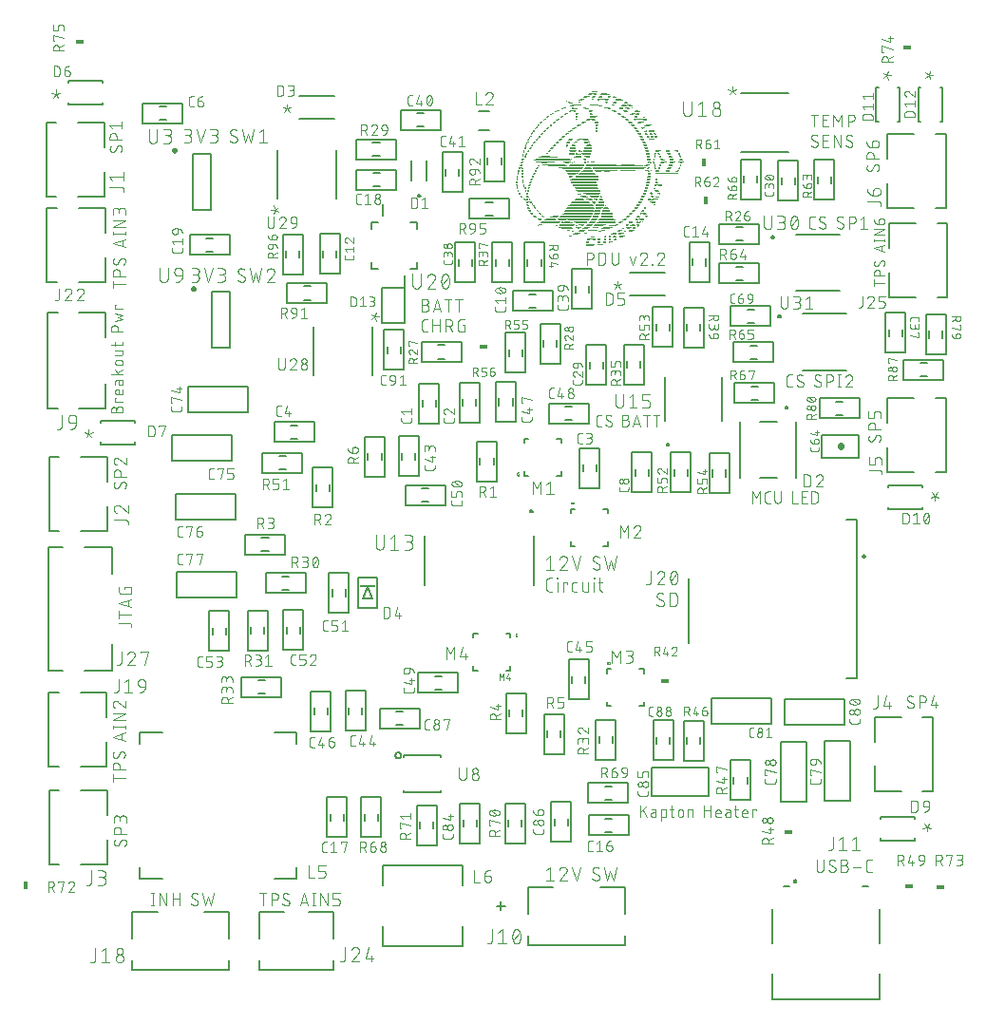
<source format=gbr>
G04 EAGLE Gerber RS-274X export*
G75*
%MOMM*%
%FSLAX34Y34*%
%LPD*%
%INSilkscreen Top*%
%IPPOS*%
%AMOC8*
5,1,8,0,0,1.08239X$1,22.5*%
G01*
%ADD10C,0.101600*%
%ADD11C,0.076200*%
%ADD12R,0.254000X0.084838*%
%ADD13R,0.678181X0.084581*%
%ADD14R,0.762000X0.084581*%
%ADD15R,0.508000X0.084581*%
%ADD16R,0.678181X0.084838*%
%ADD17R,0.254000X0.084581*%
%ADD18R,0.083819X0.084581*%
%ADD19R,0.337819X0.084581*%
%ADD20R,0.591819X0.084838*%
%ADD21R,0.170181X0.084581*%
%ADD22R,0.675638X0.084838*%
%ADD23R,0.170181X0.084838*%
%ADD24R,0.167637X0.084838*%
%ADD25R,0.340363X0.084581*%
%ADD26R,0.167637X0.084581*%
%ADD27R,0.421637X0.084838*%
%ADD28R,0.337819X0.084838*%
%ADD29R,0.424181X0.084581*%
%ADD30R,0.508000X0.084838*%
%ADD31R,0.932181X0.084838*%
%ADD32R,0.086363X0.084581*%
%ADD33R,0.421637X0.084581*%
%ADD34R,0.845819X0.084581*%
%ADD35R,0.594363X0.084838*%
%ADD36R,0.932181X0.084581*%
%ADD37R,1.186181X0.084581*%
%ADD38R,0.591819X0.084581*%
%ADD39R,0.929638X0.084581*%
%ADD40R,1.270000X0.084838*%
%ADD41R,0.762000X0.084838*%
%ADD42R,0.845819X0.084838*%
%ADD43R,0.083819X0.084838*%
%ADD44R,1.270000X0.084581*%
%ADD45R,1.353819X0.084581*%
%ADD46R,1.016000X0.084581*%
%ADD47R,1.694181X0.084581*%
%ADD48R,1.691638X0.084581*%
%ADD49R,1.610363X0.084581*%
%ADD50R,1.183638X0.084581*%
%ADD51R,1.607819X0.084581*%
%ADD52R,1.186181X0.084838*%
%ADD53R,1.440181X0.084838*%
%ADD54R,0.594363X0.084581*%
%ADD55R,1.861819X0.084581*%
%ADD56R,1.440181X0.084581*%
%ADD57R,2.877819X0.084581*%
%ADD58R,2.880362X0.084838*%
%ADD59R,2.794000X0.084581*%
%ADD60R,1.099819X0.084581*%
%ADD61R,0.340363X0.084838*%
%ADD62R,2.710181X0.084838*%
%ADD63R,1.099819X0.084838*%
%ADD64R,2.707638X0.084581*%
%ADD65R,2.623819X0.084581*%
%ADD66R,2.623819X0.084838*%
%ADD67R,0.848363X0.084838*%
%ADD68R,2.626362X0.084581*%
%ADD69R,0.675638X0.084581*%
%ADD70R,2.540000X0.084581*%
%ADD71R,0.086363X0.084838*%
%ADD72R,2.540000X0.084838*%
%ADD73R,2.456181X0.084581*%
%ADD74R,2.372362X0.084581*%
%ADD75R,2.372362X0.084838*%
%ADD76R,2.286000X0.084581*%
%ADD77R,2.115819X0.084581*%
%ADD78R,1.864363X0.084838*%
%ADD79R,1.524000X0.084581*%
%ADD80R,0.424181X0.084838*%
%ADD81R,0.848363X0.084581*%
%ADD82R,1.102363X0.084838*%
%ADD83R,1.778000X0.084838*%
%ADD84R,2.118362X0.084581*%
%ADD85R,2.032000X0.084838*%
%ADD86R,2.032000X0.084581*%
%ADD87R,2.115819X0.084838*%
%ADD88R,2.202181X0.084838*%
%ADD89R,2.456181X0.084838*%
%ADD90R,2.453638X0.084581*%
%ADD91R,2.286000X0.084838*%
%ADD92R,1.948181X0.084581*%
%ADD93R,1.694181X0.084838*%
%ADD94R,1.016000X0.084838*%
%ADD95R,1.524000X0.084838*%
%ADD96R,4.231638X0.084838*%
%ADD97R,1.778000X0.084581*%
%ADD98R,4.572000X0.084581*%
%ADD99R,2.202181X0.084581*%
%ADD100R,4.658362X0.084581*%
%ADD101R,4.826000X0.084838*%
%ADD102R,1.437638X0.084581*%
%ADD103R,1.102363X0.084581*%
%ADD104R,3.215638X0.084838*%
%ADD105R,7.449819X0.084838*%
%ADD106R,1.948181X0.084838*%
%ADD107R,3.302000X0.084581*%
%ADD108R,3.131819X0.084581*%
%ADD109C,0.177800*%
%ADD110C,0.558800*%
%ADD111C,0.127000*%
%ADD112C,0.203200*%
%ADD113C,0.152400*%
%ADD114C,0.050800*%
%ADD115C,0.200000*%
%ADD116R,1.400000X0.200000*%
%ADD117C,0.025400*%
%ADD118R,0.762000X0.457200*%
%ADD119R,0.457200X0.762000*%
%ADD120C,0.150000*%
%ADD121C,0.250000*%


D10*
X562806Y302262D02*
X562806Y313246D01*
X566467Y307144D01*
X570129Y313246D01*
X570129Y302262D01*
X575296Y302262D02*
X578347Y302262D01*
X578456Y302264D01*
X578565Y302270D01*
X578673Y302279D01*
X578781Y302293D01*
X578889Y302310D01*
X578996Y302332D01*
X579102Y302357D01*
X579207Y302386D01*
X579311Y302418D01*
X579413Y302454D01*
X579515Y302494D01*
X579614Y302538D01*
X579713Y302585D01*
X579809Y302635D01*
X579904Y302689D01*
X579996Y302746D01*
X580087Y302807D01*
X580175Y302871D01*
X580261Y302937D01*
X580345Y303007D01*
X580426Y303080D01*
X580504Y303156D01*
X580580Y303234D01*
X580653Y303315D01*
X580723Y303399D01*
X580789Y303485D01*
X580853Y303573D01*
X580914Y303664D01*
X580971Y303756D01*
X581025Y303851D01*
X581075Y303947D01*
X581122Y304046D01*
X581166Y304145D01*
X581206Y304247D01*
X581242Y304349D01*
X581274Y304453D01*
X581303Y304558D01*
X581328Y304664D01*
X581350Y304771D01*
X581367Y304879D01*
X581381Y304987D01*
X581390Y305095D01*
X581396Y305204D01*
X581398Y305313D01*
X581396Y305422D01*
X581390Y305531D01*
X581381Y305639D01*
X581367Y305747D01*
X581350Y305855D01*
X581328Y305962D01*
X581303Y306068D01*
X581274Y306173D01*
X581242Y306277D01*
X581206Y306379D01*
X581166Y306481D01*
X581122Y306580D01*
X581075Y306679D01*
X581025Y306775D01*
X580971Y306870D01*
X580914Y306962D01*
X580853Y307053D01*
X580789Y307141D01*
X580723Y307227D01*
X580653Y307311D01*
X580580Y307392D01*
X580504Y307470D01*
X580426Y307546D01*
X580345Y307619D01*
X580261Y307689D01*
X580175Y307755D01*
X580087Y307819D01*
X579996Y307880D01*
X579904Y307937D01*
X579809Y307991D01*
X579713Y308041D01*
X579614Y308088D01*
X579515Y308132D01*
X579413Y308172D01*
X579311Y308208D01*
X579207Y308240D01*
X579102Y308269D01*
X578996Y308294D01*
X578889Y308316D01*
X578781Y308333D01*
X578673Y308347D01*
X578565Y308356D01*
X578456Y308362D01*
X578347Y308364D01*
X578958Y313246D02*
X575296Y313246D01*
X578958Y313246D02*
X579055Y313244D01*
X579152Y313238D01*
X579249Y313229D01*
X579345Y313215D01*
X579440Y313198D01*
X579535Y313177D01*
X579629Y313152D01*
X579722Y313124D01*
X579813Y313091D01*
X579903Y313056D01*
X579992Y313016D01*
X580079Y312973D01*
X580164Y312927D01*
X580248Y312877D01*
X580329Y312824D01*
X580408Y312768D01*
X580485Y312709D01*
X580560Y312647D01*
X580632Y312582D01*
X580701Y312514D01*
X580768Y312443D01*
X580831Y312370D01*
X580892Y312294D01*
X580950Y312216D01*
X581004Y312136D01*
X581056Y312053D01*
X581104Y311969D01*
X581148Y311883D01*
X581189Y311795D01*
X581227Y311705D01*
X581261Y311614D01*
X581291Y311522D01*
X581318Y311429D01*
X581341Y311335D01*
X581360Y311239D01*
X581375Y311144D01*
X581387Y311047D01*
X581395Y310951D01*
X581399Y310854D01*
X581399Y310756D01*
X581395Y310659D01*
X581387Y310563D01*
X581375Y310466D01*
X581360Y310371D01*
X581341Y310275D01*
X581318Y310181D01*
X581291Y310088D01*
X581261Y309996D01*
X581227Y309905D01*
X581189Y309815D01*
X581148Y309727D01*
X581104Y309641D01*
X581056Y309557D01*
X581004Y309474D01*
X580950Y309394D01*
X580892Y309316D01*
X580831Y309240D01*
X580768Y309167D01*
X580701Y309096D01*
X580632Y309028D01*
X580560Y308963D01*
X580485Y308901D01*
X580408Y308842D01*
X580329Y308786D01*
X580248Y308733D01*
X580164Y308683D01*
X580079Y308637D01*
X579992Y308594D01*
X579903Y308554D01*
X579813Y308519D01*
X579722Y308486D01*
X579629Y308458D01*
X579535Y308433D01*
X579440Y308412D01*
X579345Y308395D01*
X579249Y308381D01*
X579152Y308372D01*
X579055Y308366D01*
X578958Y308364D01*
X576517Y308364D01*
X492008Y452766D02*
X492008Y463750D01*
X495669Y457648D01*
X499331Y463750D01*
X499331Y452766D01*
X504498Y461309D02*
X507549Y463750D01*
X507549Y452766D01*
X504498Y452766D02*
X510600Y452766D01*
X569716Y424828D02*
X569716Y413844D01*
X573377Y418726D02*
X569716Y424828D01*
X573377Y418726D02*
X577039Y424828D01*
X577039Y413844D01*
X585562Y424828D02*
X585665Y424826D01*
X585767Y424820D01*
X585869Y424811D01*
X585971Y424797D01*
X586073Y424780D01*
X586173Y424759D01*
X586273Y424734D01*
X586371Y424706D01*
X586469Y424674D01*
X586565Y424638D01*
X586660Y424599D01*
X586753Y424556D01*
X586845Y424510D01*
X586935Y424460D01*
X587023Y424407D01*
X587109Y424351D01*
X587193Y424291D01*
X587274Y424229D01*
X587353Y424163D01*
X587430Y424095D01*
X587504Y424024D01*
X587575Y423950D01*
X587643Y423873D01*
X587709Y423794D01*
X587771Y423713D01*
X587831Y423629D01*
X587887Y423543D01*
X587940Y423455D01*
X587990Y423365D01*
X588036Y423273D01*
X588079Y423180D01*
X588118Y423085D01*
X588154Y422989D01*
X588186Y422891D01*
X588214Y422793D01*
X588239Y422693D01*
X588260Y422593D01*
X588277Y422491D01*
X588291Y422389D01*
X588300Y422287D01*
X588306Y422185D01*
X588308Y422082D01*
X585562Y424828D02*
X585445Y424826D01*
X585329Y424820D01*
X585212Y424811D01*
X585096Y424797D01*
X584981Y424780D01*
X584866Y424759D01*
X584752Y424734D01*
X584639Y424705D01*
X584527Y424673D01*
X584416Y424637D01*
X584306Y424597D01*
X584197Y424553D01*
X584091Y424506D01*
X583985Y424456D01*
X583882Y424402D01*
X583780Y424345D01*
X583680Y424284D01*
X583582Y424220D01*
X583487Y424153D01*
X583394Y424083D01*
X583303Y424010D01*
X583214Y423933D01*
X583128Y423854D01*
X583045Y423772D01*
X582965Y423688D01*
X582887Y423601D01*
X582813Y423511D01*
X582741Y423419D01*
X582672Y423324D01*
X582607Y423227D01*
X582545Y423129D01*
X582486Y423028D01*
X582431Y422925D01*
X582378Y422821D01*
X582330Y422714D01*
X582285Y422607D01*
X582243Y422497D01*
X582206Y422387D01*
X587393Y419947D02*
X587467Y420019D01*
X587538Y420095D01*
X587607Y420173D01*
X587672Y420253D01*
X587735Y420336D01*
X587795Y420420D01*
X587852Y420507D01*
X587906Y420596D01*
X587957Y420687D01*
X588004Y420779D01*
X588049Y420873D01*
X588090Y420968D01*
X588127Y421065D01*
X588161Y421163D01*
X588192Y421262D01*
X588219Y421363D01*
X588242Y421464D01*
X588262Y421566D01*
X588279Y421668D01*
X588292Y421771D01*
X588301Y421875D01*
X588306Y421978D01*
X588308Y422082D01*
X587393Y419946D02*
X582206Y413844D01*
X588308Y413844D01*
X414948Y316624D02*
X414948Y305640D01*
X418609Y310522D02*
X414948Y316624D01*
X418609Y310522D02*
X422271Y316624D01*
X422271Y305640D01*
X427438Y308081D02*
X429879Y316624D01*
X427438Y308081D02*
X433540Y308081D01*
X431710Y310522D02*
X431710Y305640D01*
X745130Y126568D02*
X745130Y118635D01*
X745132Y118526D01*
X745138Y118417D01*
X745147Y118309D01*
X745161Y118201D01*
X745178Y118093D01*
X745200Y117986D01*
X745225Y117880D01*
X745254Y117775D01*
X745286Y117671D01*
X745322Y117569D01*
X745362Y117467D01*
X745406Y117368D01*
X745453Y117269D01*
X745503Y117173D01*
X745557Y117078D01*
X745614Y116986D01*
X745675Y116895D01*
X745739Y116807D01*
X745805Y116721D01*
X745875Y116637D01*
X745948Y116556D01*
X746024Y116478D01*
X746102Y116402D01*
X746183Y116329D01*
X746267Y116259D01*
X746353Y116193D01*
X746441Y116129D01*
X746532Y116068D01*
X746624Y116011D01*
X746719Y115957D01*
X746815Y115907D01*
X746914Y115860D01*
X747013Y115816D01*
X747115Y115776D01*
X747217Y115740D01*
X747321Y115708D01*
X747426Y115679D01*
X747532Y115654D01*
X747639Y115632D01*
X747747Y115615D01*
X747855Y115601D01*
X747963Y115592D01*
X748072Y115586D01*
X748181Y115584D01*
X748290Y115586D01*
X748399Y115592D01*
X748507Y115601D01*
X748615Y115615D01*
X748723Y115632D01*
X748830Y115654D01*
X748936Y115679D01*
X749041Y115708D01*
X749145Y115740D01*
X749247Y115776D01*
X749349Y115816D01*
X749448Y115860D01*
X749547Y115907D01*
X749643Y115957D01*
X749738Y116011D01*
X749830Y116068D01*
X749921Y116129D01*
X750009Y116193D01*
X750095Y116259D01*
X750179Y116329D01*
X750260Y116402D01*
X750338Y116478D01*
X750414Y116556D01*
X750487Y116637D01*
X750557Y116721D01*
X750623Y116807D01*
X750687Y116895D01*
X750748Y116986D01*
X750805Y117078D01*
X750859Y117173D01*
X750909Y117269D01*
X750956Y117368D01*
X751000Y117467D01*
X751040Y117569D01*
X751076Y117671D01*
X751108Y117775D01*
X751137Y117880D01*
X751162Y117986D01*
X751184Y118093D01*
X751201Y118201D01*
X751215Y118309D01*
X751224Y118417D01*
X751230Y118526D01*
X751232Y118635D01*
X751232Y126568D01*
X762032Y118025D02*
X762030Y117929D01*
X762024Y117833D01*
X762015Y117738D01*
X762002Y117643D01*
X761985Y117549D01*
X761965Y117455D01*
X761940Y117362D01*
X761913Y117271D01*
X761881Y117180D01*
X761846Y117091D01*
X761808Y117003D01*
X761766Y116917D01*
X761721Y116832D01*
X761672Y116750D01*
X761621Y116669D01*
X761566Y116590D01*
X761508Y116514D01*
X761447Y116440D01*
X761383Y116368D01*
X761317Y116299D01*
X761248Y116233D01*
X761176Y116169D01*
X761102Y116108D01*
X761026Y116050D01*
X760947Y115995D01*
X760866Y115944D01*
X760784Y115895D01*
X760699Y115850D01*
X760613Y115808D01*
X760525Y115770D01*
X760436Y115735D01*
X760345Y115703D01*
X760254Y115676D01*
X760161Y115651D01*
X760067Y115631D01*
X759973Y115614D01*
X759878Y115601D01*
X759783Y115592D01*
X759687Y115586D01*
X759591Y115584D01*
X759451Y115586D01*
X759310Y115592D01*
X759170Y115601D01*
X759031Y115615D01*
X758891Y115632D01*
X758752Y115653D01*
X758614Y115677D01*
X758477Y115706D01*
X758340Y115738D01*
X758204Y115774D01*
X758070Y115814D01*
X757936Y115857D01*
X757804Y115904D01*
X757673Y115954D01*
X757543Y116008D01*
X757415Y116066D01*
X757289Y116127D01*
X757164Y116191D01*
X757041Y116259D01*
X756920Y116330D01*
X756801Y116404D01*
X756684Y116482D01*
X756569Y116562D01*
X756457Y116646D01*
X756346Y116733D01*
X756238Y116823D01*
X756133Y116916D01*
X756030Y117011D01*
X755930Y117109D01*
X756235Y124127D02*
X756237Y124223D01*
X756243Y124319D01*
X756252Y124414D01*
X756265Y124509D01*
X756282Y124603D01*
X756302Y124697D01*
X756327Y124790D01*
X756354Y124881D01*
X756386Y124972D01*
X756421Y125061D01*
X756459Y125149D01*
X756501Y125235D01*
X756546Y125320D01*
X756595Y125402D01*
X756646Y125483D01*
X756701Y125562D01*
X756759Y125638D01*
X756820Y125712D01*
X756884Y125784D01*
X756950Y125853D01*
X757019Y125919D01*
X757091Y125983D01*
X757165Y126044D01*
X757241Y126102D01*
X757320Y126157D01*
X757401Y126208D01*
X757483Y126257D01*
X757568Y126302D01*
X757654Y126344D01*
X757742Y126382D01*
X757831Y126417D01*
X757922Y126449D01*
X758013Y126476D01*
X758106Y126501D01*
X758200Y126521D01*
X758294Y126538D01*
X758389Y126551D01*
X758485Y126560D01*
X758580Y126566D01*
X758676Y126568D01*
X758810Y126566D01*
X758944Y126560D01*
X759077Y126550D01*
X759210Y126537D01*
X759343Y126519D01*
X759475Y126498D01*
X759607Y126472D01*
X759737Y126443D01*
X759867Y126410D01*
X759996Y126374D01*
X760123Y126333D01*
X760250Y126289D01*
X760375Y126241D01*
X760498Y126190D01*
X760620Y126134D01*
X760741Y126076D01*
X760859Y126014D01*
X760976Y125948D01*
X761091Y125879D01*
X761203Y125807D01*
X761314Y125731D01*
X761422Y125653D01*
X757455Y121991D02*
X757371Y122043D01*
X757289Y122098D01*
X757209Y122157D01*
X757132Y122219D01*
X757057Y122283D01*
X756985Y122351D01*
X756915Y122421D01*
X756848Y122495D01*
X756785Y122570D01*
X756724Y122649D01*
X756667Y122729D01*
X756612Y122812D01*
X756562Y122897D01*
X756514Y122984D01*
X756470Y123073D01*
X756430Y123163D01*
X756393Y123255D01*
X756360Y123348D01*
X756331Y123443D01*
X756306Y123539D01*
X756284Y123635D01*
X756267Y123733D01*
X756253Y123831D01*
X756243Y123929D01*
X756237Y124028D01*
X756235Y124127D01*
X760812Y120161D02*
X760896Y120109D01*
X760978Y120054D01*
X761058Y119995D01*
X761135Y119933D01*
X761210Y119869D01*
X761282Y119801D01*
X761352Y119731D01*
X761419Y119657D01*
X761482Y119582D01*
X761543Y119503D01*
X761600Y119423D01*
X761655Y119340D01*
X761705Y119255D01*
X761753Y119168D01*
X761797Y119079D01*
X761837Y118989D01*
X761874Y118897D01*
X761907Y118804D01*
X761936Y118709D01*
X761961Y118613D01*
X761983Y118517D01*
X762000Y118419D01*
X762014Y118321D01*
X762024Y118223D01*
X762030Y118124D01*
X762032Y118025D01*
X760812Y120161D02*
X757456Y121991D01*
X766895Y121686D02*
X769946Y121686D01*
X770055Y121684D01*
X770164Y121678D01*
X770272Y121669D01*
X770380Y121655D01*
X770488Y121638D01*
X770595Y121616D01*
X770701Y121591D01*
X770806Y121562D01*
X770910Y121530D01*
X771012Y121494D01*
X771114Y121454D01*
X771213Y121410D01*
X771312Y121363D01*
X771408Y121313D01*
X771503Y121259D01*
X771595Y121202D01*
X771686Y121141D01*
X771774Y121077D01*
X771860Y121011D01*
X771944Y120941D01*
X772025Y120868D01*
X772103Y120792D01*
X772179Y120714D01*
X772252Y120633D01*
X772322Y120549D01*
X772388Y120463D01*
X772452Y120375D01*
X772513Y120284D01*
X772570Y120192D01*
X772624Y120097D01*
X772674Y120001D01*
X772721Y119902D01*
X772765Y119803D01*
X772805Y119701D01*
X772841Y119599D01*
X772873Y119495D01*
X772902Y119390D01*
X772927Y119284D01*
X772949Y119177D01*
X772966Y119069D01*
X772980Y118961D01*
X772989Y118853D01*
X772995Y118744D01*
X772997Y118635D01*
X772995Y118526D01*
X772989Y118417D01*
X772980Y118309D01*
X772966Y118201D01*
X772949Y118093D01*
X772927Y117986D01*
X772902Y117880D01*
X772873Y117775D01*
X772841Y117671D01*
X772805Y117569D01*
X772765Y117467D01*
X772721Y117368D01*
X772674Y117269D01*
X772624Y117173D01*
X772570Y117078D01*
X772513Y116986D01*
X772452Y116895D01*
X772388Y116807D01*
X772322Y116721D01*
X772252Y116637D01*
X772179Y116556D01*
X772103Y116478D01*
X772025Y116402D01*
X771944Y116329D01*
X771860Y116259D01*
X771774Y116193D01*
X771686Y116129D01*
X771595Y116068D01*
X771503Y116011D01*
X771408Y115957D01*
X771312Y115907D01*
X771213Y115860D01*
X771114Y115816D01*
X771012Y115776D01*
X770910Y115740D01*
X770806Y115708D01*
X770701Y115679D01*
X770595Y115654D01*
X770488Y115632D01*
X770380Y115615D01*
X770272Y115601D01*
X770164Y115592D01*
X770055Y115586D01*
X769946Y115584D01*
X766895Y115584D01*
X766895Y126568D01*
X769946Y126568D01*
X770043Y126566D01*
X770140Y126560D01*
X770237Y126551D01*
X770333Y126537D01*
X770428Y126520D01*
X770523Y126499D01*
X770617Y126474D01*
X770710Y126446D01*
X770801Y126413D01*
X770891Y126378D01*
X770980Y126338D01*
X771067Y126295D01*
X771152Y126249D01*
X771236Y126199D01*
X771317Y126146D01*
X771396Y126090D01*
X771473Y126031D01*
X771548Y125969D01*
X771620Y125904D01*
X771689Y125836D01*
X771756Y125765D01*
X771819Y125692D01*
X771880Y125616D01*
X771938Y125538D01*
X771992Y125458D01*
X772044Y125375D01*
X772092Y125291D01*
X772136Y125205D01*
X772177Y125117D01*
X772215Y125027D01*
X772249Y124936D01*
X772279Y124844D01*
X772306Y124751D01*
X772329Y124657D01*
X772348Y124561D01*
X772363Y124466D01*
X772375Y124369D01*
X772383Y124273D01*
X772387Y124176D01*
X772387Y124078D01*
X772383Y123981D01*
X772375Y123885D01*
X772363Y123788D01*
X772348Y123693D01*
X772329Y123597D01*
X772306Y123503D01*
X772279Y123410D01*
X772249Y123318D01*
X772215Y123227D01*
X772177Y123137D01*
X772136Y123049D01*
X772092Y122963D01*
X772044Y122879D01*
X771992Y122796D01*
X771938Y122716D01*
X771880Y122638D01*
X771819Y122562D01*
X771756Y122489D01*
X771689Y122418D01*
X771620Y122350D01*
X771548Y122285D01*
X771473Y122223D01*
X771396Y122164D01*
X771317Y122108D01*
X771236Y122055D01*
X771152Y122005D01*
X771067Y121959D01*
X770980Y121916D01*
X770891Y121876D01*
X770801Y121841D01*
X770710Y121808D01*
X770617Y121780D01*
X770523Y121755D01*
X770428Y121734D01*
X770333Y121717D01*
X770237Y121703D01*
X770140Y121694D01*
X770043Y121688D01*
X769946Y121686D01*
X777280Y119856D02*
X784602Y119856D01*
X791818Y115584D02*
X794259Y115584D01*
X791818Y115584D02*
X791722Y115586D01*
X791626Y115592D01*
X791531Y115601D01*
X791436Y115614D01*
X791342Y115631D01*
X791248Y115651D01*
X791155Y115676D01*
X791064Y115703D01*
X790973Y115735D01*
X790884Y115770D01*
X790796Y115808D01*
X790710Y115850D01*
X790625Y115895D01*
X790543Y115944D01*
X790462Y115995D01*
X790383Y116050D01*
X790307Y116108D01*
X790233Y116169D01*
X790161Y116233D01*
X790092Y116299D01*
X790026Y116368D01*
X789962Y116440D01*
X789901Y116514D01*
X789843Y116590D01*
X789788Y116669D01*
X789737Y116750D01*
X789688Y116832D01*
X789643Y116917D01*
X789601Y117003D01*
X789563Y117091D01*
X789528Y117180D01*
X789496Y117271D01*
X789469Y117362D01*
X789444Y117455D01*
X789424Y117549D01*
X789407Y117643D01*
X789394Y117738D01*
X789385Y117833D01*
X789379Y117929D01*
X789377Y118025D01*
X789378Y118025D02*
X789378Y124127D01*
X789380Y124225D01*
X789386Y124323D01*
X789396Y124421D01*
X789410Y124519D01*
X789427Y124615D01*
X789449Y124711D01*
X789474Y124806D01*
X789504Y124900D01*
X789537Y124993D01*
X789573Y125084D01*
X789614Y125173D01*
X789658Y125261D01*
X789705Y125347D01*
X789756Y125432D01*
X789810Y125514D01*
X789868Y125593D01*
X789928Y125671D01*
X789992Y125746D01*
X790059Y125818D01*
X790128Y125887D01*
X790200Y125954D01*
X790275Y126018D01*
X790353Y126078D01*
X790432Y126136D01*
X790514Y126190D01*
X790598Y126241D01*
X790685Y126288D01*
X790773Y126332D01*
X790862Y126373D01*
X790953Y126409D01*
X791046Y126442D01*
X791140Y126472D01*
X791235Y126497D01*
X791331Y126519D01*
X791427Y126536D01*
X791525Y126550D01*
X791623Y126560D01*
X791721Y126566D01*
X791819Y126568D01*
X791818Y126568D02*
X794259Y126568D01*
X829151Y261866D02*
X829247Y261868D01*
X829343Y261874D01*
X829438Y261883D01*
X829533Y261896D01*
X829627Y261913D01*
X829721Y261933D01*
X829814Y261958D01*
X829905Y261985D01*
X829996Y262017D01*
X830085Y262052D01*
X830173Y262090D01*
X830259Y262132D01*
X830344Y262177D01*
X830426Y262226D01*
X830507Y262277D01*
X830586Y262332D01*
X830662Y262390D01*
X830736Y262451D01*
X830808Y262515D01*
X830877Y262581D01*
X830943Y262650D01*
X831007Y262722D01*
X831068Y262796D01*
X831126Y262872D01*
X831181Y262951D01*
X831232Y263032D01*
X831281Y263114D01*
X831326Y263199D01*
X831368Y263285D01*
X831406Y263373D01*
X831441Y263462D01*
X831473Y263553D01*
X831500Y263644D01*
X831525Y263737D01*
X831545Y263831D01*
X831562Y263925D01*
X831575Y264020D01*
X831584Y264115D01*
X831590Y264211D01*
X831592Y264307D01*
X829151Y261866D02*
X829011Y261868D01*
X828870Y261874D01*
X828730Y261883D01*
X828591Y261897D01*
X828451Y261914D01*
X828312Y261935D01*
X828174Y261959D01*
X828037Y261988D01*
X827900Y262020D01*
X827764Y262056D01*
X827630Y262096D01*
X827496Y262139D01*
X827364Y262186D01*
X827233Y262236D01*
X827103Y262290D01*
X826975Y262348D01*
X826849Y262409D01*
X826724Y262473D01*
X826601Y262541D01*
X826480Y262612D01*
X826361Y262686D01*
X826244Y262764D01*
X826129Y262844D01*
X826017Y262928D01*
X825906Y263015D01*
X825798Y263105D01*
X825693Y263198D01*
X825590Y263293D01*
X825490Y263391D01*
X825795Y270409D02*
X825797Y270505D01*
X825803Y270601D01*
X825812Y270696D01*
X825825Y270791D01*
X825842Y270885D01*
X825862Y270979D01*
X825887Y271072D01*
X825914Y271163D01*
X825946Y271254D01*
X825981Y271343D01*
X826019Y271431D01*
X826061Y271517D01*
X826106Y271602D01*
X826155Y271684D01*
X826206Y271765D01*
X826261Y271844D01*
X826319Y271920D01*
X826380Y271994D01*
X826444Y272066D01*
X826510Y272135D01*
X826579Y272201D01*
X826651Y272265D01*
X826725Y272326D01*
X826801Y272384D01*
X826880Y272439D01*
X826961Y272490D01*
X827043Y272539D01*
X827128Y272584D01*
X827214Y272626D01*
X827302Y272664D01*
X827391Y272699D01*
X827482Y272731D01*
X827573Y272758D01*
X827666Y272783D01*
X827760Y272803D01*
X827854Y272820D01*
X827949Y272833D01*
X828045Y272842D01*
X828140Y272848D01*
X828236Y272850D01*
X828370Y272848D01*
X828504Y272842D01*
X828637Y272832D01*
X828770Y272819D01*
X828903Y272801D01*
X829035Y272780D01*
X829167Y272754D01*
X829297Y272725D01*
X829427Y272692D01*
X829556Y272656D01*
X829683Y272615D01*
X829810Y272571D01*
X829935Y272523D01*
X830058Y272472D01*
X830180Y272416D01*
X830301Y272358D01*
X830419Y272296D01*
X830536Y272230D01*
X830651Y272161D01*
X830763Y272089D01*
X830874Y272013D01*
X830982Y271935D01*
X827015Y268273D02*
X826931Y268325D01*
X826849Y268380D01*
X826769Y268439D01*
X826692Y268501D01*
X826617Y268565D01*
X826545Y268633D01*
X826475Y268703D01*
X826408Y268777D01*
X826345Y268852D01*
X826284Y268931D01*
X826227Y269011D01*
X826172Y269094D01*
X826122Y269179D01*
X826074Y269266D01*
X826030Y269355D01*
X825990Y269445D01*
X825953Y269537D01*
X825920Y269630D01*
X825891Y269725D01*
X825866Y269821D01*
X825844Y269917D01*
X825827Y270015D01*
X825813Y270113D01*
X825803Y270211D01*
X825797Y270310D01*
X825795Y270409D01*
X830372Y266443D02*
X830456Y266391D01*
X830538Y266336D01*
X830618Y266277D01*
X830695Y266215D01*
X830770Y266151D01*
X830842Y266083D01*
X830912Y266013D01*
X830979Y265939D01*
X831042Y265864D01*
X831103Y265785D01*
X831160Y265705D01*
X831215Y265622D01*
X831265Y265537D01*
X831313Y265450D01*
X831357Y265361D01*
X831397Y265271D01*
X831434Y265179D01*
X831467Y265086D01*
X831496Y264991D01*
X831521Y264895D01*
X831543Y264799D01*
X831560Y264701D01*
X831574Y264603D01*
X831584Y264505D01*
X831590Y264406D01*
X831592Y264307D01*
X830372Y266443D02*
X827016Y268273D01*
X836455Y272850D02*
X836455Y261866D01*
X836455Y272850D02*
X839506Y272850D01*
X839615Y272848D01*
X839724Y272842D01*
X839832Y272833D01*
X839940Y272819D01*
X840048Y272802D01*
X840155Y272780D01*
X840261Y272755D01*
X840366Y272726D01*
X840470Y272694D01*
X840572Y272658D01*
X840674Y272618D01*
X840773Y272574D01*
X840872Y272527D01*
X840968Y272477D01*
X841063Y272423D01*
X841155Y272366D01*
X841246Y272305D01*
X841334Y272241D01*
X841420Y272175D01*
X841504Y272105D01*
X841585Y272032D01*
X841663Y271956D01*
X841739Y271878D01*
X841812Y271797D01*
X841882Y271713D01*
X841948Y271627D01*
X842012Y271539D01*
X842073Y271448D01*
X842130Y271356D01*
X842184Y271261D01*
X842234Y271165D01*
X842281Y271066D01*
X842325Y270967D01*
X842365Y270865D01*
X842401Y270763D01*
X842433Y270659D01*
X842462Y270554D01*
X842487Y270448D01*
X842509Y270341D01*
X842526Y270233D01*
X842540Y270125D01*
X842549Y270017D01*
X842555Y269908D01*
X842557Y269799D01*
X842555Y269690D01*
X842549Y269581D01*
X842540Y269473D01*
X842526Y269365D01*
X842509Y269257D01*
X842487Y269150D01*
X842462Y269044D01*
X842433Y268939D01*
X842401Y268835D01*
X842365Y268733D01*
X842325Y268631D01*
X842281Y268532D01*
X842234Y268433D01*
X842184Y268337D01*
X842130Y268242D01*
X842073Y268150D01*
X842012Y268059D01*
X841948Y267971D01*
X841882Y267885D01*
X841812Y267801D01*
X841739Y267720D01*
X841663Y267642D01*
X841585Y267566D01*
X841504Y267493D01*
X841420Y267423D01*
X841334Y267357D01*
X841246Y267293D01*
X841155Y267232D01*
X841063Y267175D01*
X840968Y267121D01*
X840872Y267071D01*
X840773Y267024D01*
X840674Y266980D01*
X840572Y266940D01*
X840470Y266904D01*
X840366Y266872D01*
X840261Y266843D01*
X840155Y266818D01*
X840048Y266796D01*
X839940Y266779D01*
X839832Y266765D01*
X839724Y266756D01*
X839615Y266750D01*
X839506Y266748D01*
X836455Y266748D01*
X846730Y264307D02*
X849171Y272850D01*
X846730Y264307D02*
X852832Y264307D01*
X851001Y266748D02*
X851001Y261866D01*
X126020Y760767D02*
X126018Y760863D01*
X126012Y760959D01*
X126003Y761054D01*
X125990Y761149D01*
X125973Y761243D01*
X125953Y761337D01*
X125928Y761430D01*
X125901Y761521D01*
X125869Y761612D01*
X125834Y761701D01*
X125796Y761789D01*
X125754Y761875D01*
X125709Y761960D01*
X125660Y762042D01*
X125609Y762123D01*
X125554Y762202D01*
X125496Y762278D01*
X125435Y762352D01*
X125371Y762424D01*
X125305Y762493D01*
X125236Y762559D01*
X125164Y762623D01*
X125090Y762684D01*
X125014Y762742D01*
X124935Y762797D01*
X124854Y762848D01*
X124772Y762897D01*
X124687Y762942D01*
X124601Y762984D01*
X124513Y763022D01*
X124424Y763057D01*
X124333Y763089D01*
X124242Y763116D01*
X124149Y763141D01*
X124055Y763161D01*
X123961Y763178D01*
X123866Y763191D01*
X123771Y763200D01*
X123675Y763206D01*
X123579Y763208D01*
X126020Y760767D02*
X126018Y760627D01*
X126012Y760486D01*
X126003Y760346D01*
X125989Y760207D01*
X125972Y760067D01*
X125951Y759928D01*
X125927Y759790D01*
X125898Y759653D01*
X125866Y759516D01*
X125830Y759380D01*
X125790Y759246D01*
X125747Y759112D01*
X125700Y758980D01*
X125650Y758849D01*
X125596Y758719D01*
X125538Y758591D01*
X125477Y758465D01*
X125413Y758340D01*
X125345Y758217D01*
X125274Y758096D01*
X125200Y757977D01*
X125122Y757860D01*
X125042Y757745D01*
X124958Y757633D01*
X124871Y757522D01*
X124781Y757414D01*
X124688Y757309D01*
X124593Y757206D01*
X124495Y757106D01*
X117477Y757411D02*
X117381Y757413D01*
X117285Y757419D01*
X117190Y757428D01*
X117095Y757441D01*
X117001Y757458D01*
X116907Y757478D01*
X116814Y757503D01*
X116723Y757530D01*
X116632Y757562D01*
X116543Y757597D01*
X116455Y757635D01*
X116369Y757677D01*
X116284Y757722D01*
X116202Y757771D01*
X116121Y757822D01*
X116042Y757877D01*
X115966Y757935D01*
X115892Y757996D01*
X115820Y758060D01*
X115751Y758126D01*
X115685Y758195D01*
X115621Y758267D01*
X115560Y758341D01*
X115502Y758417D01*
X115447Y758496D01*
X115396Y758577D01*
X115347Y758659D01*
X115302Y758744D01*
X115260Y758830D01*
X115222Y758918D01*
X115187Y759007D01*
X115155Y759098D01*
X115128Y759189D01*
X115103Y759282D01*
X115083Y759376D01*
X115066Y759470D01*
X115053Y759565D01*
X115044Y759660D01*
X115038Y759756D01*
X115036Y759852D01*
X115038Y759986D01*
X115044Y760120D01*
X115054Y760253D01*
X115067Y760386D01*
X115085Y760519D01*
X115106Y760651D01*
X115132Y760783D01*
X115161Y760913D01*
X115194Y761043D01*
X115230Y761172D01*
X115271Y761299D01*
X115315Y761426D01*
X115363Y761551D01*
X115414Y761674D01*
X115470Y761796D01*
X115528Y761917D01*
X115590Y762035D01*
X115656Y762152D01*
X115725Y762267D01*
X115797Y762379D01*
X115873Y762490D01*
X115951Y762598D01*
X119613Y758631D02*
X119561Y758547D01*
X119506Y758465D01*
X119447Y758385D01*
X119385Y758308D01*
X119321Y758233D01*
X119253Y758161D01*
X119183Y758091D01*
X119109Y758024D01*
X119034Y757961D01*
X118955Y757900D01*
X118875Y757843D01*
X118792Y757788D01*
X118707Y757738D01*
X118620Y757690D01*
X118531Y757646D01*
X118441Y757606D01*
X118349Y757569D01*
X118256Y757536D01*
X118161Y757507D01*
X118065Y757482D01*
X117969Y757460D01*
X117871Y757443D01*
X117773Y757429D01*
X117675Y757419D01*
X117576Y757413D01*
X117477Y757411D01*
X121443Y761988D02*
X121495Y762072D01*
X121550Y762154D01*
X121609Y762234D01*
X121671Y762311D01*
X121735Y762386D01*
X121803Y762458D01*
X121873Y762528D01*
X121947Y762595D01*
X122022Y762658D01*
X122101Y762719D01*
X122181Y762776D01*
X122264Y762831D01*
X122349Y762881D01*
X122436Y762929D01*
X122525Y762973D01*
X122615Y763013D01*
X122707Y763050D01*
X122800Y763083D01*
X122895Y763112D01*
X122991Y763137D01*
X123087Y763159D01*
X123185Y763176D01*
X123283Y763190D01*
X123381Y763200D01*
X123480Y763206D01*
X123579Y763208D01*
X121443Y761988D02*
X119613Y758632D01*
X115036Y768071D02*
X126020Y768071D01*
X115036Y768071D02*
X115036Y771122D01*
X115038Y771231D01*
X115044Y771340D01*
X115053Y771448D01*
X115067Y771556D01*
X115084Y771664D01*
X115106Y771771D01*
X115131Y771877D01*
X115160Y771982D01*
X115192Y772086D01*
X115228Y772188D01*
X115268Y772290D01*
X115312Y772389D01*
X115359Y772488D01*
X115409Y772584D01*
X115463Y772679D01*
X115520Y772771D01*
X115581Y772862D01*
X115645Y772950D01*
X115711Y773036D01*
X115781Y773120D01*
X115854Y773201D01*
X115930Y773279D01*
X116008Y773355D01*
X116089Y773428D01*
X116173Y773498D01*
X116259Y773564D01*
X116347Y773628D01*
X116438Y773689D01*
X116530Y773746D01*
X116625Y773800D01*
X116721Y773850D01*
X116820Y773897D01*
X116919Y773941D01*
X117021Y773981D01*
X117123Y774017D01*
X117227Y774049D01*
X117332Y774078D01*
X117438Y774103D01*
X117545Y774125D01*
X117653Y774142D01*
X117761Y774156D01*
X117869Y774165D01*
X117978Y774171D01*
X118087Y774173D01*
X118196Y774171D01*
X118305Y774165D01*
X118413Y774156D01*
X118521Y774142D01*
X118629Y774125D01*
X118736Y774103D01*
X118842Y774078D01*
X118947Y774049D01*
X119051Y774017D01*
X119153Y773981D01*
X119255Y773941D01*
X119354Y773897D01*
X119453Y773850D01*
X119549Y773800D01*
X119644Y773746D01*
X119736Y773689D01*
X119827Y773628D01*
X119915Y773564D01*
X120001Y773498D01*
X120085Y773428D01*
X120166Y773355D01*
X120244Y773279D01*
X120320Y773201D01*
X120393Y773120D01*
X120463Y773036D01*
X120529Y772950D01*
X120593Y772862D01*
X120654Y772771D01*
X120711Y772679D01*
X120765Y772584D01*
X120815Y772488D01*
X120862Y772389D01*
X120906Y772290D01*
X120946Y772188D01*
X120982Y772086D01*
X121014Y771982D01*
X121043Y771877D01*
X121068Y771771D01*
X121090Y771664D01*
X121107Y771556D01*
X121121Y771448D01*
X121130Y771340D01*
X121136Y771231D01*
X121138Y771122D01*
X121138Y768071D01*
X117477Y778346D02*
X115036Y781397D01*
X126020Y781397D01*
X126020Y778346D02*
X126020Y784448D01*
X181102Y765810D02*
X184431Y765810D01*
X184545Y765812D01*
X184658Y765818D01*
X184771Y765827D01*
X184884Y765841D01*
X184997Y765858D01*
X185108Y765880D01*
X185219Y765905D01*
X185329Y765933D01*
X185438Y765966D01*
X185546Y766002D01*
X185652Y766042D01*
X185757Y766086D01*
X185861Y766133D01*
X185963Y766183D01*
X186063Y766237D01*
X186161Y766295D01*
X186257Y766355D01*
X186351Y766419D01*
X186443Y766486D01*
X186532Y766557D01*
X186619Y766630D01*
X186703Y766706D01*
X186785Y766785D01*
X186864Y766867D01*
X186940Y766951D01*
X187013Y767038D01*
X187084Y767127D01*
X187151Y767219D01*
X187215Y767313D01*
X187275Y767409D01*
X187333Y767507D01*
X187387Y767607D01*
X187437Y767709D01*
X187484Y767813D01*
X187528Y767918D01*
X187568Y768024D01*
X187604Y768132D01*
X187637Y768241D01*
X187665Y768351D01*
X187690Y768462D01*
X187712Y768573D01*
X187729Y768686D01*
X187743Y768799D01*
X187752Y768912D01*
X187758Y769025D01*
X187760Y769139D01*
X187758Y769253D01*
X187752Y769366D01*
X187743Y769479D01*
X187729Y769592D01*
X187712Y769705D01*
X187690Y769816D01*
X187665Y769927D01*
X187637Y770037D01*
X187604Y770146D01*
X187568Y770254D01*
X187528Y770360D01*
X187484Y770465D01*
X187437Y770569D01*
X187387Y770671D01*
X187333Y770771D01*
X187275Y770869D01*
X187215Y770965D01*
X187151Y771059D01*
X187084Y771151D01*
X187013Y771240D01*
X186940Y771327D01*
X186864Y771411D01*
X186785Y771493D01*
X186703Y771572D01*
X186619Y771648D01*
X186532Y771721D01*
X186443Y771792D01*
X186351Y771859D01*
X186257Y771923D01*
X186161Y771983D01*
X186063Y772041D01*
X185963Y772095D01*
X185861Y772145D01*
X185757Y772192D01*
X185652Y772236D01*
X185546Y772276D01*
X185438Y772312D01*
X185329Y772345D01*
X185219Y772373D01*
X185108Y772398D01*
X184997Y772420D01*
X184884Y772437D01*
X184771Y772451D01*
X184658Y772460D01*
X184545Y772466D01*
X184431Y772468D01*
X185097Y777794D02*
X181102Y777794D01*
X185097Y777794D02*
X185199Y777792D01*
X185301Y777786D01*
X185402Y777776D01*
X185504Y777763D01*
X185604Y777745D01*
X185704Y777724D01*
X185803Y777699D01*
X185900Y777670D01*
X185997Y777637D01*
X186092Y777601D01*
X186186Y777561D01*
X186279Y777517D01*
X186369Y777470D01*
X186458Y777420D01*
X186545Y777366D01*
X186629Y777309D01*
X186711Y777249D01*
X186791Y777185D01*
X186869Y777119D01*
X186944Y777050D01*
X187016Y776978D01*
X187085Y776903D01*
X187151Y776825D01*
X187215Y776745D01*
X187275Y776663D01*
X187332Y776579D01*
X187386Y776492D01*
X187436Y776403D01*
X187483Y776313D01*
X187527Y776220D01*
X187567Y776126D01*
X187603Y776031D01*
X187636Y775934D01*
X187665Y775837D01*
X187690Y775738D01*
X187711Y775638D01*
X187729Y775538D01*
X187742Y775436D01*
X187752Y775335D01*
X187758Y775233D01*
X187760Y775131D01*
X187758Y775029D01*
X187752Y774927D01*
X187742Y774826D01*
X187729Y774724D01*
X187711Y774624D01*
X187690Y774524D01*
X187665Y774425D01*
X187636Y774328D01*
X187603Y774231D01*
X187567Y774136D01*
X187527Y774042D01*
X187483Y773949D01*
X187436Y773859D01*
X187386Y773770D01*
X187332Y773683D01*
X187275Y773599D01*
X187215Y773517D01*
X187151Y773437D01*
X187085Y773359D01*
X187016Y773284D01*
X186944Y773212D01*
X186869Y773143D01*
X186791Y773077D01*
X186711Y773013D01*
X186629Y772953D01*
X186545Y772896D01*
X186458Y772842D01*
X186369Y772792D01*
X186279Y772745D01*
X186186Y772701D01*
X186092Y772661D01*
X185997Y772625D01*
X185900Y772592D01*
X185803Y772563D01*
X185704Y772538D01*
X185604Y772517D01*
X185504Y772499D01*
X185402Y772486D01*
X185301Y772476D01*
X185199Y772470D01*
X185097Y772468D01*
X182434Y772468D01*
X192136Y777794D02*
X196131Y765810D01*
X200126Y777794D01*
X204502Y765810D02*
X207831Y765810D01*
X207945Y765812D01*
X208058Y765818D01*
X208171Y765827D01*
X208284Y765841D01*
X208397Y765858D01*
X208508Y765880D01*
X208619Y765905D01*
X208729Y765933D01*
X208838Y765966D01*
X208946Y766002D01*
X209052Y766042D01*
X209157Y766086D01*
X209261Y766133D01*
X209363Y766183D01*
X209463Y766237D01*
X209561Y766295D01*
X209657Y766355D01*
X209751Y766419D01*
X209843Y766486D01*
X209932Y766557D01*
X210019Y766630D01*
X210103Y766706D01*
X210185Y766785D01*
X210264Y766867D01*
X210340Y766951D01*
X210413Y767038D01*
X210484Y767127D01*
X210551Y767219D01*
X210615Y767313D01*
X210675Y767409D01*
X210733Y767507D01*
X210787Y767607D01*
X210837Y767709D01*
X210884Y767813D01*
X210928Y767918D01*
X210968Y768024D01*
X211004Y768132D01*
X211037Y768241D01*
X211065Y768351D01*
X211090Y768462D01*
X211112Y768573D01*
X211129Y768686D01*
X211143Y768799D01*
X211152Y768912D01*
X211158Y769025D01*
X211160Y769139D01*
X211158Y769253D01*
X211152Y769366D01*
X211143Y769479D01*
X211129Y769592D01*
X211112Y769705D01*
X211090Y769816D01*
X211065Y769927D01*
X211037Y770037D01*
X211004Y770146D01*
X210968Y770254D01*
X210928Y770360D01*
X210884Y770465D01*
X210837Y770569D01*
X210787Y770671D01*
X210733Y770771D01*
X210675Y770869D01*
X210615Y770965D01*
X210551Y771059D01*
X210484Y771151D01*
X210413Y771240D01*
X210340Y771327D01*
X210264Y771411D01*
X210185Y771493D01*
X210103Y771572D01*
X210019Y771648D01*
X209932Y771721D01*
X209843Y771792D01*
X209751Y771859D01*
X209657Y771923D01*
X209561Y771983D01*
X209463Y772041D01*
X209363Y772095D01*
X209261Y772145D01*
X209157Y772192D01*
X209052Y772236D01*
X208946Y772276D01*
X208838Y772312D01*
X208729Y772345D01*
X208619Y772373D01*
X208508Y772398D01*
X208397Y772420D01*
X208284Y772437D01*
X208171Y772451D01*
X208058Y772460D01*
X207945Y772466D01*
X207831Y772468D01*
X208497Y777794D02*
X204502Y777794D01*
X208497Y777794D02*
X208599Y777792D01*
X208701Y777786D01*
X208802Y777776D01*
X208904Y777763D01*
X209004Y777745D01*
X209104Y777724D01*
X209203Y777699D01*
X209300Y777670D01*
X209397Y777637D01*
X209492Y777601D01*
X209586Y777561D01*
X209679Y777517D01*
X209769Y777470D01*
X209858Y777420D01*
X209945Y777366D01*
X210029Y777309D01*
X210111Y777249D01*
X210191Y777185D01*
X210269Y777119D01*
X210344Y777050D01*
X210416Y776978D01*
X210485Y776903D01*
X210551Y776825D01*
X210615Y776745D01*
X210675Y776663D01*
X210732Y776579D01*
X210786Y776492D01*
X210836Y776403D01*
X210883Y776313D01*
X210927Y776220D01*
X210967Y776126D01*
X211003Y776031D01*
X211036Y775934D01*
X211065Y775837D01*
X211090Y775738D01*
X211111Y775638D01*
X211129Y775538D01*
X211142Y775436D01*
X211152Y775335D01*
X211158Y775233D01*
X211160Y775131D01*
X211158Y775029D01*
X211152Y774927D01*
X211142Y774826D01*
X211129Y774724D01*
X211111Y774624D01*
X211090Y774524D01*
X211065Y774425D01*
X211036Y774328D01*
X211003Y774231D01*
X210967Y774136D01*
X210927Y774042D01*
X210883Y773949D01*
X210836Y773859D01*
X210786Y773770D01*
X210732Y773683D01*
X210675Y773599D01*
X210615Y773517D01*
X210551Y773437D01*
X210485Y773359D01*
X210416Y773284D01*
X210344Y773212D01*
X210269Y773143D01*
X210191Y773077D01*
X210111Y773013D01*
X210029Y772953D01*
X209945Y772896D01*
X209858Y772842D01*
X209769Y772792D01*
X209679Y772745D01*
X209586Y772701D01*
X209492Y772661D01*
X209397Y772625D01*
X209300Y772592D01*
X209203Y772563D01*
X209104Y772538D01*
X209004Y772517D01*
X208904Y772499D01*
X208802Y772486D01*
X208701Y772476D01*
X208599Y772470D01*
X208497Y772468D01*
X205834Y772468D01*
X226047Y765810D02*
X226149Y765812D01*
X226251Y765818D01*
X226352Y765828D01*
X226454Y765841D01*
X226554Y765859D01*
X226654Y765880D01*
X226753Y765905D01*
X226851Y765934D01*
X226947Y765967D01*
X227042Y766003D01*
X227136Y766043D01*
X227229Y766087D01*
X227319Y766134D01*
X227408Y766184D01*
X227495Y766238D01*
X227579Y766295D01*
X227661Y766355D01*
X227741Y766419D01*
X227819Y766485D01*
X227894Y766554D01*
X227966Y766626D01*
X228035Y766701D01*
X228101Y766779D01*
X228165Y766859D01*
X228225Y766941D01*
X228282Y767025D01*
X228336Y767112D01*
X228386Y767201D01*
X228433Y767291D01*
X228477Y767384D01*
X228517Y767478D01*
X228553Y767573D01*
X228586Y767670D01*
X228615Y767767D01*
X228640Y767866D01*
X228661Y767966D01*
X228679Y768066D01*
X228692Y768168D01*
X228702Y768269D01*
X228708Y768371D01*
X228710Y768473D01*
X226047Y765810D02*
X225899Y765812D01*
X225751Y765818D01*
X225603Y765828D01*
X225456Y765841D01*
X225309Y765859D01*
X225162Y765880D01*
X225016Y765905D01*
X224871Y765934D01*
X224727Y765967D01*
X224583Y766004D01*
X224441Y766044D01*
X224300Y766088D01*
X224159Y766136D01*
X224021Y766188D01*
X223883Y766243D01*
X223747Y766302D01*
X223613Y766364D01*
X223480Y766430D01*
X223349Y766499D01*
X223220Y766572D01*
X223093Y766648D01*
X222968Y766727D01*
X222846Y766810D01*
X222725Y766896D01*
X222607Y766985D01*
X222491Y767077D01*
X222377Y767172D01*
X222266Y767270D01*
X222158Y767371D01*
X222052Y767475D01*
X222385Y775131D02*
X222387Y775233D01*
X222393Y775335D01*
X222403Y775436D01*
X222416Y775538D01*
X222434Y775638D01*
X222455Y775738D01*
X222480Y775837D01*
X222509Y775934D01*
X222542Y776031D01*
X222578Y776126D01*
X222618Y776220D01*
X222662Y776313D01*
X222709Y776403D01*
X222759Y776492D01*
X222813Y776579D01*
X222870Y776663D01*
X222930Y776745D01*
X222994Y776825D01*
X223060Y776903D01*
X223129Y776978D01*
X223201Y777050D01*
X223276Y777119D01*
X223354Y777185D01*
X223434Y777249D01*
X223516Y777309D01*
X223600Y777366D01*
X223687Y777420D01*
X223776Y777470D01*
X223866Y777517D01*
X223959Y777561D01*
X224053Y777601D01*
X224148Y777637D01*
X224245Y777670D01*
X224342Y777699D01*
X224441Y777724D01*
X224541Y777745D01*
X224641Y777763D01*
X224743Y777776D01*
X224844Y777786D01*
X224946Y777792D01*
X225048Y777794D01*
X225188Y777792D01*
X225327Y777786D01*
X225467Y777776D01*
X225606Y777763D01*
X225744Y777745D01*
X225882Y777724D01*
X226020Y777699D01*
X226156Y777669D01*
X226292Y777637D01*
X226427Y777600D01*
X226561Y777559D01*
X226693Y777515D01*
X226824Y777467D01*
X226954Y777416D01*
X227083Y777361D01*
X227209Y777302D01*
X227334Y777240D01*
X227458Y777174D01*
X227579Y777105D01*
X227698Y777032D01*
X227816Y776957D01*
X227931Y776878D01*
X228044Y776795D01*
X223717Y772801D02*
X223631Y772853D01*
X223548Y772909D01*
X223466Y772967D01*
X223387Y773029D01*
X223311Y773094D01*
X223236Y773161D01*
X223165Y773231D01*
X223095Y773304D01*
X223029Y773379D01*
X222966Y773457D01*
X222905Y773537D01*
X222847Y773619D01*
X222793Y773703D01*
X222741Y773789D01*
X222693Y773877D01*
X222648Y773967D01*
X222607Y774058D01*
X222569Y774151D01*
X222534Y774245D01*
X222503Y774340D01*
X222476Y774437D01*
X222452Y774534D01*
X222431Y774632D01*
X222415Y774731D01*
X222402Y774831D01*
X222392Y774931D01*
X222387Y775031D01*
X222385Y775131D01*
X227378Y770803D02*
X227464Y770751D01*
X227547Y770695D01*
X227629Y770637D01*
X227708Y770575D01*
X227784Y770510D01*
X227859Y770443D01*
X227930Y770373D01*
X228000Y770300D01*
X228066Y770225D01*
X228129Y770147D01*
X228190Y770067D01*
X228248Y769985D01*
X228302Y769901D01*
X228354Y769815D01*
X228402Y769727D01*
X228447Y769637D01*
X228488Y769546D01*
X228526Y769453D01*
X228561Y769359D01*
X228592Y769264D01*
X228619Y769167D01*
X228643Y769070D01*
X228664Y768972D01*
X228680Y768873D01*
X228693Y768773D01*
X228703Y768673D01*
X228708Y768573D01*
X228710Y768473D01*
X227378Y770803D02*
X223716Y772801D01*
X232925Y777794D02*
X235588Y765810D01*
X238251Y773799D01*
X240914Y765810D01*
X243577Y777794D01*
X248182Y775131D02*
X251511Y777794D01*
X251511Y765810D01*
X248182Y765810D02*
X254840Y765810D01*
X128860Y639273D02*
X117876Y639273D01*
X117876Y636222D02*
X117876Y642324D01*
X117876Y646827D02*
X128860Y646827D01*
X117876Y646827D02*
X117876Y649878D01*
X117878Y649987D01*
X117884Y650096D01*
X117893Y650204D01*
X117907Y650312D01*
X117924Y650420D01*
X117946Y650527D01*
X117971Y650633D01*
X118000Y650738D01*
X118032Y650842D01*
X118068Y650944D01*
X118108Y651046D01*
X118152Y651145D01*
X118199Y651244D01*
X118249Y651340D01*
X118303Y651435D01*
X118360Y651527D01*
X118421Y651618D01*
X118485Y651706D01*
X118551Y651792D01*
X118621Y651876D01*
X118694Y651957D01*
X118770Y652035D01*
X118848Y652111D01*
X118929Y652184D01*
X119013Y652254D01*
X119099Y652320D01*
X119187Y652384D01*
X119278Y652445D01*
X119370Y652502D01*
X119465Y652556D01*
X119561Y652606D01*
X119660Y652653D01*
X119759Y652697D01*
X119861Y652737D01*
X119963Y652773D01*
X120067Y652805D01*
X120172Y652834D01*
X120278Y652859D01*
X120385Y652881D01*
X120493Y652898D01*
X120601Y652912D01*
X120709Y652921D01*
X120818Y652927D01*
X120927Y652929D01*
X121036Y652927D01*
X121145Y652921D01*
X121253Y652912D01*
X121361Y652898D01*
X121469Y652881D01*
X121576Y652859D01*
X121682Y652834D01*
X121787Y652805D01*
X121891Y652773D01*
X121993Y652737D01*
X122095Y652697D01*
X122194Y652653D01*
X122293Y652606D01*
X122389Y652556D01*
X122484Y652502D01*
X122576Y652445D01*
X122667Y652384D01*
X122755Y652320D01*
X122841Y652254D01*
X122925Y652184D01*
X123006Y652111D01*
X123084Y652035D01*
X123160Y651957D01*
X123233Y651876D01*
X123303Y651792D01*
X123369Y651706D01*
X123433Y651618D01*
X123494Y651527D01*
X123551Y651435D01*
X123605Y651340D01*
X123655Y651244D01*
X123702Y651145D01*
X123746Y651046D01*
X123786Y650944D01*
X123822Y650842D01*
X123854Y650738D01*
X123883Y650633D01*
X123908Y650527D01*
X123930Y650420D01*
X123947Y650312D01*
X123961Y650204D01*
X123970Y650096D01*
X123976Y649987D01*
X123978Y649878D01*
X123978Y646827D01*
X128860Y660403D02*
X128858Y660499D01*
X128852Y660595D01*
X128843Y660690D01*
X128830Y660785D01*
X128813Y660879D01*
X128793Y660973D01*
X128768Y661066D01*
X128741Y661157D01*
X128709Y661248D01*
X128674Y661337D01*
X128636Y661425D01*
X128594Y661511D01*
X128549Y661596D01*
X128500Y661678D01*
X128449Y661759D01*
X128394Y661838D01*
X128336Y661914D01*
X128275Y661988D01*
X128211Y662060D01*
X128145Y662129D01*
X128076Y662195D01*
X128004Y662259D01*
X127930Y662320D01*
X127854Y662378D01*
X127775Y662433D01*
X127694Y662484D01*
X127612Y662533D01*
X127527Y662578D01*
X127441Y662620D01*
X127353Y662658D01*
X127264Y662693D01*
X127173Y662725D01*
X127082Y662752D01*
X126989Y662777D01*
X126895Y662797D01*
X126801Y662814D01*
X126706Y662827D01*
X126611Y662836D01*
X126515Y662842D01*
X126419Y662844D01*
X128860Y660403D02*
X128858Y660263D01*
X128852Y660122D01*
X128843Y659982D01*
X128829Y659843D01*
X128812Y659703D01*
X128791Y659564D01*
X128767Y659426D01*
X128738Y659289D01*
X128706Y659152D01*
X128670Y659016D01*
X128630Y658882D01*
X128587Y658748D01*
X128540Y658616D01*
X128490Y658485D01*
X128436Y658355D01*
X128378Y658227D01*
X128317Y658101D01*
X128253Y657976D01*
X128185Y657853D01*
X128114Y657732D01*
X128040Y657613D01*
X127962Y657496D01*
X127882Y657381D01*
X127798Y657269D01*
X127711Y657158D01*
X127621Y657050D01*
X127528Y656945D01*
X127433Y656842D01*
X127335Y656742D01*
X120317Y657047D02*
X120221Y657049D01*
X120125Y657055D01*
X120030Y657064D01*
X119935Y657077D01*
X119841Y657094D01*
X119747Y657114D01*
X119654Y657139D01*
X119563Y657166D01*
X119472Y657198D01*
X119383Y657233D01*
X119295Y657271D01*
X119209Y657313D01*
X119124Y657358D01*
X119042Y657407D01*
X118961Y657458D01*
X118882Y657513D01*
X118806Y657571D01*
X118732Y657632D01*
X118660Y657696D01*
X118591Y657762D01*
X118525Y657831D01*
X118461Y657903D01*
X118400Y657977D01*
X118342Y658053D01*
X118287Y658132D01*
X118236Y658213D01*
X118187Y658295D01*
X118142Y658380D01*
X118100Y658466D01*
X118062Y658554D01*
X118027Y658643D01*
X117995Y658734D01*
X117968Y658825D01*
X117943Y658918D01*
X117923Y659012D01*
X117906Y659106D01*
X117893Y659201D01*
X117884Y659296D01*
X117878Y659392D01*
X117876Y659488D01*
X117878Y659622D01*
X117884Y659756D01*
X117894Y659889D01*
X117907Y660022D01*
X117925Y660155D01*
X117946Y660287D01*
X117972Y660419D01*
X118001Y660549D01*
X118034Y660679D01*
X118070Y660808D01*
X118111Y660935D01*
X118155Y661062D01*
X118203Y661187D01*
X118254Y661310D01*
X118310Y661432D01*
X118368Y661553D01*
X118430Y661671D01*
X118496Y661788D01*
X118565Y661903D01*
X118637Y662015D01*
X118713Y662126D01*
X118791Y662234D01*
X122453Y658267D02*
X122401Y658183D01*
X122346Y658101D01*
X122287Y658021D01*
X122225Y657944D01*
X122161Y657869D01*
X122093Y657797D01*
X122023Y657727D01*
X121949Y657660D01*
X121874Y657597D01*
X121795Y657536D01*
X121715Y657479D01*
X121632Y657424D01*
X121547Y657374D01*
X121460Y657326D01*
X121371Y657282D01*
X121281Y657242D01*
X121189Y657205D01*
X121096Y657172D01*
X121001Y657143D01*
X120905Y657118D01*
X120809Y657096D01*
X120711Y657079D01*
X120613Y657065D01*
X120515Y657055D01*
X120416Y657049D01*
X120317Y657047D01*
X124283Y661624D02*
X124335Y661708D01*
X124390Y661790D01*
X124449Y661870D01*
X124511Y661947D01*
X124575Y662022D01*
X124643Y662094D01*
X124713Y662164D01*
X124787Y662231D01*
X124862Y662294D01*
X124941Y662355D01*
X125021Y662412D01*
X125104Y662467D01*
X125189Y662517D01*
X125276Y662565D01*
X125365Y662609D01*
X125455Y662649D01*
X125547Y662686D01*
X125640Y662719D01*
X125735Y662748D01*
X125831Y662773D01*
X125927Y662795D01*
X126025Y662812D01*
X126123Y662826D01*
X126221Y662836D01*
X126320Y662842D01*
X126419Y662844D01*
X124283Y661624D02*
X122453Y658267D01*
X128860Y672332D02*
X117876Y675993D01*
X128860Y679654D01*
X126114Y678739D02*
X126114Y673247D01*
X128860Y684633D02*
X117876Y684633D01*
X128860Y683413D02*
X128860Y685853D01*
X117876Y685853D02*
X117876Y683413D01*
X117876Y690582D02*
X128860Y690582D01*
X128860Y696684D02*
X117876Y690582D01*
X117876Y696684D02*
X128860Y696684D01*
X128860Y701742D02*
X128860Y704793D01*
X128858Y704902D01*
X128852Y705011D01*
X128843Y705119D01*
X128829Y705227D01*
X128812Y705335D01*
X128790Y705442D01*
X128765Y705548D01*
X128736Y705653D01*
X128704Y705757D01*
X128668Y705859D01*
X128628Y705961D01*
X128584Y706060D01*
X128537Y706159D01*
X128487Y706255D01*
X128433Y706350D01*
X128376Y706442D01*
X128315Y706533D01*
X128251Y706621D01*
X128185Y706707D01*
X128115Y706791D01*
X128042Y706872D01*
X127966Y706950D01*
X127888Y707026D01*
X127807Y707099D01*
X127723Y707169D01*
X127637Y707235D01*
X127549Y707299D01*
X127458Y707360D01*
X127366Y707417D01*
X127271Y707471D01*
X127175Y707521D01*
X127076Y707568D01*
X126977Y707612D01*
X126875Y707652D01*
X126773Y707688D01*
X126669Y707720D01*
X126564Y707749D01*
X126458Y707774D01*
X126351Y707796D01*
X126243Y707813D01*
X126135Y707827D01*
X126027Y707836D01*
X125918Y707842D01*
X125809Y707844D01*
X125700Y707842D01*
X125591Y707836D01*
X125483Y707827D01*
X125375Y707813D01*
X125267Y707796D01*
X125160Y707774D01*
X125054Y707749D01*
X124949Y707720D01*
X124845Y707688D01*
X124743Y707652D01*
X124641Y707612D01*
X124542Y707568D01*
X124443Y707521D01*
X124347Y707471D01*
X124252Y707417D01*
X124160Y707360D01*
X124069Y707299D01*
X123981Y707235D01*
X123895Y707169D01*
X123811Y707099D01*
X123730Y707026D01*
X123652Y706950D01*
X123576Y706872D01*
X123503Y706791D01*
X123433Y706707D01*
X123367Y706621D01*
X123303Y706533D01*
X123242Y706442D01*
X123185Y706350D01*
X123131Y706255D01*
X123081Y706159D01*
X123034Y706060D01*
X122990Y705961D01*
X122950Y705859D01*
X122914Y705757D01*
X122882Y705653D01*
X122853Y705548D01*
X122828Y705442D01*
X122806Y705335D01*
X122789Y705227D01*
X122775Y705119D01*
X122766Y705011D01*
X122760Y704902D01*
X122758Y704793D01*
X117876Y705403D02*
X117876Y701742D01*
X117876Y705403D02*
X117878Y705500D01*
X117884Y705597D01*
X117893Y705694D01*
X117907Y705790D01*
X117924Y705885D01*
X117945Y705980D01*
X117970Y706074D01*
X117998Y706167D01*
X118031Y706258D01*
X118066Y706348D01*
X118106Y706437D01*
X118149Y706524D01*
X118195Y706609D01*
X118245Y706693D01*
X118298Y706774D01*
X118354Y706853D01*
X118413Y706930D01*
X118475Y707005D01*
X118540Y707077D01*
X118608Y707146D01*
X118679Y707213D01*
X118752Y707276D01*
X118828Y707337D01*
X118906Y707395D01*
X118986Y707449D01*
X119069Y707501D01*
X119153Y707549D01*
X119239Y707593D01*
X119327Y707634D01*
X119417Y707672D01*
X119508Y707706D01*
X119600Y707736D01*
X119693Y707763D01*
X119787Y707786D01*
X119883Y707805D01*
X119978Y707820D01*
X120075Y707832D01*
X120171Y707840D01*
X120268Y707844D01*
X120366Y707844D01*
X120463Y707840D01*
X120559Y707832D01*
X120656Y707820D01*
X120751Y707805D01*
X120847Y707786D01*
X120941Y707763D01*
X121034Y707736D01*
X121126Y707706D01*
X121217Y707672D01*
X121307Y707634D01*
X121395Y707593D01*
X121481Y707549D01*
X121565Y707501D01*
X121648Y707449D01*
X121728Y707395D01*
X121806Y707337D01*
X121882Y707276D01*
X121955Y707213D01*
X122026Y707146D01*
X122094Y707077D01*
X122159Y707005D01*
X122221Y706930D01*
X122280Y706853D01*
X122336Y706774D01*
X122389Y706693D01*
X122439Y706609D01*
X122485Y706524D01*
X122528Y706437D01*
X122568Y706348D01*
X122603Y706258D01*
X122636Y706167D01*
X122664Y706074D01*
X122689Y705980D01*
X122710Y705885D01*
X122727Y705790D01*
X122741Y705694D01*
X122750Y705597D01*
X122756Y705500D01*
X122758Y705403D01*
X122758Y702962D01*
D11*
X120959Y527825D02*
X120959Y524981D01*
X120959Y527825D02*
X120961Y527930D01*
X120967Y528035D01*
X120976Y528140D01*
X120990Y528244D01*
X121007Y528348D01*
X121029Y528451D01*
X121054Y528553D01*
X121082Y528654D01*
X121115Y528754D01*
X121151Y528852D01*
X121191Y528950D01*
X121234Y529045D01*
X121281Y529140D01*
X121331Y529232D01*
X121385Y529322D01*
X121442Y529410D01*
X121502Y529497D01*
X121565Y529581D01*
X121632Y529662D01*
X121701Y529741D01*
X121773Y529817D01*
X121848Y529891D01*
X121926Y529962D01*
X122006Y530030D01*
X122089Y530095D01*
X122174Y530156D01*
X122261Y530215D01*
X122351Y530270D01*
X122442Y530322D01*
X122535Y530371D01*
X122630Y530416D01*
X122727Y530458D01*
X122825Y530495D01*
X122924Y530530D01*
X123025Y530560D01*
X123126Y530587D01*
X123229Y530610D01*
X123332Y530630D01*
X123436Y530645D01*
X123541Y530657D01*
X123645Y530665D01*
X123750Y530669D01*
X123856Y530669D01*
X123961Y530665D01*
X124065Y530657D01*
X124170Y530645D01*
X124274Y530630D01*
X124377Y530610D01*
X124480Y530587D01*
X124581Y530560D01*
X124682Y530530D01*
X124781Y530495D01*
X124879Y530458D01*
X124976Y530416D01*
X125071Y530371D01*
X125164Y530322D01*
X125255Y530270D01*
X125345Y530215D01*
X125432Y530156D01*
X125517Y530095D01*
X125600Y530030D01*
X125680Y529962D01*
X125758Y529891D01*
X125833Y529817D01*
X125905Y529741D01*
X125974Y529662D01*
X126041Y529581D01*
X126104Y529497D01*
X126164Y529410D01*
X126221Y529322D01*
X126275Y529232D01*
X126325Y529140D01*
X126372Y529045D01*
X126415Y528950D01*
X126455Y528852D01*
X126491Y528754D01*
X126524Y528654D01*
X126552Y528553D01*
X126577Y528451D01*
X126599Y528348D01*
X126616Y528244D01*
X126630Y528140D01*
X126639Y528035D01*
X126645Y527930D01*
X126647Y527825D01*
X126647Y524981D01*
X116409Y524981D01*
X116409Y527825D01*
X116411Y527919D01*
X116417Y528013D01*
X116426Y528106D01*
X116440Y528199D01*
X116457Y528292D01*
X116479Y528383D01*
X116504Y528474D01*
X116532Y528564D01*
X116565Y528652D01*
X116601Y528739D01*
X116640Y528824D01*
X116683Y528908D01*
X116730Y528990D01*
X116779Y529069D01*
X116832Y529147D01*
X116889Y529222D01*
X116948Y529295D01*
X117010Y529366D01*
X117075Y529434D01*
X117143Y529499D01*
X117214Y529561D01*
X117287Y529620D01*
X117362Y529677D01*
X117440Y529730D01*
X117519Y529779D01*
X117601Y529826D01*
X117685Y529869D01*
X117770Y529908D01*
X117857Y529944D01*
X117945Y529977D01*
X118035Y530005D01*
X118126Y530030D01*
X118217Y530052D01*
X118310Y530069D01*
X118403Y530083D01*
X118496Y530092D01*
X118590Y530098D01*
X118684Y530100D01*
X118778Y530098D01*
X118872Y530092D01*
X118965Y530083D01*
X119058Y530069D01*
X119151Y530052D01*
X119242Y530030D01*
X119333Y530005D01*
X119423Y529977D01*
X119511Y529944D01*
X119598Y529908D01*
X119683Y529869D01*
X119767Y529826D01*
X119849Y529779D01*
X119928Y529730D01*
X120006Y529677D01*
X120081Y529620D01*
X120154Y529561D01*
X120225Y529499D01*
X120293Y529434D01*
X120358Y529366D01*
X120420Y529295D01*
X120479Y529222D01*
X120536Y529147D01*
X120589Y529069D01*
X120638Y528990D01*
X120685Y528908D01*
X120728Y528824D01*
X120767Y528739D01*
X120803Y528652D01*
X120836Y528564D01*
X120864Y528474D01*
X120889Y528383D01*
X120911Y528292D01*
X120928Y528199D01*
X120942Y528106D01*
X120951Y528013D01*
X120957Y527919D01*
X120959Y527825D01*
X119822Y534707D02*
X126647Y534707D01*
X119822Y534707D02*
X119822Y538119D01*
X120959Y538119D01*
X126647Y542959D02*
X126647Y545803D01*
X126647Y542959D02*
X126645Y542878D01*
X126639Y542797D01*
X126630Y542716D01*
X126616Y542636D01*
X126599Y542557D01*
X126578Y542478D01*
X126553Y542401D01*
X126525Y542325D01*
X126493Y542250D01*
X126457Y542177D01*
X126418Y542106D01*
X126376Y542037D01*
X126331Y541969D01*
X126282Y541904D01*
X126230Y541842D01*
X126176Y541782D01*
X126118Y541724D01*
X126058Y541670D01*
X125996Y541618D01*
X125931Y541569D01*
X125863Y541524D01*
X125794Y541482D01*
X125723Y541443D01*
X125650Y541407D01*
X125575Y541375D01*
X125499Y541347D01*
X125422Y541322D01*
X125343Y541301D01*
X125264Y541284D01*
X125184Y541270D01*
X125103Y541261D01*
X125022Y541255D01*
X124941Y541253D01*
X122097Y541253D01*
X122003Y541255D01*
X121909Y541261D01*
X121816Y541270D01*
X121723Y541284D01*
X121630Y541301D01*
X121539Y541323D01*
X121448Y541348D01*
X121358Y541376D01*
X121270Y541409D01*
X121183Y541445D01*
X121098Y541484D01*
X121014Y541527D01*
X120932Y541574D01*
X120853Y541623D01*
X120775Y541676D01*
X120700Y541733D01*
X120627Y541792D01*
X120556Y541854D01*
X120488Y541919D01*
X120423Y541987D01*
X120361Y542058D01*
X120302Y542131D01*
X120245Y542206D01*
X120192Y542284D01*
X120143Y542363D01*
X120096Y542445D01*
X120053Y542529D01*
X120014Y542614D01*
X119978Y542701D01*
X119945Y542789D01*
X119917Y542879D01*
X119892Y542970D01*
X119870Y543061D01*
X119853Y543154D01*
X119839Y543247D01*
X119830Y543340D01*
X119824Y543434D01*
X119822Y543528D01*
X119824Y543622D01*
X119830Y543716D01*
X119839Y543809D01*
X119853Y543902D01*
X119870Y543995D01*
X119892Y544086D01*
X119917Y544177D01*
X119945Y544267D01*
X119978Y544355D01*
X120014Y544442D01*
X120053Y544527D01*
X120096Y544611D01*
X120143Y544693D01*
X120192Y544772D01*
X120245Y544850D01*
X120302Y544925D01*
X120361Y544998D01*
X120423Y545069D01*
X120488Y545137D01*
X120556Y545202D01*
X120627Y545264D01*
X120700Y545323D01*
X120775Y545380D01*
X120853Y545433D01*
X120932Y545482D01*
X121014Y545529D01*
X121098Y545572D01*
X121183Y545611D01*
X121270Y545647D01*
X121358Y545680D01*
X121448Y545708D01*
X121539Y545733D01*
X121630Y545755D01*
X121723Y545772D01*
X121816Y545786D01*
X121909Y545795D01*
X122003Y545801D01*
X122097Y545803D01*
X123234Y545803D01*
X123234Y541253D01*
X122666Y551776D02*
X122666Y554335D01*
X122665Y551776D02*
X122667Y551688D01*
X122673Y551600D01*
X122683Y551512D01*
X122696Y551425D01*
X122714Y551339D01*
X122735Y551254D01*
X122760Y551169D01*
X122788Y551086D01*
X122821Y551004D01*
X122857Y550923D01*
X122896Y550845D01*
X122939Y550768D01*
X122985Y550693D01*
X123035Y550620D01*
X123088Y550549D01*
X123143Y550481D01*
X123202Y550416D01*
X123264Y550353D01*
X123328Y550292D01*
X123395Y550235D01*
X123464Y550181D01*
X123536Y550130D01*
X123610Y550082D01*
X123686Y550037D01*
X123764Y549996D01*
X123844Y549958D01*
X123925Y549924D01*
X124007Y549894D01*
X124091Y549867D01*
X124176Y549844D01*
X124262Y549824D01*
X124349Y549809D01*
X124436Y549797D01*
X124524Y549789D01*
X124612Y549785D01*
X124700Y549785D01*
X124788Y549789D01*
X124876Y549797D01*
X124963Y549809D01*
X125050Y549824D01*
X125136Y549844D01*
X125221Y549867D01*
X125305Y549894D01*
X125387Y549924D01*
X125468Y549958D01*
X125548Y549996D01*
X125626Y550037D01*
X125702Y550082D01*
X125776Y550130D01*
X125848Y550181D01*
X125917Y550235D01*
X125984Y550292D01*
X126048Y550353D01*
X126110Y550416D01*
X126169Y550481D01*
X126224Y550549D01*
X126277Y550620D01*
X126327Y550693D01*
X126373Y550768D01*
X126416Y550845D01*
X126455Y550923D01*
X126491Y551004D01*
X126524Y551086D01*
X126552Y551169D01*
X126577Y551254D01*
X126598Y551339D01*
X126616Y551425D01*
X126629Y551512D01*
X126639Y551600D01*
X126645Y551688D01*
X126647Y551776D01*
X126647Y554335D01*
X121528Y554335D01*
X121447Y554333D01*
X121366Y554327D01*
X121285Y554318D01*
X121205Y554304D01*
X121126Y554287D01*
X121047Y554266D01*
X120970Y554241D01*
X120894Y554213D01*
X120819Y554181D01*
X120746Y554145D01*
X120675Y554106D01*
X120606Y554064D01*
X120538Y554019D01*
X120473Y553970D01*
X120411Y553918D01*
X120351Y553864D01*
X120293Y553806D01*
X120239Y553746D01*
X120187Y553684D01*
X120138Y553619D01*
X120093Y553551D01*
X120051Y553482D01*
X120012Y553411D01*
X119976Y553338D01*
X119944Y553263D01*
X119916Y553187D01*
X119891Y553110D01*
X119870Y553031D01*
X119853Y552952D01*
X119839Y552872D01*
X119830Y552791D01*
X119824Y552710D01*
X119822Y552629D01*
X119822Y550354D01*
X116409Y559182D02*
X126647Y559182D01*
X123234Y559182D02*
X119822Y563733D01*
X121812Y561173D02*
X126647Y563733D01*
X124372Y567323D02*
X122097Y567323D01*
X122003Y567325D01*
X121909Y567331D01*
X121816Y567340D01*
X121723Y567354D01*
X121630Y567371D01*
X121539Y567393D01*
X121448Y567418D01*
X121358Y567446D01*
X121270Y567479D01*
X121183Y567515D01*
X121098Y567554D01*
X121014Y567597D01*
X120932Y567644D01*
X120853Y567693D01*
X120775Y567746D01*
X120700Y567803D01*
X120627Y567862D01*
X120556Y567924D01*
X120488Y567989D01*
X120423Y568057D01*
X120361Y568128D01*
X120302Y568201D01*
X120245Y568276D01*
X120192Y568354D01*
X120143Y568433D01*
X120096Y568515D01*
X120053Y568599D01*
X120014Y568684D01*
X119978Y568771D01*
X119945Y568859D01*
X119917Y568949D01*
X119892Y569040D01*
X119870Y569131D01*
X119853Y569224D01*
X119839Y569317D01*
X119830Y569410D01*
X119824Y569504D01*
X119822Y569598D01*
X119824Y569692D01*
X119830Y569786D01*
X119839Y569879D01*
X119853Y569972D01*
X119870Y570065D01*
X119892Y570156D01*
X119917Y570247D01*
X119945Y570337D01*
X119978Y570425D01*
X120014Y570512D01*
X120053Y570597D01*
X120096Y570681D01*
X120143Y570763D01*
X120192Y570842D01*
X120245Y570920D01*
X120302Y570995D01*
X120361Y571068D01*
X120423Y571139D01*
X120488Y571207D01*
X120556Y571272D01*
X120627Y571334D01*
X120700Y571393D01*
X120775Y571450D01*
X120853Y571503D01*
X120932Y571552D01*
X121014Y571599D01*
X121098Y571642D01*
X121183Y571681D01*
X121270Y571717D01*
X121358Y571750D01*
X121448Y571778D01*
X121539Y571803D01*
X121630Y571825D01*
X121723Y571842D01*
X121816Y571856D01*
X121909Y571865D01*
X122003Y571871D01*
X122097Y571873D01*
X124372Y571873D01*
X124466Y571871D01*
X124560Y571865D01*
X124653Y571856D01*
X124746Y571842D01*
X124839Y571825D01*
X124930Y571803D01*
X125021Y571778D01*
X125111Y571750D01*
X125199Y571717D01*
X125286Y571681D01*
X125371Y571642D01*
X125455Y571599D01*
X125537Y571552D01*
X125616Y571503D01*
X125694Y571450D01*
X125769Y571393D01*
X125842Y571334D01*
X125913Y571272D01*
X125981Y571207D01*
X126046Y571139D01*
X126108Y571068D01*
X126167Y570995D01*
X126224Y570920D01*
X126277Y570842D01*
X126326Y570763D01*
X126373Y570681D01*
X126416Y570597D01*
X126455Y570512D01*
X126491Y570425D01*
X126524Y570337D01*
X126552Y570247D01*
X126577Y570156D01*
X126599Y570065D01*
X126616Y569972D01*
X126630Y569879D01*
X126639Y569786D01*
X126645Y569692D01*
X126647Y569598D01*
X126645Y569504D01*
X126639Y569410D01*
X126630Y569317D01*
X126616Y569224D01*
X126599Y569131D01*
X126577Y569040D01*
X126552Y568949D01*
X126524Y568859D01*
X126491Y568771D01*
X126455Y568684D01*
X126416Y568599D01*
X126373Y568515D01*
X126326Y568433D01*
X126277Y568354D01*
X126224Y568276D01*
X126167Y568201D01*
X126108Y568128D01*
X126046Y568057D01*
X125981Y567989D01*
X125913Y567924D01*
X125842Y567862D01*
X125769Y567803D01*
X125694Y567746D01*
X125616Y567693D01*
X125537Y567644D01*
X125455Y567597D01*
X125371Y567554D01*
X125286Y567515D01*
X125199Y567479D01*
X125111Y567446D01*
X125021Y567418D01*
X124930Y567393D01*
X124839Y567371D01*
X124746Y567354D01*
X124653Y567340D01*
X124560Y567331D01*
X124466Y567325D01*
X124372Y567323D01*
X124941Y576233D02*
X119822Y576233D01*
X124941Y576233D02*
X125022Y576235D01*
X125103Y576241D01*
X125184Y576250D01*
X125264Y576264D01*
X125343Y576281D01*
X125422Y576302D01*
X125499Y576327D01*
X125575Y576355D01*
X125650Y576387D01*
X125723Y576423D01*
X125794Y576462D01*
X125863Y576504D01*
X125931Y576549D01*
X125996Y576598D01*
X126058Y576650D01*
X126118Y576704D01*
X126176Y576762D01*
X126230Y576822D01*
X126282Y576884D01*
X126331Y576949D01*
X126376Y577017D01*
X126418Y577086D01*
X126457Y577157D01*
X126493Y577230D01*
X126525Y577305D01*
X126553Y577381D01*
X126578Y577458D01*
X126599Y577537D01*
X126616Y577616D01*
X126630Y577696D01*
X126639Y577777D01*
X126645Y577858D01*
X126647Y577939D01*
X126647Y580783D01*
X119822Y580783D01*
X119822Y584317D02*
X119822Y587730D01*
X116409Y585454D02*
X124941Y585454D01*
X124941Y585455D02*
X125022Y585457D01*
X125103Y585463D01*
X125184Y585472D01*
X125264Y585486D01*
X125343Y585503D01*
X125422Y585524D01*
X125499Y585549D01*
X125575Y585577D01*
X125650Y585609D01*
X125723Y585645D01*
X125794Y585684D01*
X125863Y585726D01*
X125931Y585771D01*
X125996Y585820D01*
X126058Y585872D01*
X126118Y585926D01*
X126176Y585984D01*
X126230Y586044D01*
X126282Y586106D01*
X126331Y586171D01*
X126376Y586239D01*
X126418Y586308D01*
X126457Y586379D01*
X126493Y586452D01*
X126525Y586527D01*
X126553Y586603D01*
X126578Y586680D01*
X126599Y586759D01*
X126616Y586838D01*
X126630Y586918D01*
X126639Y586999D01*
X126645Y587080D01*
X126647Y587161D01*
X126647Y587730D01*
X126647Y597251D02*
X116409Y597251D01*
X116409Y600095D01*
X116411Y600200D01*
X116417Y600305D01*
X116426Y600410D01*
X116440Y600514D01*
X116457Y600618D01*
X116479Y600721D01*
X116504Y600823D01*
X116532Y600924D01*
X116565Y601024D01*
X116601Y601122D01*
X116641Y601220D01*
X116684Y601315D01*
X116731Y601410D01*
X116781Y601502D01*
X116835Y601592D01*
X116892Y601680D01*
X116952Y601767D01*
X117015Y601851D01*
X117082Y601932D01*
X117151Y602011D01*
X117223Y602087D01*
X117298Y602161D01*
X117376Y602232D01*
X117456Y602300D01*
X117539Y602365D01*
X117624Y602426D01*
X117711Y602485D01*
X117801Y602540D01*
X117892Y602592D01*
X117985Y602641D01*
X118080Y602686D01*
X118177Y602728D01*
X118275Y602765D01*
X118374Y602800D01*
X118475Y602830D01*
X118576Y602857D01*
X118679Y602880D01*
X118782Y602900D01*
X118886Y602915D01*
X118991Y602927D01*
X119095Y602935D01*
X119200Y602939D01*
X119306Y602939D01*
X119411Y602935D01*
X119515Y602927D01*
X119620Y602915D01*
X119724Y602900D01*
X119827Y602880D01*
X119930Y602857D01*
X120031Y602830D01*
X120132Y602800D01*
X120231Y602765D01*
X120329Y602728D01*
X120426Y602686D01*
X120521Y602641D01*
X120614Y602592D01*
X120705Y602540D01*
X120795Y602485D01*
X120882Y602426D01*
X120967Y602365D01*
X121050Y602300D01*
X121130Y602232D01*
X121208Y602161D01*
X121283Y602087D01*
X121355Y602011D01*
X121424Y601932D01*
X121491Y601851D01*
X121554Y601767D01*
X121614Y601680D01*
X121671Y601592D01*
X121725Y601502D01*
X121775Y601410D01*
X121822Y601315D01*
X121865Y601220D01*
X121905Y601122D01*
X121941Y601024D01*
X121974Y600924D01*
X122002Y600823D01*
X122027Y600721D01*
X122049Y600618D01*
X122066Y600514D01*
X122080Y600410D01*
X122089Y600305D01*
X122095Y600200D01*
X122097Y600095D01*
X122097Y597251D01*
X119822Y606445D02*
X126647Y608151D01*
X122097Y609858D01*
X126647Y611564D01*
X119822Y613270D01*
X119822Y617536D02*
X126647Y617536D01*
X119822Y617536D02*
X119822Y620949D01*
X120959Y620949D01*
D10*
X127103Y463378D02*
X127199Y463376D01*
X127295Y463370D01*
X127390Y463361D01*
X127485Y463348D01*
X127579Y463331D01*
X127673Y463311D01*
X127766Y463286D01*
X127857Y463259D01*
X127948Y463227D01*
X128037Y463192D01*
X128125Y463154D01*
X128211Y463112D01*
X128296Y463067D01*
X128378Y463018D01*
X128459Y462967D01*
X128538Y462912D01*
X128614Y462854D01*
X128688Y462793D01*
X128760Y462729D01*
X128829Y462663D01*
X128895Y462594D01*
X128959Y462522D01*
X129020Y462448D01*
X129078Y462372D01*
X129133Y462293D01*
X129184Y462212D01*
X129233Y462130D01*
X129278Y462045D01*
X129320Y461959D01*
X129358Y461871D01*
X129393Y461782D01*
X129425Y461691D01*
X129452Y461600D01*
X129477Y461507D01*
X129497Y461413D01*
X129514Y461319D01*
X129527Y461224D01*
X129536Y461129D01*
X129542Y461033D01*
X129544Y460937D01*
X129542Y460797D01*
X129536Y460656D01*
X129527Y460516D01*
X129513Y460377D01*
X129496Y460237D01*
X129475Y460098D01*
X129451Y459960D01*
X129422Y459823D01*
X129390Y459686D01*
X129354Y459550D01*
X129314Y459416D01*
X129271Y459282D01*
X129224Y459150D01*
X129174Y459019D01*
X129120Y458889D01*
X129062Y458761D01*
X129001Y458635D01*
X128937Y458510D01*
X128869Y458387D01*
X128798Y458266D01*
X128724Y458147D01*
X128646Y458030D01*
X128566Y457915D01*
X128482Y457803D01*
X128395Y457692D01*
X128305Y457584D01*
X128212Y457479D01*
X128117Y457376D01*
X128019Y457276D01*
X121001Y457581D02*
X120905Y457583D01*
X120809Y457589D01*
X120714Y457598D01*
X120619Y457611D01*
X120525Y457628D01*
X120431Y457648D01*
X120338Y457673D01*
X120247Y457700D01*
X120156Y457732D01*
X120067Y457767D01*
X119979Y457805D01*
X119893Y457847D01*
X119808Y457892D01*
X119726Y457941D01*
X119645Y457992D01*
X119566Y458047D01*
X119490Y458105D01*
X119416Y458166D01*
X119344Y458230D01*
X119275Y458296D01*
X119209Y458365D01*
X119145Y458437D01*
X119084Y458511D01*
X119026Y458587D01*
X118971Y458666D01*
X118920Y458747D01*
X118871Y458829D01*
X118826Y458914D01*
X118784Y459000D01*
X118746Y459088D01*
X118711Y459177D01*
X118679Y459268D01*
X118652Y459359D01*
X118627Y459452D01*
X118607Y459546D01*
X118590Y459640D01*
X118577Y459735D01*
X118568Y459830D01*
X118562Y459926D01*
X118560Y460022D01*
X118562Y460156D01*
X118568Y460290D01*
X118578Y460423D01*
X118591Y460556D01*
X118609Y460689D01*
X118630Y460821D01*
X118656Y460953D01*
X118685Y461083D01*
X118718Y461213D01*
X118754Y461342D01*
X118795Y461469D01*
X118839Y461596D01*
X118887Y461721D01*
X118938Y461844D01*
X118994Y461966D01*
X119052Y462087D01*
X119114Y462205D01*
X119180Y462322D01*
X119249Y462437D01*
X119321Y462549D01*
X119397Y462660D01*
X119475Y462768D01*
X123137Y458801D02*
X123085Y458717D01*
X123030Y458635D01*
X122971Y458555D01*
X122909Y458478D01*
X122845Y458403D01*
X122777Y458331D01*
X122707Y458261D01*
X122633Y458194D01*
X122558Y458131D01*
X122479Y458070D01*
X122399Y458013D01*
X122316Y457958D01*
X122231Y457908D01*
X122144Y457860D01*
X122055Y457816D01*
X121965Y457776D01*
X121873Y457739D01*
X121780Y457706D01*
X121685Y457677D01*
X121589Y457652D01*
X121493Y457630D01*
X121395Y457613D01*
X121297Y457599D01*
X121199Y457589D01*
X121100Y457583D01*
X121001Y457581D01*
X124967Y462158D02*
X125019Y462242D01*
X125074Y462324D01*
X125133Y462404D01*
X125195Y462481D01*
X125259Y462556D01*
X125327Y462628D01*
X125397Y462698D01*
X125471Y462765D01*
X125546Y462828D01*
X125625Y462889D01*
X125705Y462946D01*
X125788Y463001D01*
X125873Y463051D01*
X125960Y463099D01*
X126049Y463143D01*
X126139Y463183D01*
X126231Y463220D01*
X126324Y463253D01*
X126419Y463282D01*
X126515Y463307D01*
X126611Y463329D01*
X126709Y463346D01*
X126807Y463360D01*
X126905Y463370D01*
X127004Y463376D01*
X127103Y463378D01*
X124967Y462158D02*
X123137Y458802D01*
X118560Y468241D02*
X129544Y468241D01*
X118560Y468241D02*
X118560Y471292D01*
X118562Y471401D01*
X118568Y471510D01*
X118577Y471618D01*
X118591Y471726D01*
X118608Y471834D01*
X118630Y471941D01*
X118655Y472047D01*
X118684Y472152D01*
X118716Y472256D01*
X118752Y472358D01*
X118792Y472460D01*
X118836Y472559D01*
X118883Y472658D01*
X118933Y472754D01*
X118987Y472849D01*
X119044Y472941D01*
X119105Y473032D01*
X119169Y473120D01*
X119235Y473206D01*
X119305Y473290D01*
X119378Y473371D01*
X119454Y473449D01*
X119532Y473525D01*
X119613Y473598D01*
X119697Y473668D01*
X119783Y473734D01*
X119871Y473798D01*
X119962Y473859D01*
X120054Y473916D01*
X120149Y473970D01*
X120245Y474020D01*
X120344Y474067D01*
X120443Y474111D01*
X120545Y474151D01*
X120647Y474187D01*
X120751Y474219D01*
X120856Y474248D01*
X120962Y474273D01*
X121069Y474295D01*
X121177Y474312D01*
X121285Y474326D01*
X121393Y474335D01*
X121502Y474341D01*
X121611Y474343D01*
X121720Y474341D01*
X121829Y474335D01*
X121937Y474326D01*
X122045Y474312D01*
X122153Y474295D01*
X122260Y474273D01*
X122366Y474248D01*
X122471Y474219D01*
X122575Y474187D01*
X122677Y474151D01*
X122779Y474111D01*
X122878Y474067D01*
X122977Y474020D01*
X123073Y473970D01*
X123168Y473916D01*
X123260Y473859D01*
X123351Y473798D01*
X123439Y473734D01*
X123525Y473668D01*
X123609Y473598D01*
X123690Y473525D01*
X123768Y473449D01*
X123844Y473371D01*
X123917Y473290D01*
X123987Y473206D01*
X124053Y473120D01*
X124117Y473032D01*
X124178Y472941D01*
X124235Y472849D01*
X124289Y472754D01*
X124339Y472658D01*
X124386Y472559D01*
X124430Y472460D01*
X124470Y472358D01*
X124506Y472256D01*
X124538Y472152D01*
X124567Y472047D01*
X124592Y471941D01*
X124614Y471834D01*
X124631Y471726D01*
X124645Y471618D01*
X124654Y471510D01*
X124660Y471401D01*
X124662Y471292D01*
X124662Y468241D01*
X118560Y481872D02*
X118562Y481975D01*
X118568Y482077D01*
X118577Y482179D01*
X118591Y482281D01*
X118608Y482383D01*
X118629Y482483D01*
X118654Y482583D01*
X118682Y482681D01*
X118714Y482779D01*
X118750Y482875D01*
X118789Y482970D01*
X118832Y483063D01*
X118878Y483155D01*
X118928Y483245D01*
X118981Y483333D01*
X119037Y483419D01*
X119097Y483503D01*
X119159Y483584D01*
X119225Y483663D01*
X119293Y483740D01*
X119364Y483814D01*
X119438Y483885D01*
X119515Y483953D01*
X119594Y484019D01*
X119675Y484081D01*
X119759Y484141D01*
X119845Y484197D01*
X119933Y484250D01*
X120023Y484300D01*
X120115Y484346D01*
X120208Y484389D01*
X120303Y484428D01*
X120399Y484464D01*
X120497Y484496D01*
X120595Y484524D01*
X120695Y484549D01*
X120795Y484570D01*
X120897Y484587D01*
X120999Y484601D01*
X121101Y484610D01*
X121203Y484616D01*
X121306Y484618D01*
X118560Y481872D02*
X118562Y481755D01*
X118568Y481639D01*
X118577Y481522D01*
X118591Y481406D01*
X118608Y481291D01*
X118629Y481176D01*
X118654Y481062D01*
X118683Y480949D01*
X118715Y480837D01*
X118751Y480726D01*
X118791Y480616D01*
X118835Y480507D01*
X118882Y480401D01*
X118932Y480295D01*
X118986Y480192D01*
X119043Y480090D01*
X119104Y479990D01*
X119168Y479892D01*
X119235Y479797D01*
X119305Y479704D01*
X119378Y479613D01*
X119455Y479524D01*
X119534Y479438D01*
X119616Y479355D01*
X119700Y479275D01*
X119787Y479197D01*
X119877Y479123D01*
X119969Y479051D01*
X120064Y478982D01*
X120161Y478917D01*
X120259Y478855D01*
X120360Y478796D01*
X120463Y478741D01*
X120568Y478688D01*
X120674Y478640D01*
X120781Y478595D01*
X120891Y478553D01*
X121001Y478516D01*
X123442Y483703D02*
X123369Y483777D01*
X123293Y483848D01*
X123215Y483917D01*
X123135Y483982D01*
X123052Y484045D01*
X122968Y484105D01*
X122881Y484162D01*
X122792Y484216D01*
X122701Y484267D01*
X122609Y484314D01*
X122515Y484359D01*
X122420Y484400D01*
X122323Y484437D01*
X122225Y484471D01*
X122126Y484502D01*
X122025Y484529D01*
X121924Y484552D01*
X121822Y484572D01*
X121720Y484589D01*
X121617Y484602D01*
X121513Y484611D01*
X121410Y484616D01*
X121306Y484618D01*
X123442Y483703D02*
X129544Y478516D01*
X129544Y484618D01*
X131917Y337781D02*
X123374Y337781D01*
X131917Y337781D02*
X132013Y337779D01*
X132109Y337773D01*
X132204Y337764D01*
X132299Y337751D01*
X132393Y337734D01*
X132487Y337714D01*
X132580Y337689D01*
X132671Y337662D01*
X132762Y337630D01*
X132851Y337595D01*
X132939Y337557D01*
X133025Y337515D01*
X133110Y337470D01*
X133192Y337421D01*
X133273Y337370D01*
X133352Y337315D01*
X133428Y337257D01*
X133502Y337196D01*
X133574Y337132D01*
X133643Y337066D01*
X133709Y336997D01*
X133773Y336925D01*
X133834Y336851D01*
X133892Y336775D01*
X133947Y336696D01*
X133998Y336615D01*
X134047Y336533D01*
X134092Y336448D01*
X134134Y336362D01*
X134172Y336274D01*
X134207Y336185D01*
X134239Y336094D01*
X134266Y336003D01*
X134291Y335910D01*
X134311Y335816D01*
X134328Y335722D01*
X134341Y335627D01*
X134350Y335532D01*
X134356Y335436D01*
X134358Y335340D01*
X134358Y334120D01*
X134358Y345125D02*
X123374Y345125D01*
X123374Y342074D02*
X123374Y348176D01*
X123374Y355205D02*
X134358Y351544D01*
X134358Y358866D02*
X123374Y355205D01*
X131612Y357951D02*
X131612Y352459D01*
X128256Y367585D02*
X128256Y369416D01*
X134358Y369416D01*
X134358Y365755D01*
X134356Y365659D01*
X134350Y365563D01*
X134341Y365468D01*
X134328Y365373D01*
X134311Y365279D01*
X134291Y365185D01*
X134266Y365092D01*
X134239Y365001D01*
X134207Y364910D01*
X134172Y364821D01*
X134134Y364733D01*
X134092Y364647D01*
X134047Y364562D01*
X133998Y364480D01*
X133947Y364399D01*
X133892Y364320D01*
X133834Y364244D01*
X133773Y364170D01*
X133709Y364098D01*
X133643Y364029D01*
X133574Y363963D01*
X133502Y363899D01*
X133428Y363838D01*
X133352Y363780D01*
X133273Y363725D01*
X133192Y363674D01*
X133110Y363625D01*
X133025Y363580D01*
X132939Y363538D01*
X132851Y363500D01*
X132762Y363465D01*
X132671Y363433D01*
X132580Y363406D01*
X132487Y363381D01*
X132393Y363361D01*
X132299Y363344D01*
X132204Y363331D01*
X132109Y363322D01*
X132013Y363316D01*
X131917Y363314D01*
X125815Y363314D01*
X125717Y363316D01*
X125619Y363322D01*
X125521Y363332D01*
X125423Y363346D01*
X125327Y363363D01*
X125231Y363385D01*
X125136Y363410D01*
X125042Y363440D01*
X124949Y363473D01*
X124858Y363509D01*
X124769Y363550D01*
X124681Y363594D01*
X124595Y363641D01*
X124510Y363692D01*
X124428Y363746D01*
X124349Y363804D01*
X124271Y363864D01*
X124196Y363928D01*
X124124Y363995D01*
X124055Y364064D01*
X123988Y364136D01*
X123924Y364211D01*
X123864Y364289D01*
X123806Y364368D01*
X123752Y364450D01*
X123701Y364534D01*
X123654Y364621D01*
X123610Y364709D01*
X123569Y364798D01*
X123533Y364889D01*
X123500Y364982D01*
X123470Y365076D01*
X123445Y365171D01*
X123423Y365267D01*
X123406Y365363D01*
X123392Y365461D01*
X123382Y365559D01*
X123376Y365657D01*
X123374Y365755D01*
X123374Y369416D01*
X128628Y199413D02*
X117644Y199413D01*
X117644Y196362D02*
X117644Y202464D01*
X117644Y206967D02*
X128628Y206967D01*
X117644Y206967D02*
X117644Y210018D01*
X117646Y210127D01*
X117652Y210236D01*
X117661Y210344D01*
X117675Y210452D01*
X117692Y210560D01*
X117714Y210667D01*
X117739Y210773D01*
X117768Y210878D01*
X117800Y210982D01*
X117836Y211084D01*
X117876Y211186D01*
X117920Y211285D01*
X117967Y211384D01*
X118017Y211480D01*
X118071Y211575D01*
X118128Y211667D01*
X118189Y211758D01*
X118253Y211846D01*
X118319Y211932D01*
X118389Y212016D01*
X118462Y212097D01*
X118538Y212175D01*
X118616Y212251D01*
X118697Y212324D01*
X118781Y212394D01*
X118867Y212460D01*
X118955Y212524D01*
X119046Y212585D01*
X119138Y212642D01*
X119233Y212696D01*
X119329Y212746D01*
X119428Y212793D01*
X119527Y212837D01*
X119629Y212877D01*
X119731Y212913D01*
X119835Y212945D01*
X119940Y212974D01*
X120046Y212999D01*
X120153Y213021D01*
X120261Y213038D01*
X120369Y213052D01*
X120477Y213061D01*
X120586Y213067D01*
X120695Y213069D01*
X120804Y213067D01*
X120913Y213061D01*
X121021Y213052D01*
X121129Y213038D01*
X121237Y213021D01*
X121344Y212999D01*
X121450Y212974D01*
X121555Y212945D01*
X121659Y212913D01*
X121761Y212877D01*
X121863Y212837D01*
X121962Y212793D01*
X122061Y212746D01*
X122157Y212696D01*
X122252Y212642D01*
X122344Y212585D01*
X122435Y212524D01*
X122523Y212460D01*
X122609Y212394D01*
X122693Y212324D01*
X122774Y212251D01*
X122852Y212175D01*
X122928Y212097D01*
X123001Y212016D01*
X123071Y211932D01*
X123137Y211846D01*
X123201Y211758D01*
X123262Y211667D01*
X123319Y211575D01*
X123373Y211480D01*
X123423Y211384D01*
X123470Y211285D01*
X123514Y211186D01*
X123554Y211084D01*
X123590Y210982D01*
X123622Y210878D01*
X123651Y210773D01*
X123676Y210667D01*
X123698Y210560D01*
X123715Y210452D01*
X123729Y210344D01*
X123738Y210236D01*
X123744Y210127D01*
X123746Y210018D01*
X123746Y206967D01*
X128628Y220543D02*
X128626Y220639D01*
X128620Y220735D01*
X128611Y220830D01*
X128598Y220925D01*
X128581Y221019D01*
X128561Y221113D01*
X128536Y221206D01*
X128509Y221297D01*
X128477Y221388D01*
X128442Y221477D01*
X128404Y221565D01*
X128362Y221651D01*
X128317Y221736D01*
X128268Y221818D01*
X128217Y221899D01*
X128162Y221978D01*
X128104Y222054D01*
X128043Y222128D01*
X127979Y222200D01*
X127913Y222269D01*
X127844Y222335D01*
X127772Y222399D01*
X127698Y222460D01*
X127622Y222518D01*
X127543Y222573D01*
X127462Y222624D01*
X127380Y222673D01*
X127295Y222718D01*
X127209Y222760D01*
X127121Y222798D01*
X127032Y222833D01*
X126941Y222865D01*
X126850Y222892D01*
X126757Y222917D01*
X126663Y222937D01*
X126569Y222954D01*
X126474Y222967D01*
X126379Y222976D01*
X126283Y222982D01*
X126187Y222984D01*
X128628Y220543D02*
X128626Y220403D01*
X128620Y220262D01*
X128611Y220122D01*
X128597Y219983D01*
X128580Y219843D01*
X128559Y219704D01*
X128535Y219566D01*
X128506Y219429D01*
X128474Y219292D01*
X128438Y219156D01*
X128398Y219022D01*
X128355Y218888D01*
X128308Y218756D01*
X128258Y218625D01*
X128204Y218495D01*
X128146Y218367D01*
X128085Y218241D01*
X128021Y218116D01*
X127953Y217993D01*
X127882Y217872D01*
X127808Y217753D01*
X127730Y217636D01*
X127650Y217521D01*
X127566Y217409D01*
X127479Y217298D01*
X127389Y217190D01*
X127296Y217085D01*
X127201Y216982D01*
X127103Y216882D01*
X120085Y217187D02*
X119989Y217189D01*
X119893Y217195D01*
X119798Y217204D01*
X119703Y217217D01*
X119609Y217234D01*
X119515Y217254D01*
X119422Y217279D01*
X119331Y217306D01*
X119240Y217338D01*
X119151Y217373D01*
X119063Y217411D01*
X118977Y217453D01*
X118892Y217498D01*
X118810Y217547D01*
X118729Y217598D01*
X118650Y217653D01*
X118574Y217711D01*
X118500Y217772D01*
X118428Y217836D01*
X118359Y217902D01*
X118293Y217971D01*
X118229Y218043D01*
X118168Y218117D01*
X118110Y218193D01*
X118055Y218272D01*
X118004Y218353D01*
X117955Y218435D01*
X117910Y218520D01*
X117868Y218606D01*
X117830Y218694D01*
X117795Y218783D01*
X117763Y218874D01*
X117736Y218965D01*
X117711Y219058D01*
X117691Y219152D01*
X117674Y219246D01*
X117661Y219341D01*
X117652Y219436D01*
X117646Y219532D01*
X117644Y219628D01*
X117646Y219762D01*
X117652Y219896D01*
X117662Y220029D01*
X117675Y220162D01*
X117693Y220295D01*
X117714Y220427D01*
X117740Y220559D01*
X117769Y220689D01*
X117802Y220819D01*
X117838Y220948D01*
X117879Y221075D01*
X117923Y221202D01*
X117971Y221327D01*
X118022Y221450D01*
X118078Y221572D01*
X118136Y221693D01*
X118198Y221811D01*
X118264Y221928D01*
X118333Y222043D01*
X118405Y222155D01*
X118481Y222266D01*
X118559Y222374D01*
X122221Y218407D02*
X122169Y218323D01*
X122114Y218241D01*
X122055Y218161D01*
X121993Y218084D01*
X121929Y218009D01*
X121861Y217937D01*
X121791Y217867D01*
X121717Y217800D01*
X121642Y217737D01*
X121563Y217676D01*
X121483Y217619D01*
X121400Y217564D01*
X121315Y217514D01*
X121228Y217466D01*
X121139Y217422D01*
X121049Y217382D01*
X120957Y217345D01*
X120864Y217312D01*
X120769Y217283D01*
X120673Y217258D01*
X120577Y217236D01*
X120479Y217219D01*
X120381Y217205D01*
X120283Y217195D01*
X120184Y217189D01*
X120085Y217187D01*
X124051Y221764D02*
X124103Y221848D01*
X124158Y221930D01*
X124217Y222010D01*
X124279Y222087D01*
X124343Y222162D01*
X124411Y222234D01*
X124481Y222304D01*
X124555Y222371D01*
X124630Y222434D01*
X124709Y222495D01*
X124789Y222552D01*
X124872Y222607D01*
X124957Y222657D01*
X125044Y222705D01*
X125133Y222749D01*
X125223Y222789D01*
X125315Y222826D01*
X125408Y222859D01*
X125503Y222888D01*
X125599Y222913D01*
X125695Y222935D01*
X125793Y222952D01*
X125891Y222966D01*
X125989Y222976D01*
X126088Y222982D01*
X126187Y222984D01*
X124051Y221764D02*
X122221Y218407D01*
X128628Y232472D02*
X117644Y236133D01*
X128628Y239794D01*
X125882Y238879D02*
X125882Y233387D01*
X128628Y244773D02*
X117644Y244773D01*
X128628Y243553D02*
X128628Y245993D01*
X117644Y245993D02*
X117644Y243553D01*
X117644Y250722D02*
X128628Y250722D01*
X128628Y256824D02*
X117644Y250722D01*
X117644Y256824D02*
X128628Y256824D01*
X117644Y265238D02*
X117646Y265341D01*
X117652Y265443D01*
X117661Y265545D01*
X117675Y265647D01*
X117692Y265749D01*
X117713Y265849D01*
X117738Y265949D01*
X117766Y266047D01*
X117798Y266145D01*
X117834Y266241D01*
X117873Y266336D01*
X117916Y266429D01*
X117962Y266521D01*
X118012Y266611D01*
X118065Y266699D01*
X118121Y266785D01*
X118181Y266869D01*
X118243Y266950D01*
X118309Y267029D01*
X118377Y267106D01*
X118448Y267180D01*
X118522Y267251D01*
X118599Y267319D01*
X118678Y267385D01*
X118759Y267447D01*
X118843Y267507D01*
X118929Y267563D01*
X119017Y267616D01*
X119107Y267666D01*
X119199Y267712D01*
X119292Y267755D01*
X119387Y267794D01*
X119483Y267830D01*
X119581Y267862D01*
X119679Y267890D01*
X119779Y267915D01*
X119879Y267936D01*
X119981Y267953D01*
X120083Y267967D01*
X120185Y267976D01*
X120287Y267982D01*
X120390Y267984D01*
X117644Y265238D02*
X117646Y265121D01*
X117652Y265005D01*
X117661Y264888D01*
X117675Y264772D01*
X117692Y264657D01*
X117713Y264542D01*
X117738Y264428D01*
X117767Y264315D01*
X117799Y264203D01*
X117835Y264092D01*
X117875Y263982D01*
X117919Y263873D01*
X117966Y263767D01*
X118016Y263661D01*
X118070Y263558D01*
X118127Y263456D01*
X118188Y263356D01*
X118252Y263258D01*
X118319Y263163D01*
X118389Y263070D01*
X118462Y262979D01*
X118539Y262890D01*
X118618Y262804D01*
X118700Y262721D01*
X118784Y262641D01*
X118871Y262563D01*
X118961Y262489D01*
X119053Y262417D01*
X119148Y262348D01*
X119245Y262283D01*
X119343Y262221D01*
X119444Y262162D01*
X119547Y262107D01*
X119652Y262054D01*
X119758Y262006D01*
X119865Y261961D01*
X119975Y261919D01*
X120085Y261882D01*
X122526Y267069D02*
X122453Y267143D01*
X122377Y267214D01*
X122299Y267283D01*
X122219Y267348D01*
X122136Y267411D01*
X122052Y267471D01*
X121965Y267528D01*
X121876Y267582D01*
X121785Y267633D01*
X121693Y267680D01*
X121599Y267725D01*
X121504Y267766D01*
X121407Y267803D01*
X121309Y267837D01*
X121210Y267868D01*
X121109Y267895D01*
X121008Y267918D01*
X120906Y267938D01*
X120804Y267955D01*
X120701Y267968D01*
X120597Y267977D01*
X120494Y267982D01*
X120390Y267984D01*
X122526Y267069D02*
X128628Y261882D01*
X128628Y267984D01*
X127331Y144778D02*
X127427Y144776D01*
X127523Y144770D01*
X127618Y144761D01*
X127713Y144748D01*
X127807Y144731D01*
X127901Y144711D01*
X127994Y144686D01*
X128085Y144659D01*
X128176Y144627D01*
X128265Y144592D01*
X128353Y144554D01*
X128439Y144512D01*
X128524Y144467D01*
X128606Y144418D01*
X128687Y144367D01*
X128766Y144312D01*
X128842Y144254D01*
X128916Y144193D01*
X128988Y144129D01*
X129057Y144063D01*
X129123Y143994D01*
X129187Y143922D01*
X129248Y143848D01*
X129306Y143772D01*
X129361Y143693D01*
X129412Y143612D01*
X129461Y143530D01*
X129506Y143445D01*
X129548Y143359D01*
X129586Y143271D01*
X129621Y143182D01*
X129653Y143091D01*
X129680Y143000D01*
X129705Y142907D01*
X129725Y142813D01*
X129742Y142719D01*
X129755Y142624D01*
X129764Y142529D01*
X129770Y142433D01*
X129772Y142337D01*
X129770Y142197D01*
X129764Y142056D01*
X129755Y141916D01*
X129741Y141777D01*
X129724Y141637D01*
X129703Y141498D01*
X129679Y141360D01*
X129650Y141223D01*
X129618Y141086D01*
X129582Y140950D01*
X129542Y140816D01*
X129499Y140682D01*
X129452Y140550D01*
X129402Y140419D01*
X129348Y140289D01*
X129290Y140161D01*
X129229Y140035D01*
X129165Y139910D01*
X129097Y139787D01*
X129026Y139666D01*
X128952Y139547D01*
X128874Y139430D01*
X128794Y139315D01*
X128710Y139203D01*
X128623Y139092D01*
X128533Y138984D01*
X128440Y138879D01*
X128345Y138776D01*
X128247Y138676D01*
X121229Y138981D02*
X121133Y138983D01*
X121037Y138989D01*
X120942Y138998D01*
X120847Y139011D01*
X120753Y139028D01*
X120659Y139048D01*
X120566Y139073D01*
X120475Y139100D01*
X120384Y139132D01*
X120295Y139167D01*
X120207Y139205D01*
X120121Y139247D01*
X120036Y139292D01*
X119954Y139341D01*
X119873Y139392D01*
X119794Y139447D01*
X119718Y139505D01*
X119644Y139566D01*
X119572Y139630D01*
X119503Y139696D01*
X119437Y139765D01*
X119373Y139837D01*
X119312Y139911D01*
X119254Y139987D01*
X119199Y140066D01*
X119148Y140147D01*
X119099Y140229D01*
X119054Y140314D01*
X119012Y140400D01*
X118974Y140488D01*
X118939Y140577D01*
X118907Y140668D01*
X118880Y140759D01*
X118855Y140852D01*
X118835Y140946D01*
X118818Y141040D01*
X118805Y141135D01*
X118796Y141230D01*
X118790Y141326D01*
X118788Y141422D01*
X118790Y141556D01*
X118796Y141690D01*
X118806Y141823D01*
X118819Y141956D01*
X118837Y142089D01*
X118858Y142221D01*
X118884Y142353D01*
X118913Y142483D01*
X118946Y142613D01*
X118982Y142742D01*
X119023Y142869D01*
X119067Y142996D01*
X119115Y143121D01*
X119166Y143244D01*
X119222Y143366D01*
X119280Y143487D01*
X119342Y143605D01*
X119408Y143722D01*
X119477Y143837D01*
X119549Y143949D01*
X119625Y144060D01*
X119703Y144168D01*
X123365Y140201D02*
X123313Y140117D01*
X123258Y140035D01*
X123199Y139955D01*
X123137Y139878D01*
X123073Y139803D01*
X123005Y139731D01*
X122935Y139661D01*
X122861Y139594D01*
X122786Y139531D01*
X122707Y139470D01*
X122627Y139413D01*
X122544Y139358D01*
X122459Y139308D01*
X122372Y139260D01*
X122283Y139216D01*
X122193Y139176D01*
X122101Y139139D01*
X122008Y139106D01*
X121913Y139077D01*
X121817Y139052D01*
X121721Y139030D01*
X121623Y139013D01*
X121525Y138999D01*
X121427Y138989D01*
X121328Y138983D01*
X121229Y138981D01*
X125195Y143558D02*
X125247Y143642D01*
X125302Y143724D01*
X125361Y143804D01*
X125423Y143881D01*
X125487Y143956D01*
X125555Y144028D01*
X125625Y144098D01*
X125699Y144165D01*
X125774Y144228D01*
X125853Y144289D01*
X125933Y144346D01*
X126016Y144401D01*
X126101Y144451D01*
X126188Y144499D01*
X126277Y144543D01*
X126367Y144583D01*
X126459Y144620D01*
X126552Y144653D01*
X126647Y144682D01*
X126743Y144707D01*
X126839Y144729D01*
X126937Y144746D01*
X127035Y144760D01*
X127133Y144770D01*
X127232Y144776D01*
X127331Y144778D01*
X125195Y143558D02*
X123365Y140202D01*
X118788Y149641D02*
X129772Y149641D01*
X118788Y149641D02*
X118788Y152692D01*
X118790Y152801D01*
X118796Y152910D01*
X118805Y153018D01*
X118819Y153126D01*
X118836Y153234D01*
X118858Y153341D01*
X118883Y153447D01*
X118912Y153552D01*
X118944Y153656D01*
X118980Y153758D01*
X119020Y153860D01*
X119064Y153959D01*
X119111Y154058D01*
X119161Y154154D01*
X119215Y154249D01*
X119272Y154341D01*
X119333Y154432D01*
X119397Y154520D01*
X119463Y154606D01*
X119533Y154690D01*
X119606Y154771D01*
X119682Y154849D01*
X119760Y154925D01*
X119841Y154998D01*
X119925Y155068D01*
X120011Y155134D01*
X120099Y155198D01*
X120190Y155259D01*
X120282Y155316D01*
X120377Y155370D01*
X120473Y155420D01*
X120572Y155467D01*
X120671Y155511D01*
X120773Y155551D01*
X120875Y155587D01*
X120979Y155619D01*
X121084Y155648D01*
X121190Y155673D01*
X121297Y155695D01*
X121405Y155712D01*
X121513Y155726D01*
X121621Y155735D01*
X121730Y155741D01*
X121839Y155743D01*
X121948Y155741D01*
X122057Y155735D01*
X122165Y155726D01*
X122273Y155712D01*
X122381Y155695D01*
X122488Y155673D01*
X122594Y155648D01*
X122699Y155619D01*
X122803Y155587D01*
X122905Y155551D01*
X123007Y155511D01*
X123106Y155467D01*
X123205Y155420D01*
X123301Y155370D01*
X123396Y155316D01*
X123488Y155259D01*
X123579Y155198D01*
X123667Y155134D01*
X123753Y155068D01*
X123837Y154998D01*
X123918Y154925D01*
X123996Y154849D01*
X124072Y154771D01*
X124145Y154690D01*
X124215Y154606D01*
X124281Y154520D01*
X124345Y154432D01*
X124406Y154341D01*
X124463Y154249D01*
X124517Y154154D01*
X124567Y154058D01*
X124614Y153959D01*
X124658Y153860D01*
X124698Y153758D01*
X124734Y153656D01*
X124766Y153552D01*
X124795Y153447D01*
X124820Y153341D01*
X124842Y153234D01*
X124859Y153126D01*
X124873Y153018D01*
X124882Y152910D01*
X124888Y152801D01*
X124890Y152692D01*
X124890Y149641D01*
X129772Y159916D02*
X129772Y162967D01*
X129770Y163076D01*
X129764Y163185D01*
X129755Y163293D01*
X129741Y163401D01*
X129724Y163509D01*
X129702Y163616D01*
X129677Y163722D01*
X129648Y163827D01*
X129616Y163931D01*
X129580Y164033D01*
X129540Y164135D01*
X129496Y164234D01*
X129449Y164333D01*
X129399Y164429D01*
X129345Y164524D01*
X129288Y164616D01*
X129227Y164707D01*
X129163Y164795D01*
X129097Y164881D01*
X129027Y164965D01*
X128954Y165046D01*
X128878Y165124D01*
X128800Y165200D01*
X128719Y165273D01*
X128635Y165343D01*
X128549Y165409D01*
X128461Y165473D01*
X128370Y165534D01*
X128278Y165591D01*
X128183Y165645D01*
X128087Y165695D01*
X127988Y165742D01*
X127889Y165786D01*
X127787Y165826D01*
X127685Y165862D01*
X127581Y165894D01*
X127476Y165923D01*
X127370Y165948D01*
X127263Y165970D01*
X127155Y165987D01*
X127047Y166001D01*
X126939Y166010D01*
X126830Y166016D01*
X126721Y166018D01*
X126612Y166016D01*
X126503Y166010D01*
X126395Y166001D01*
X126287Y165987D01*
X126179Y165970D01*
X126072Y165948D01*
X125966Y165923D01*
X125861Y165894D01*
X125757Y165862D01*
X125655Y165826D01*
X125553Y165786D01*
X125454Y165742D01*
X125355Y165695D01*
X125259Y165645D01*
X125164Y165591D01*
X125072Y165534D01*
X124981Y165473D01*
X124893Y165409D01*
X124807Y165343D01*
X124723Y165273D01*
X124642Y165200D01*
X124564Y165124D01*
X124488Y165046D01*
X124415Y164965D01*
X124345Y164881D01*
X124279Y164795D01*
X124215Y164707D01*
X124154Y164616D01*
X124097Y164524D01*
X124043Y164429D01*
X123993Y164333D01*
X123946Y164234D01*
X123902Y164135D01*
X123862Y164033D01*
X123826Y163931D01*
X123794Y163827D01*
X123765Y163722D01*
X123740Y163616D01*
X123718Y163509D01*
X123701Y163401D01*
X123687Y163293D01*
X123678Y163185D01*
X123672Y163076D01*
X123670Y162967D01*
X118788Y163577D02*
X118788Y159916D01*
X118788Y163577D02*
X118790Y163674D01*
X118796Y163771D01*
X118805Y163868D01*
X118819Y163964D01*
X118836Y164059D01*
X118857Y164154D01*
X118882Y164248D01*
X118910Y164341D01*
X118943Y164432D01*
X118978Y164522D01*
X119018Y164611D01*
X119061Y164698D01*
X119107Y164783D01*
X119157Y164867D01*
X119210Y164948D01*
X119266Y165027D01*
X119325Y165104D01*
X119387Y165179D01*
X119452Y165251D01*
X119520Y165320D01*
X119591Y165387D01*
X119664Y165450D01*
X119740Y165511D01*
X119818Y165569D01*
X119898Y165623D01*
X119981Y165675D01*
X120065Y165723D01*
X120151Y165767D01*
X120239Y165808D01*
X120329Y165846D01*
X120420Y165880D01*
X120512Y165910D01*
X120605Y165937D01*
X120699Y165960D01*
X120795Y165979D01*
X120890Y165994D01*
X120987Y166006D01*
X121083Y166014D01*
X121180Y166018D01*
X121278Y166018D01*
X121375Y166014D01*
X121471Y166006D01*
X121568Y165994D01*
X121663Y165979D01*
X121759Y165960D01*
X121853Y165937D01*
X121946Y165910D01*
X122038Y165880D01*
X122129Y165846D01*
X122219Y165808D01*
X122307Y165767D01*
X122393Y165723D01*
X122477Y165675D01*
X122560Y165623D01*
X122640Y165569D01*
X122718Y165511D01*
X122794Y165450D01*
X122867Y165387D01*
X122938Y165320D01*
X123006Y165251D01*
X123071Y165179D01*
X123133Y165104D01*
X123192Y165027D01*
X123248Y164948D01*
X123301Y164867D01*
X123351Y164783D01*
X123397Y164698D01*
X123440Y164611D01*
X123480Y164522D01*
X123515Y164432D01*
X123548Y164341D01*
X123576Y164248D01*
X123601Y164154D01*
X123622Y164059D01*
X123639Y163964D01*
X123653Y163868D01*
X123662Y163771D01*
X123668Y163674D01*
X123670Y163577D01*
X123670Y161136D01*
X153496Y96952D02*
X153496Y85968D01*
X152276Y85968D02*
X154717Y85968D01*
X154717Y96952D02*
X152276Y96952D01*
X159445Y96952D02*
X159445Y85968D01*
X165548Y85968D02*
X159445Y96952D01*
X165548Y96952D02*
X165548Y85968D01*
X170965Y85968D02*
X170965Y96952D01*
X170965Y92070D02*
X177068Y92070D01*
X177068Y96952D02*
X177068Y85968D01*
X191187Y85968D02*
X191283Y85970D01*
X191379Y85976D01*
X191474Y85985D01*
X191569Y85998D01*
X191663Y86015D01*
X191757Y86035D01*
X191850Y86060D01*
X191941Y86087D01*
X192032Y86119D01*
X192121Y86154D01*
X192209Y86192D01*
X192295Y86234D01*
X192380Y86279D01*
X192462Y86328D01*
X192543Y86379D01*
X192622Y86434D01*
X192698Y86492D01*
X192772Y86553D01*
X192844Y86617D01*
X192913Y86683D01*
X192979Y86752D01*
X193043Y86824D01*
X193104Y86898D01*
X193162Y86974D01*
X193217Y87053D01*
X193268Y87134D01*
X193317Y87216D01*
X193362Y87301D01*
X193404Y87387D01*
X193442Y87475D01*
X193477Y87564D01*
X193509Y87655D01*
X193536Y87746D01*
X193561Y87839D01*
X193581Y87933D01*
X193598Y88027D01*
X193611Y88122D01*
X193620Y88217D01*
X193626Y88313D01*
X193628Y88409D01*
X191187Y85968D02*
X191047Y85970D01*
X190906Y85976D01*
X190766Y85985D01*
X190627Y85999D01*
X190487Y86016D01*
X190348Y86037D01*
X190210Y86061D01*
X190073Y86090D01*
X189936Y86122D01*
X189800Y86158D01*
X189666Y86198D01*
X189532Y86241D01*
X189400Y86288D01*
X189269Y86338D01*
X189139Y86392D01*
X189011Y86450D01*
X188885Y86511D01*
X188760Y86575D01*
X188637Y86643D01*
X188516Y86714D01*
X188397Y86788D01*
X188280Y86866D01*
X188165Y86946D01*
X188053Y87030D01*
X187942Y87117D01*
X187834Y87207D01*
X187729Y87300D01*
X187626Y87395D01*
X187526Y87493D01*
X187830Y94511D02*
X187832Y94607D01*
X187838Y94703D01*
X187847Y94798D01*
X187860Y94893D01*
X187877Y94987D01*
X187897Y95081D01*
X187922Y95174D01*
X187949Y95265D01*
X187981Y95356D01*
X188016Y95445D01*
X188054Y95533D01*
X188096Y95619D01*
X188141Y95704D01*
X188190Y95786D01*
X188241Y95867D01*
X188296Y95946D01*
X188354Y96022D01*
X188415Y96096D01*
X188479Y96168D01*
X188545Y96237D01*
X188614Y96303D01*
X188686Y96367D01*
X188760Y96428D01*
X188836Y96486D01*
X188915Y96541D01*
X188996Y96592D01*
X189078Y96641D01*
X189163Y96686D01*
X189249Y96728D01*
X189337Y96766D01*
X189426Y96801D01*
X189517Y96833D01*
X189608Y96860D01*
X189701Y96885D01*
X189795Y96905D01*
X189889Y96922D01*
X189984Y96935D01*
X190080Y96944D01*
X190175Y96950D01*
X190271Y96952D01*
X190405Y96950D01*
X190539Y96944D01*
X190672Y96934D01*
X190805Y96921D01*
X190938Y96903D01*
X191070Y96882D01*
X191202Y96856D01*
X191332Y96827D01*
X191462Y96794D01*
X191591Y96758D01*
X191718Y96717D01*
X191845Y96673D01*
X191970Y96625D01*
X192093Y96574D01*
X192215Y96518D01*
X192336Y96460D01*
X192454Y96398D01*
X192571Y96332D01*
X192686Y96263D01*
X192798Y96191D01*
X192909Y96115D01*
X193017Y96037D01*
X189050Y92375D02*
X188966Y92427D01*
X188884Y92482D01*
X188804Y92541D01*
X188727Y92603D01*
X188652Y92667D01*
X188580Y92735D01*
X188510Y92805D01*
X188443Y92879D01*
X188380Y92954D01*
X188319Y93033D01*
X188262Y93113D01*
X188207Y93196D01*
X188157Y93281D01*
X188109Y93368D01*
X188065Y93457D01*
X188025Y93547D01*
X187988Y93639D01*
X187955Y93732D01*
X187926Y93827D01*
X187901Y93923D01*
X187879Y94019D01*
X187862Y94117D01*
X187848Y94215D01*
X187838Y94313D01*
X187832Y94412D01*
X187830Y94511D01*
X192407Y90545D02*
X192491Y90493D01*
X192573Y90438D01*
X192653Y90379D01*
X192730Y90317D01*
X192805Y90253D01*
X192877Y90185D01*
X192947Y90115D01*
X193014Y90041D01*
X193077Y89966D01*
X193138Y89887D01*
X193195Y89807D01*
X193250Y89724D01*
X193300Y89639D01*
X193348Y89552D01*
X193392Y89463D01*
X193432Y89373D01*
X193469Y89281D01*
X193502Y89188D01*
X193531Y89093D01*
X193556Y88997D01*
X193578Y88901D01*
X193595Y88803D01*
X193609Y88705D01*
X193619Y88607D01*
X193625Y88508D01*
X193627Y88409D01*
X192407Y90545D02*
X189051Y92375D01*
X197575Y96952D02*
X200015Y85968D01*
X202456Y93291D01*
X204897Y85968D01*
X207338Y96952D01*
X251517Y96746D02*
X251517Y85762D01*
X248466Y96746D02*
X254568Y96746D01*
X259071Y96746D02*
X259071Y85762D01*
X259071Y96746D02*
X262122Y96746D01*
X262231Y96744D01*
X262340Y96738D01*
X262448Y96729D01*
X262556Y96715D01*
X262664Y96698D01*
X262771Y96676D01*
X262877Y96651D01*
X262982Y96622D01*
X263086Y96590D01*
X263188Y96554D01*
X263290Y96514D01*
X263389Y96470D01*
X263488Y96423D01*
X263584Y96373D01*
X263679Y96319D01*
X263771Y96262D01*
X263862Y96201D01*
X263950Y96137D01*
X264036Y96071D01*
X264120Y96001D01*
X264201Y95928D01*
X264279Y95852D01*
X264355Y95774D01*
X264428Y95693D01*
X264498Y95609D01*
X264564Y95523D01*
X264628Y95435D01*
X264689Y95344D01*
X264746Y95252D01*
X264800Y95157D01*
X264850Y95061D01*
X264897Y94962D01*
X264941Y94863D01*
X264981Y94761D01*
X265017Y94659D01*
X265049Y94555D01*
X265078Y94450D01*
X265103Y94344D01*
X265125Y94237D01*
X265142Y94129D01*
X265156Y94021D01*
X265165Y93913D01*
X265171Y93804D01*
X265173Y93695D01*
X265171Y93586D01*
X265165Y93477D01*
X265156Y93369D01*
X265142Y93261D01*
X265125Y93153D01*
X265103Y93046D01*
X265078Y92940D01*
X265049Y92835D01*
X265017Y92731D01*
X264981Y92629D01*
X264941Y92527D01*
X264897Y92428D01*
X264850Y92329D01*
X264800Y92233D01*
X264746Y92138D01*
X264689Y92046D01*
X264628Y91955D01*
X264564Y91867D01*
X264498Y91781D01*
X264428Y91697D01*
X264355Y91616D01*
X264279Y91538D01*
X264201Y91462D01*
X264120Y91389D01*
X264036Y91319D01*
X263950Y91253D01*
X263862Y91189D01*
X263771Y91128D01*
X263679Y91071D01*
X263584Y91017D01*
X263488Y90967D01*
X263389Y90920D01*
X263290Y90876D01*
X263188Y90836D01*
X263086Y90800D01*
X262982Y90768D01*
X262877Y90739D01*
X262771Y90714D01*
X262664Y90692D01*
X262556Y90675D01*
X262448Y90661D01*
X262340Y90652D01*
X262231Y90646D01*
X262122Y90644D01*
X259071Y90644D01*
X272647Y85762D02*
X272743Y85764D01*
X272839Y85770D01*
X272934Y85779D01*
X273029Y85792D01*
X273123Y85809D01*
X273217Y85829D01*
X273310Y85854D01*
X273401Y85881D01*
X273492Y85913D01*
X273581Y85948D01*
X273669Y85986D01*
X273755Y86028D01*
X273840Y86073D01*
X273922Y86122D01*
X274003Y86173D01*
X274082Y86228D01*
X274158Y86286D01*
X274232Y86347D01*
X274304Y86411D01*
X274373Y86477D01*
X274439Y86546D01*
X274503Y86618D01*
X274564Y86692D01*
X274622Y86768D01*
X274677Y86847D01*
X274728Y86928D01*
X274777Y87010D01*
X274822Y87095D01*
X274864Y87181D01*
X274902Y87269D01*
X274937Y87358D01*
X274969Y87449D01*
X274996Y87540D01*
X275021Y87633D01*
X275041Y87727D01*
X275058Y87821D01*
X275071Y87916D01*
X275080Y88011D01*
X275086Y88107D01*
X275088Y88203D01*
X272647Y85762D02*
X272507Y85764D01*
X272366Y85770D01*
X272226Y85779D01*
X272087Y85793D01*
X271947Y85810D01*
X271808Y85831D01*
X271670Y85855D01*
X271533Y85884D01*
X271396Y85916D01*
X271260Y85952D01*
X271126Y85992D01*
X270992Y86035D01*
X270860Y86082D01*
X270729Y86132D01*
X270599Y86186D01*
X270471Y86244D01*
X270345Y86305D01*
X270220Y86369D01*
X270097Y86437D01*
X269976Y86508D01*
X269857Y86582D01*
X269740Y86660D01*
X269625Y86740D01*
X269513Y86824D01*
X269402Y86911D01*
X269294Y87001D01*
X269189Y87094D01*
X269086Y87189D01*
X268986Y87287D01*
X269291Y94305D02*
X269293Y94401D01*
X269299Y94497D01*
X269308Y94592D01*
X269321Y94687D01*
X269338Y94781D01*
X269358Y94875D01*
X269383Y94968D01*
X269410Y95059D01*
X269442Y95150D01*
X269477Y95239D01*
X269515Y95327D01*
X269557Y95413D01*
X269602Y95498D01*
X269651Y95580D01*
X269702Y95661D01*
X269757Y95740D01*
X269815Y95816D01*
X269876Y95890D01*
X269940Y95962D01*
X270006Y96031D01*
X270075Y96097D01*
X270147Y96161D01*
X270221Y96222D01*
X270297Y96280D01*
X270376Y96335D01*
X270457Y96386D01*
X270539Y96435D01*
X270624Y96480D01*
X270710Y96522D01*
X270798Y96560D01*
X270887Y96595D01*
X270978Y96627D01*
X271069Y96654D01*
X271162Y96679D01*
X271256Y96699D01*
X271350Y96716D01*
X271445Y96729D01*
X271541Y96738D01*
X271636Y96744D01*
X271732Y96746D01*
X271866Y96744D01*
X272000Y96738D01*
X272133Y96728D01*
X272266Y96715D01*
X272399Y96697D01*
X272531Y96676D01*
X272663Y96650D01*
X272793Y96621D01*
X272923Y96588D01*
X273052Y96552D01*
X273179Y96511D01*
X273306Y96467D01*
X273431Y96419D01*
X273554Y96368D01*
X273676Y96312D01*
X273797Y96254D01*
X273915Y96192D01*
X274032Y96126D01*
X274147Y96057D01*
X274259Y95985D01*
X274370Y95909D01*
X274478Y95831D01*
X270511Y92169D02*
X270427Y92221D01*
X270345Y92276D01*
X270265Y92335D01*
X270188Y92397D01*
X270113Y92461D01*
X270041Y92529D01*
X269971Y92599D01*
X269904Y92673D01*
X269841Y92748D01*
X269780Y92827D01*
X269723Y92907D01*
X269668Y92990D01*
X269618Y93075D01*
X269570Y93162D01*
X269526Y93251D01*
X269486Y93341D01*
X269449Y93433D01*
X269416Y93526D01*
X269387Y93621D01*
X269362Y93717D01*
X269340Y93813D01*
X269323Y93911D01*
X269309Y94009D01*
X269299Y94107D01*
X269293Y94206D01*
X269291Y94305D01*
X273868Y90339D02*
X273952Y90287D01*
X274034Y90232D01*
X274114Y90173D01*
X274191Y90111D01*
X274266Y90047D01*
X274338Y89979D01*
X274408Y89909D01*
X274475Y89835D01*
X274538Y89760D01*
X274599Y89681D01*
X274656Y89601D01*
X274711Y89518D01*
X274761Y89433D01*
X274809Y89346D01*
X274853Y89257D01*
X274893Y89167D01*
X274930Y89075D01*
X274963Y88982D01*
X274992Y88887D01*
X275017Y88791D01*
X275039Y88695D01*
X275056Y88597D01*
X275070Y88499D01*
X275080Y88401D01*
X275086Y88302D01*
X275088Y88203D01*
X273868Y90339D02*
X270511Y92169D01*
X284576Y85762D02*
X288237Y96746D01*
X291898Y85762D01*
X290983Y88508D02*
X285491Y88508D01*
X296877Y85762D02*
X296877Y96746D01*
X295657Y85762D02*
X298097Y85762D01*
X298097Y96746D02*
X295657Y96746D01*
X302826Y96746D02*
X302826Y85762D01*
X308928Y85762D02*
X302826Y96746D01*
X308928Y96746D02*
X308928Y85762D01*
X313986Y85762D02*
X317647Y85762D01*
X317743Y85764D01*
X317839Y85770D01*
X317934Y85779D01*
X318029Y85792D01*
X318123Y85809D01*
X318217Y85829D01*
X318310Y85854D01*
X318401Y85881D01*
X318492Y85913D01*
X318581Y85948D01*
X318669Y85986D01*
X318755Y86028D01*
X318840Y86073D01*
X318922Y86122D01*
X319003Y86173D01*
X319082Y86228D01*
X319158Y86286D01*
X319232Y86347D01*
X319304Y86411D01*
X319373Y86477D01*
X319439Y86546D01*
X319503Y86618D01*
X319564Y86692D01*
X319622Y86768D01*
X319677Y86847D01*
X319728Y86928D01*
X319777Y87010D01*
X319822Y87095D01*
X319864Y87181D01*
X319902Y87269D01*
X319937Y87358D01*
X319969Y87449D01*
X319996Y87540D01*
X320021Y87633D01*
X320041Y87727D01*
X320058Y87821D01*
X320071Y87916D01*
X320080Y88011D01*
X320086Y88107D01*
X320088Y88203D01*
X320088Y89423D01*
X320086Y89519D01*
X320080Y89615D01*
X320071Y89710D01*
X320058Y89805D01*
X320041Y89899D01*
X320021Y89993D01*
X319996Y90086D01*
X319969Y90177D01*
X319937Y90268D01*
X319902Y90357D01*
X319864Y90445D01*
X319822Y90531D01*
X319777Y90616D01*
X319728Y90698D01*
X319677Y90779D01*
X319622Y90858D01*
X319564Y90934D01*
X319503Y91008D01*
X319439Y91080D01*
X319373Y91149D01*
X319304Y91215D01*
X319232Y91279D01*
X319158Y91340D01*
X319082Y91398D01*
X319003Y91453D01*
X318922Y91504D01*
X318840Y91553D01*
X318755Y91598D01*
X318669Y91640D01*
X318581Y91678D01*
X318492Y91713D01*
X318401Y91745D01*
X318310Y91772D01*
X318217Y91797D01*
X318123Y91817D01*
X318029Y91834D01*
X317934Y91847D01*
X317839Y91856D01*
X317743Y91862D01*
X317647Y91864D01*
X313986Y91864D01*
X313986Y96746D01*
X320088Y96746D01*
X504036Y117507D02*
X507365Y120170D01*
X507365Y108186D01*
X504036Y108186D02*
X510694Y108186D01*
X522394Y117174D02*
X522392Y117281D01*
X522386Y117388D01*
X522377Y117494D01*
X522364Y117600D01*
X522346Y117706D01*
X522326Y117811D01*
X522301Y117915D01*
X522273Y118018D01*
X522241Y118120D01*
X522205Y118221D01*
X522166Y118321D01*
X522123Y118419D01*
X522077Y118515D01*
X522028Y118610D01*
X521975Y118703D01*
X521918Y118794D01*
X521859Y118883D01*
X521796Y118969D01*
X521731Y119054D01*
X521662Y119136D01*
X521591Y119216D01*
X521516Y119292D01*
X521440Y119367D01*
X521360Y119438D01*
X521278Y119507D01*
X521193Y119572D01*
X521107Y119635D01*
X521018Y119694D01*
X520927Y119751D01*
X520834Y119804D01*
X520739Y119853D01*
X520643Y119899D01*
X520545Y119942D01*
X520445Y119981D01*
X520344Y120017D01*
X520242Y120049D01*
X520139Y120077D01*
X520035Y120102D01*
X519930Y120122D01*
X519824Y120140D01*
X519718Y120153D01*
X519612Y120162D01*
X519505Y120168D01*
X519398Y120170D01*
X519277Y120168D01*
X519156Y120162D01*
X519035Y120153D01*
X518915Y120140D01*
X518795Y120123D01*
X518676Y120102D01*
X518558Y120077D01*
X518440Y120049D01*
X518323Y120017D01*
X518208Y119981D01*
X518093Y119942D01*
X517980Y119899D01*
X517868Y119853D01*
X517758Y119803D01*
X517649Y119750D01*
X517542Y119693D01*
X517437Y119633D01*
X517334Y119570D01*
X517233Y119503D01*
X517134Y119434D01*
X517037Y119361D01*
X516943Y119285D01*
X516851Y119207D01*
X516762Y119125D01*
X516675Y119041D01*
X516591Y118954D01*
X516509Y118864D01*
X516431Y118772D01*
X516355Y118678D01*
X516282Y118581D01*
X516213Y118482D01*
X516147Y118381D01*
X516083Y118278D01*
X516024Y118172D01*
X515967Y118065D01*
X515914Y117957D01*
X515864Y117846D01*
X515818Y117735D01*
X515775Y117621D01*
X515736Y117507D01*
X521395Y114844D02*
X521473Y114920D01*
X521547Y114999D01*
X521619Y115080D01*
X521689Y115164D01*
X521755Y115249D01*
X521819Y115338D01*
X521879Y115428D01*
X521936Y115520D01*
X521991Y115614D01*
X522042Y115710D01*
X522089Y115807D01*
X522134Y115906D01*
X522175Y116007D01*
X522213Y116109D01*
X522247Y116212D01*
X522277Y116316D01*
X522305Y116421D01*
X522328Y116527D01*
X522348Y116634D01*
X522365Y116741D01*
X522378Y116849D01*
X522387Y116957D01*
X522392Y117065D01*
X522394Y117174D01*
X521395Y114844D02*
X515736Y108186D01*
X522394Y108186D01*
X530765Y108186D02*
X526770Y120170D01*
X534760Y120170D02*
X530765Y108186D01*
X548981Y108186D02*
X549083Y108188D01*
X549185Y108194D01*
X549286Y108204D01*
X549388Y108217D01*
X549488Y108235D01*
X549588Y108256D01*
X549687Y108281D01*
X549785Y108310D01*
X549881Y108343D01*
X549976Y108379D01*
X550070Y108419D01*
X550163Y108463D01*
X550253Y108510D01*
X550342Y108560D01*
X550429Y108614D01*
X550513Y108671D01*
X550595Y108731D01*
X550675Y108795D01*
X550753Y108861D01*
X550828Y108930D01*
X550900Y109002D01*
X550969Y109077D01*
X551035Y109155D01*
X551099Y109235D01*
X551159Y109317D01*
X551216Y109401D01*
X551270Y109488D01*
X551320Y109577D01*
X551367Y109667D01*
X551411Y109760D01*
X551451Y109854D01*
X551487Y109949D01*
X551520Y110046D01*
X551549Y110143D01*
X551574Y110242D01*
X551595Y110342D01*
X551613Y110442D01*
X551626Y110544D01*
X551636Y110645D01*
X551642Y110747D01*
X551644Y110849D01*
X548981Y108186D02*
X548833Y108188D01*
X548685Y108194D01*
X548537Y108204D01*
X548390Y108217D01*
X548243Y108235D01*
X548096Y108256D01*
X547950Y108281D01*
X547805Y108310D01*
X547661Y108343D01*
X547517Y108380D01*
X547375Y108420D01*
X547234Y108464D01*
X547093Y108512D01*
X546955Y108564D01*
X546817Y108619D01*
X546681Y108678D01*
X546547Y108740D01*
X546414Y108806D01*
X546283Y108875D01*
X546154Y108948D01*
X546027Y109024D01*
X545902Y109103D01*
X545780Y109186D01*
X545659Y109272D01*
X545541Y109361D01*
X545425Y109453D01*
X545311Y109548D01*
X545200Y109646D01*
X545092Y109747D01*
X544986Y109851D01*
X545319Y117507D02*
X545321Y117609D01*
X545327Y117711D01*
X545337Y117812D01*
X545350Y117914D01*
X545368Y118014D01*
X545389Y118114D01*
X545414Y118213D01*
X545443Y118310D01*
X545476Y118407D01*
X545512Y118502D01*
X545552Y118596D01*
X545596Y118689D01*
X545643Y118779D01*
X545693Y118868D01*
X545747Y118955D01*
X545804Y119039D01*
X545864Y119121D01*
X545928Y119201D01*
X545994Y119279D01*
X546063Y119354D01*
X546135Y119426D01*
X546210Y119495D01*
X546288Y119561D01*
X546368Y119625D01*
X546450Y119685D01*
X546534Y119742D01*
X546621Y119796D01*
X546710Y119846D01*
X546800Y119893D01*
X546893Y119937D01*
X546987Y119977D01*
X547082Y120013D01*
X547179Y120046D01*
X547276Y120075D01*
X547375Y120100D01*
X547475Y120121D01*
X547575Y120139D01*
X547677Y120152D01*
X547778Y120162D01*
X547880Y120168D01*
X547982Y120170D01*
X548122Y120168D01*
X548261Y120162D01*
X548401Y120152D01*
X548540Y120139D01*
X548678Y120121D01*
X548816Y120100D01*
X548954Y120075D01*
X549090Y120045D01*
X549226Y120013D01*
X549361Y119976D01*
X549495Y119935D01*
X549627Y119891D01*
X549758Y119843D01*
X549888Y119792D01*
X550017Y119737D01*
X550143Y119678D01*
X550268Y119616D01*
X550392Y119550D01*
X550513Y119481D01*
X550632Y119408D01*
X550750Y119333D01*
X550865Y119254D01*
X550978Y119171D01*
X546651Y115177D02*
X546565Y115229D01*
X546482Y115285D01*
X546400Y115343D01*
X546321Y115405D01*
X546245Y115470D01*
X546170Y115537D01*
X546099Y115607D01*
X546029Y115680D01*
X545963Y115755D01*
X545900Y115833D01*
X545839Y115913D01*
X545781Y115995D01*
X545727Y116079D01*
X545675Y116165D01*
X545627Y116253D01*
X545582Y116343D01*
X545541Y116434D01*
X545503Y116527D01*
X545468Y116621D01*
X545437Y116716D01*
X545410Y116813D01*
X545386Y116910D01*
X545365Y117008D01*
X545349Y117107D01*
X545336Y117207D01*
X545326Y117307D01*
X545321Y117407D01*
X545319Y117507D01*
X550312Y113179D02*
X550398Y113127D01*
X550481Y113071D01*
X550563Y113013D01*
X550642Y112951D01*
X550718Y112886D01*
X550793Y112819D01*
X550864Y112749D01*
X550934Y112676D01*
X551000Y112601D01*
X551063Y112523D01*
X551124Y112443D01*
X551182Y112361D01*
X551236Y112277D01*
X551288Y112191D01*
X551336Y112103D01*
X551381Y112013D01*
X551422Y111922D01*
X551460Y111829D01*
X551495Y111735D01*
X551526Y111640D01*
X551553Y111543D01*
X551577Y111446D01*
X551598Y111348D01*
X551614Y111249D01*
X551627Y111149D01*
X551637Y111049D01*
X551642Y110949D01*
X551644Y110849D01*
X550312Y113179D02*
X546650Y115177D01*
X555859Y120170D02*
X558522Y108186D01*
X561185Y116175D01*
X563848Y108186D01*
X566511Y120170D01*
X606311Y352536D02*
X606413Y352538D01*
X606515Y352544D01*
X606616Y352554D01*
X606718Y352567D01*
X606818Y352585D01*
X606918Y352606D01*
X607017Y352631D01*
X607115Y352660D01*
X607211Y352693D01*
X607306Y352729D01*
X607400Y352769D01*
X607493Y352813D01*
X607583Y352860D01*
X607672Y352910D01*
X607759Y352964D01*
X607843Y353021D01*
X607925Y353081D01*
X608005Y353145D01*
X608083Y353211D01*
X608158Y353280D01*
X608230Y353352D01*
X608299Y353427D01*
X608365Y353505D01*
X608429Y353585D01*
X608489Y353667D01*
X608546Y353751D01*
X608600Y353838D01*
X608650Y353927D01*
X608697Y354017D01*
X608741Y354110D01*
X608781Y354204D01*
X608817Y354299D01*
X608850Y354396D01*
X608879Y354493D01*
X608904Y354592D01*
X608925Y354692D01*
X608943Y354792D01*
X608956Y354894D01*
X608966Y354995D01*
X608972Y355097D01*
X608974Y355199D01*
X606311Y352536D02*
X606163Y352538D01*
X606015Y352544D01*
X605867Y352554D01*
X605720Y352567D01*
X605573Y352585D01*
X605426Y352606D01*
X605280Y352631D01*
X605135Y352660D01*
X604991Y352693D01*
X604847Y352730D01*
X604705Y352770D01*
X604564Y352814D01*
X604423Y352862D01*
X604285Y352914D01*
X604147Y352969D01*
X604011Y353028D01*
X603877Y353090D01*
X603744Y353156D01*
X603613Y353225D01*
X603484Y353298D01*
X603357Y353374D01*
X603232Y353453D01*
X603110Y353536D01*
X602989Y353622D01*
X602871Y353711D01*
X602755Y353803D01*
X602641Y353898D01*
X602530Y353996D01*
X602422Y354097D01*
X602316Y354201D01*
X602649Y361857D02*
X602651Y361959D01*
X602657Y362061D01*
X602667Y362162D01*
X602680Y362264D01*
X602698Y362364D01*
X602719Y362464D01*
X602744Y362563D01*
X602773Y362660D01*
X602806Y362757D01*
X602842Y362852D01*
X602882Y362946D01*
X602926Y363039D01*
X602973Y363129D01*
X603023Y363218D01*
X603077Y363305D01*
X603134Y363389D01*
X603194Y363471D01*
X603258Y363551D01*
X603324Y363629D01*
X603393Y363704D01*
X603465Y363776D01*
X603540Y363845D01*
X603618Y363911D01*
X603698Y363975D01*
X603780Y364035D01*
X603864Y364092D01*
X603951Y364146D01*
X604040Y364196D01*
X604130Y364243D01*
X604223Y364287D01*
X604317Y364327D01*
X604412Y364363D01*
X604509Y364396D01*
X604606Y364425D01*
X604705Y364450D01*
X604805Y364471D01*
X604905Y364489D01*
X605007Y364502D01*
X605108Y364512D01*
X605210Y364518D01*
X605312Y364520D01*
X605452Y364518D01*
X605591Y364512D01*
X605731Y364502D01*
X605870Y364489D01*
X606008Y364471D01*
X606146Y364450D01*
X606284Y364425D01*
X606420Y364395D01*
X606556Y364363D01*
X606691Y364326D01*
X606825Y364285D01*
X606957Y364241D01*
X607088Y364193D01*
X607218Y364142D01*
X607347Y364087D01*
X607473Y364028D01*
X607598Y363966D01*
X607722Y363900D01*
X607843Y363831D01*
X607962Y363758D01*
X608080Y363683D01*
X608195Y363604D01*
X608308Y363521D01*
X603981Y359527D02*
X603895Y359579D01*
X603812Y359635D01*
X603730Y359693D01*
X603651Y359755D01*
X603575Y359820D01*
X603500Y359887D01*
X603429Y359957D01*
X603359Y360030D01*
X603293Y360105D01*
X603230Y360183D01*
X603169Y360263D01*
X603111Y360345D01*
X603057Y360429D01*
X603005Y360515D01*
X602957Y360603D01*
X602912Y360693D01*
X602871Y360784D01*
X602833Y360877D01*
X602798Y360971D01*
X602767Y361066D01*
X602740Y361163D01*
X602716Y361260D01*
X602695Y361358D01*
X602679Y361457D01*
X602666Y361557D01*
X602656Y361657D01*
X602651Y361757D01*
X602649Y361857D01*
X607642Y357529D02*
X607728Y357477D01*
X607811Y357421D01*
X607893Y357363D01*
X607972Y357301D01*
X608048Y357236D01*
X608123Y357169D01*
X608194Y357099D01*
X608264Y357026D01*
X608330Y356951D01*
X608393Y356873D01*
X608454Y356793D01*
X608512Y356711D01*
X608566Y356627D01*
X608618Y356541D01*
X608666Y356453D01*
X608711Y356363D01*
X608752Y356272D01*
X608790Y356179D01*
X608825Y356085D01*
X608856Y355990D01*
X608883Y355893D01*
X608907Y355796D01*
X608928Y355698D01*
X608944Y355599D01*
X608957Y355499D01*
X608967Y355399D01*
X608972Y355299D01*
X608974Y355199D01*
X607642Y357529D02*
X603980Y359527D01*
X614016Y364520D02*
X614016Y352536D01*
X614016Y364520D02*
X617345Y364520D01*
X617459Y364518D01*
X617572Y364512D01*
X617685Y364503D01*
X617798Y364489D01*
X617911Y364472D01*
X618022Y364450D01*
X618133Y364425D01*
X618243Y364397D01*
X618352Y364364D01*
X618460Y364328D01*
X618566Y364288D01*
X618671Y364244D01*
X618775Y364197D01*
X618877Y364147D01*
X618977Y364093D01*
X619075Y364035D01*
X619171Y363975D01*
X619265Y363911D01*
X619357Y363844D01*
X619446Y363773D01*
X619533Y363700D01*
X619617Y363624D01*
X619699Y363545D01*
X619778Y363463D01*
X619854Y363379D01*
X619927Y363292D01*
X619998Y363203D01*
X620065Y363111D01*
X620129Y363017D01*
X620189Y362921D01*
X620247Y362823D01*
X620301Y362723D01*
X620351Y362621D01*
X620398Y362517D01*
X620442Y362412D01*
X620482Y362306D01*
X620518Y362198D01*
X620551Y362089D01*
X620579Y361979D01*
X620604Y361868D01*
X620626Y361757D01*
X620643Y361644D01*
X620657Y361531D01*
X620666Y361418D01*
X620672Y361305D01*
X620674Y361191D01*
X620674Y355865D01*
X620672Y355751D01*
X620666Y355638D01*
X620657Y355525D01*
X620643Y355412D01*
X620626Y355299D01*
X620604Y355188D01*
X620579Y355077D01*
X620551Y354967D01*
X620518Y354858D01*
X620482Y354750D01*
X620442Y354644D01*
X620398Y354539D01*
X620351Y354435D01*
X620301Y354333D01*
X620247Y354233D01*
X620189Y354135D01*
X620129Y354039D01*
X620065Y353945D01*
X619998Y353853D01*
X619927Y353764D01*
X619854Y353677D01*
X619778Y353593D01*
X619699Y353511D01*
X619617Y353432D01*
X619533Y353356D01*
X619446Y353283D01*
X619357Y353212D01*
X619265Y353145D01*
X619171Y353081D01*
X619075Y353021D01*
X618977Y352963D01*
X618877Y352909D01*
X618775Y352859D01*
X618671Y352812D01*
X618566Y352768D01*
X618460Y352728D01*
X618352Y352692D01*
X618243Y352659D01*
X618133Y352631D01*
X618022Y352606D01*
X617911Y352584D01*
X617798Y352567D01*
X617685Y352553D01*
X617572Y352544D01*
X617459Y352538D01*
X617345Y352536D01*
X614016Y352536D01*
X507553Y397202D02*
X504224Y394539D01*
X507553Y397202D02*
X507553Y385218D01*
X504224Y385218D02*
X510882Y385218D01*
X522582Y394206D02*
X522580Y394313D01*
X522574Y394420D01*
X522565Y394526D01*
X522552Y394632D01*
X522534Y394738D01*
X522514Y394843D01*
X522489Y394947D01*
X522461Y395050D01*
X522429Y395152D01*
X522393Y395253D01*
X522354Y395353D01*
X522311Y395451D01*
X522265Y395547D01*
X522216Y395642D01*
X522163Y395735D01*
X522106Y395826D01*
X522047Y395915D01*
X521984Y396001D01*
X521919Y396086D01*
X521850Y396168D01*
X521779Y396248D01*
X521704Y396324D01*
X521628Y396399D01*
X521548Y396470D01*
X521466Y396539D01*
X521381Y396604D01*
X521295Y396667D01*
X521206Y396726D01*
X521115Y396783D01*
X521022Y396836D01*
X520927Y396885D01*
X520831Y396931D01*
X520733Y396974D01*
X520633Y397013D01*
X520532Y397049D01*
X520430Y397081D01*
X520327Y397109D01*
X520223Y397134D01*
X520118Y397154D01*
X520012Y397172D01*
X519906Y397185D01*
X519800Y397194D01*
X519693Y397200D01*
X519586Y397202D01*
X519465Y397200D01*
X519344Y397194D01*
X519223Y397185D01*
X519103Y397172D01*
X518983Y397155D01*
X518864Y397134D01*
X518746Y397109D01*
X518628Y397081D01*
X518511Y397049D01*
X518396Y397013D01*
X518281Y396974D01*
X518168Y396931D01*
X518056Y396885D01*
X517946Y396835D01*
X517837Y396782D01*
X517730Y396725D01*
X517625Y396665D01*
X517522Y396602D01*
X517421Y396535D01*
X517322Y396466D01*
X517225Y396393D01*
X517131Y396317D01*
X517039Y396239D01*
X516950Y396157D01*
X516863Y396073D01*
X516779Y395986D01*
X516697Y395896D01*
X516619Y395804D01*
X516543Y395710D01*
X516470Y395613D01*
X516401Y395514D01*
X516335Y395413D01*
X516271Y395310D01*
X516212Y395204D01*
X516155Y395097D01*
X516102Y394989D01*
X516052Y394878D01*
X516006Y394767D01*
X515963Y394653D01*
X515924Y394539D01*
X521583Y391876D02*
X521661Y391952D01*
X521735Y392031D01*
X521807Y392112D01*
X521877Y392196D01*
X521943Y392281D01*
X522007Y392370D01*
X522067Y392460D01*
X522124Y392552D01*
X522179Y392646D01*
X522230Y392742D01*
X522277Y392839D01*
X522322Y392938D01*
X522363Y393039D01*
X522401Y393141D01*
X522435Y393244D01*
X522465Y393348D01*
X522493Y393453D01*
X522516Y393559D01*
X522536Y393666D01*
X522553Y393773D01*
X522566Y393881D01*
X522575Y393989D01*
X522580Y394097D01*
X522582Y394206D01*
X521583Y391876D02*
X515924Y385218D01*
X522582Y385218D01*
X530953Y385218D02*
X526958Y397202D01*
X534948Y397202D02*
X530953Y385218D01*
X549169Y385218D02*
X549271Y385220D01*
X549373Y385226D01*
X549474Y385236D01*
X549576Y385249D01*
X549676Y385267D01*
X549776Y385288D01*
X549875Y385313D01*
X549973Y385342D01*
X550069Y385375D01*
X550164Y385411D01*
X550258Y385451D01*
X550351Y385495D01*
X550441Y385542D01*
X550530Y385592D01*
X550617Y385646D01*
X550701Y385703D01*
X550783Y385763D01*
X550863Y385827D01*
X550941Y385893D01*
X551016Y385962D01*
X551088Y386034D01*
X551157Y386109D01*
X551223Y386187D01*
X551287Y386267D01*
X551347Y386349D01*
X551404Y386433D01*
X551458Y386520D01*
X551508Y386609D01*
X551555Y386699D01*
X551599Y386792D01*
X551639Y386886D01*
X551675Y386981D01*
X551708Y387078D01*
X551737Y387175D01*
X551762Y387274D01*
X551783Y387374D01*
X551801Y387474D01*
X551814Y387576D01*
X551824Y387677D01*
X551830Y387779D01*
X551832Y387881D01*
X549169Y385218D02*
X549021Y385220D01*
X548873Y385226D01*
X548725Y385236D01*
X548578Y385249D01*
X548431Y385267D01*
X548284Y385288D01*
X548138Y385313D01*
X547993Y385342D01*
X547849Y385375D01*
X547705Y385412D01*
X547563Y385452D01*
X547422Y385496D01*
X547281Y385544D01*
X547143Y385596D01*
X547005Y385651D01*
X546869Y385710D01*
X546735Y385772D01*
X546602Y385838D01*
X546471Y385907D01*
X546342Y385980D01*
X546215Y386056D01*
X546090Y386135D01*
X545968Y386218D01*
X545847Y386304D01*
X545729Y386393D01*
X545613Y386485D01*
X545499Y386580D01*
X545388Y386678D01*
X545280Y386779D01*
X545174Y386883D01*
X545507Y394539D02*
X545509Y394641D01*
X545515Y394743D01*
X545525Y394844D01*
X545538Y394946D01*
X545556Y395046D01*
X545577Y395146D01*
X545602Y395245D01*
X545631Y395342D01*
X545664Y395439D01*
X545700Y395534D01*
X545740Y395628D01*
X545784Y395721D01*
X545831Y395811D01*
X545881Y395900D01*
X545935Y395987D01*
X545992Y396071D01*
X546052Y396153D01*
X546116Y396233D01*
X546182Y396311D01*
X546251Y396386D01*
X546323Y396458D01*
X546398Y396527D01*
X546476Y396593D01*
X546556Y396657D01*
X546638Y396717D01*
X546722Y396774D01*
X546809Y396828D01*
X546898Y396878D01*
X546988Y396925D01*
X547081Y396969D01*
X547175Y397009D01*
X547270Y397045D01*
X547367Y397078D01*
X547464Y397107D01*
X547563Y397132D01*
X547663Y397153D01*
X547763Y397171D01*
X547865Y397184D01*
X547966Y397194D01*
X548068Y397200D01*
X548170Y397202D01*
X548310Y397200D01*
X548449Y397194D01*
X548589Y397184D01*
X548728Y397171D01*
X548866Y397153D01*
X549004Y397132D01*
X549142Y397107D01*
X549278Y397077D01*
X549414Y397045D01*
X549549Y397008D01*
X549683Y396967D01*
X549815Y396923D01*
X549946Y396875D01*
X550076Y396824D01*
X550205Y396769D01*
X550331Y396710D01*
X550456Y396648D01*
X550580Y396582D01*
X550701Y396513D01*
X550820Y396440D01*
X550938Y396365D01*
X551053Y396286D01*
X551166Y396203D01*
X546839Y392209D02*
X546753Y392261D01*
X546670Y392317D01*
X546588Y392375D01*
X546509Y392437D01*
X546433Y392502D01*
X546358Y392569D01*
X546287Y392639D01*
X546217Y392712D01*
X546151Y392787D01*
X546088Y392865D01*
X546027Y392945D01*
X545969Y393027D01*
X545915Y393111D01*
X545863Y393197D01*
X545815Y393285D01*
X545770Y393375D01*
X545729Y393466D01*
X545691Y393559D01*
X545656Y393653D01*
X545625Y393748D01*
X545598Y393845D01*
X545574Y393942D01*
X545553Y394040D01*
X545537Y394139D01*
X545524Y394239D01*
X545514Y394339D01*
X545509Y394439D01*
X545507Y394539D01*
X550500Y390211D02*
X550586Y390159D01*
X550669Y390103D01*
X550751Y390045D01*
X550830Y389983D01*
X550906Y389918D01*
X550981Y389851D01*
X551052Y389781D01*
X551122Y389708D01*
X551188Y389633D01*
X551251Y389555D01*
X551312Y389475D01*
X551370Y389393D01*
X551424Y389309D01*
X551476Y389223D01*
X551524Y389135D01*
X551569Y389045D01*
X551610Y388954D01*
X551648Y388861D01*
X551683Y388767D01*
X551714Y388672D01*
X551741Y388575D01*
X551765Y388478D01*
X551786Y388380D01*
X551802Y388281D01*
X551815Y388181D01*
X551825Y388081D01*
X551830Y387981D01*
X551832Y387881D01*
X550500Y390211D02*
X546838Y392209D01*
X556047Y397202D02*
X558710Y385218D01*
X561373Y393207D01*
X564036Y385218D01*
X566699Y397202D01*
X509550Y365718D02*
X506887Y365718D01*
X506785Y365720D01*
X506683Y365726D01*
X506582Y365736D01*
X506480Y365749D01*
X506380Y365767D01*
X506280Y365788D01*
X506181Y365813D01*
X506084Y365842D01*
X505987Y365875D01*
X505892Y365911D01*
X505798Y365951D01*
X505705Y365995D01*
X505615Y366042D01*
X505526Y366092D01*
X505439Y366146D01*
X505355Y366203D01*
X505273Y366263D01*
X505193Y366327D01*
X505115Y366393D01*
X505040Y366462D01*
X504968Y366534D01*
X504899Y366609D01*
X504833Y366687D01*
X504769Y366767D01*
X504709Y366849D01*
X504652Y366933D01*
X504598Y367020D01*
X504548Y367109D01*
X504501Y367199D01*
X504457Y367292D01*
X504417Y367386D01*
X504381Y367481D01*
X504348Y367578D01*
X504319Y367675D01*
X504294Y367774D01*
X504273Y367874D01*
X504255Y367974D01*
X504242Y368076D01*
X504232Y368177D01*
X504226Y368279D01*
X504224Y368381D01*
X504224Y375039D01*
X504226Y375141D01*
X504232Y375243D01*
X504242Y375344D01*
X504255Y375446D01*
X504273Y375546D01*
X504294Y375646D01*
X504319Y375745D01*
X504348Y375842D01*
X504381Y375939D01*
X504417Y376034D01*
X504457Y376128D01*
X504501Y376221D01*
X504548Y376311D01*
X504598Y376400D01*
X504652Y376487D01*
X504709Y376571D01*
X504769Y376653D01*
X504833Y376733D01*
X504899Y376811D01*
X504968Y376886D01*
X505040Y376958D01*
X505115Y377027D01*
X505193Y377093D01*
X505273Y377157D01*
X505355Y377217D01*
X505439Y377274D01*
X505526Y377328D01*
X505615Y377378D01*
X505705Y377425D01*
X505798Y377469D01*
X505892Y377509D01*
X505987Y377545D01*
X506083Y377578D01*
X506181Y377607D01*
X506280Y377632D01*
X506380Y377653D01*
X506480Y377671D01*
X506582Y377684D01*
X506683Y377694D01*
X506785Y377700D01*
X506887Y377702D01*
X509550Y377702D01*
X513826Y373707D02*
X513826Y365718D01*
X513494Y377036D02*
X513494Y377702D01*
X514159Y377702D01*
X514159Y377036D01*
X513494Y377036D01*
X519031Y373707D02*
X519031Y365718D01*
X519031Y373707D02*
X523025Y373707D01*
X523025Y372376D01*
X528774Y365718D02*
X531437Y365718D01*
X528774Y365718D02*
X528687Y365720D01*
X528600Y365726D01*
X528513Y365735D01*
X528427Y365748D01*
X528342Y365765D01*
X528257Y365786D01*
X528173Y365810D01*
X528091Y365838D01*
X528010Y365870D01*
X527930Y365905D01*
X527852Y365944D01*
X527776Y365986D01*
X527701Y366031D01*
X527629Y366079D01*
X527558Y366131D01*
X527490Y366185D01*
X527425Y366243D01*
X527362Y366303D01*
X527302Y366366D01*
X527244Y366431D01*
X527190Y366499D01*
X527138Y366570D01*
X527090Y366642D01*
X527045Y366717D01*
X527003Y366793D01*
X526964Y366871D01*
X526929Y366951D01*
X526897Y367032D01*
X526869Y367114D01*
X526845Y367198D01*
X526824Y367283D01*
X526807Y367368D01*
X526794Y367454D01*
X526785Y367541D01*
X526779Y367628D01*
X526777Y367715D01*
X526777Y371710D01*
X526779Y371797D01*
X526785Y371884D01*
X526794Y371971D01*
X526807Y372057D01*
X526824Y372142D01*
X526845Y372227D01*
X526869Y372311D01*
X526897Y372393D01*
X526929Y372474D01*
X526964Y372554D01*
X527003Y372632D01*
X527045Y372709D01*
X527090Y372783D01*
X527138Y372855D01*
X527190Y372926D01*
X527244Y372994D01*
X527302Y373059D01*
X527362Y373122D01*
X527425Y373182D01*
X527490Y373240D01*
X527558Y373294D01*
X527629Y373346D01*
X527701Y373394D01*
X527776Y373439D01*
X527852Y373481D01*
X527930Y373520D01*
X528010Y373555D01*
X528091Y373587D01*
X528173Y373615D01*
X528257Y373639D01*
X528342Y373660D01*
X528427Y373677D01*
X528513Y373690D01*
X528600Y373699D01*
X528687Y373705D01*
X528774Y373707D01*
X531437Y373707D01*
X536123Y373707D02*
X536123Y367715D01*
X536124Y367715D02*
X536126Y367628D01*
X536132Y367541D01*
X536141Y367454D01*
X536154Y367368D01*
X536171Y367283D01*
X536192Y367198D01*
X536216Y367114D01*
X536244Y367032D01*
X536276Y366951D01*
X536311Y366871D01*
X536350Y366793D01*
X536392Y366717D01*
X536437Y366642D01*
X536485Y366570D01*
X536537Y366499D01*
X536591Y366431D01*
X536649Y366366D01*
X536709Y366303D01*
X536772Y366243D01*
X536837Y366185D01*
X536905Y366131D01*
X536976Y366079D01*
X537048Y366031D01*
X537123Y365986D01*
X537199Y365944D01*
X537277Y365905D01*
X537357Y365870D01*
X537438Y365838D01*
X537520Y365810D01*
X537604Y365786D01*
X537689Y365765D01*
X537774Y365748D01*
X537860Y365735D01*
X537947Y365726D01*
X538034Y365720D01*
X538121Y365718D01*
X541450Y365718D01*
X541450Y373707D01*
X546586Y373707D02*
X546586Y365718D01*
X546254Y377036D02*
X546254Y377702D01*
X546919Y377702D01*
X546919Y377036D01*
X546254Y377036D01*
X550346Y373707D02*
X554340Y373707D01*
X551677Y377702D02*
X551677Y367715D01*
X551679Y367628D01*
X551685Y367541D01*
X551694Y367454D01*
X551707Y367368D01*
X551724Y367283D01*
X551745Y367198D01*
X551769Y367114D01*
X551797Y367032D01*
X551829Y366951D01*
X551864Y366871D01*
X551903Y366793D01*
X551945Y366716D01*
X551990Y366642D01*
X552038Y366570D01*
X552090Y366499D01*
X552144Y366431D01*
X552202Y366366D01*
X552262Y366303D01*
X552325Y366243D01*
X552390Y366185D01*
X552458Y366131D01*
X552529Y366079D01*
X552601Y366031D01*
X552676Y365986D01*
X552752Y365944D01*
X552830Y365905D01*
X552910Y365870D01*
X552991Y365838D01*
X553074Y365810D01*
X553157Y365786D01*
X553242Y365765D01*
X553327Y365748D01*
X553413Y365735D01*
X553500Y365726D01*
X553587Y365720D01*
X553674Y365718D01*
X554340Y365718D01*
X799753Y505228D02*
X799849Y505226D01*
X799945Y505220D01*
X800040Y505211D01*
X800135Y505198D01*
X800229Y505181D01*
X800323Y505161D01*
X800416Y505136D01*
X800507Y505109D01*
X800598Y505077D01*
X800687Y505042D01*
X800775Y505004D01*
X800861Y504962D01*
X800946Y504917D01*
X801028Y504868D01*
X801109Y504817D01*
X801188Y504762D01*
X801264Y504704D01*
X801338Y504643D01*
X801410Y504579D01*
X801479Y504513D01*
X801545Y504444D01*
X801609Y504372D01*
X801670Y504298D01*
X801728Y504222D01*
X801783Y504143D01*
X801834Y504062D01*
X801883Y503980D01*
X801928Y503895D01*
X801970Y503809D01*
X802008Y503721D01*
X802043Y503632D01*
X802075Y503541D01*
X802102Y503450D01*
X802127Y503357D01*
X802147Y503263D01*
X802164Y503169D01*
X802177Y503074D01*
X802186Y502979D01*
X802192Y502883D01*
X802194Y502787D01*
X802192Y502647D01*
X802186Y502506D01*
X802177Y502366D01*
X802163Y502227D01*
X802146Y502087D01*
X802125Y501948D01*
X802101Y501810D01*
X802072Y501673D01*
X802040Y501536D01*
X802004Y501400D01*
X801964Y501266D01*
X801921Y501132D01*
X801874Y501000D01*
X801824Y500869D01*
X801770Y500739D01*
X801712Y500611D01*
X801651Y500485D01*
X801587Y500360D01*
X801519Y500237D01*
X801448Y500116D01*
X801374Y499997D01*
X801296Y499880D01*
X801216Y499765D01*
X801132Y499653D01*
X801045Y499542D01*
X800955Y499434D01*
X800862Y499329D01*
X800767Y499226D01*
X800669Y499126D01*
X793651Y499431D02*
X793555Y499433D01*
X793459Y499439D01*
X793364Y499448D01*
X793269Y499461D01*
X793175Y499478D01*
X793081Y499498D01*
X792988Y499523D01*
X792897Y499550D01*
X792806Y499582D01*
X792717Y499617D01*
X792629Y499655D01*
X792543Y499697D01*
X792458Y499742D01*
X792376Y499791D01*
X792295Y499842D01*
X792216Y499897D01*
X792140Y499955D01*
X792066Y500016D01*
X791994Y500080D01*
X791925Y500146D01*
X791859Y500215D01*
X791795Y500287D01*
X791734Y500361D01*
X791676Y500437D01*
X791621Y500516D01*
X791570Y500597D01*
X791521Y500679D01*
X791476Y500764D01*
X791434Y500850D01*
X791396Y500938D01*
X791361Y501027D01*
X791329Y501118D01*
X791302Y501209D01*
X791277Y501302D01*
X791257Y501396D01*
X791240Y501490D01*
X791227Y501585D01*
X791218Y501680D01*
X791212Y501776D01*
X791210Y501872D01*
X791212Y502006D01*
X791218Y502140D01*
X791228Y502273D01*
X791241Y502406D01*
X791259Y502539D01*
X791280Y502671D01*
X791306Y502803D01*
X791335Y502933D01*
X791368Y503063D01*
X791404Y503192D01*
X791445Y503319D01*
X791489Y503446D01*
X791537Y503571D01*
X791588Y503694D01*
X791644Y503816D01*
X791702Y503937D01*
X791764Y504055D01*
X791830Y504172D01*
X791899Y504287D01*
X791971Y504399D01*
X792047Y504510D01*
X792125Y504618D01*
X795787Y500651D02*
X795735Y500567D01*
X795680Y500485D01*
X795621Y500405D01*
X795559Y500328D01*
X795495Y500253D01*
X795427Y500181D01*
X795357Y500111D01*
X795283Y500044D01*
X795208Y499981D01*
X795129Y499920D01*
X795049Y499863D01*
X794966Y499808D01*
X794881Y499758D01*
X794794Y499710D01*
X794705Y499666D01*
X794615Y499626D01*
X794523Y499589D01*
X794430Y499556D01*
X794335Y499527D01*
X794239Y499502D01*
X794143Y499480D01*
X794045Y499463D01*
X793947Y499449D01*
X793849Y499439D01*
X793750Y499433D01*
X793651Y499431D01*
X797617Y504008D02*
X797669Y504092D01*
X797724Y504174D01*
X797783Y504254D01*
X797845Y504331D01*
X797909Y504406D01*
X797977Y504478D01*
X798047Y504548D01*
X798121Y504615D01*
X798196Y504678D01*
X798275Y504739D01*
X798355Y504796D01*
X798438Y504851D01*
X798523Y504901D01*
X798610Y504949D01*
X798699Y504993D01*
X798789Y505033D01*
X798881Y505070D01*
X798974Y505103D01*
X799069Y505132D01*
X799165Y505157D01*
X799261Y505179D01*
X799359Y505196D01*
X799457Y505210D01*
X799555Y505220D01*
X799654Y505226D01*
X799753Y505228D01*
X797617Y504008D02*
X795787Y500652D01*
X791210Y510091D02*
X802194Y510091D01*
X791210Y510091D02*
X791210Y513142D01*
X791212Y513251D01*
X791218Y513360D01*
X791227Y513468D01*
X791241Y513576D01*
X791258Y513684D01*
X791280Y513791D01*
X791305Y513897D01*
X791334Y514002D01*
X791366Y514106D01*
X791402Y514208D01*
X791442Y514310D01*
X791486Y514409D01*
X791533Y514508D01*
X791583Y514604D01*
X791637Y514699D01*
X791694Y514791D01*
X791755Y514882D01*
X791819Y514970D01*
X791885Y515056D01*
X791955Y515140D01*
X792028Y515221D01*
X792104Y515299D01*
X792182Y515375D01*
X792263Y515448D01*
X792347Y515518D01*
X792433Y515584D01*
X792521Y515648D01*
X792612Y515709D01*
X792704Y515766D01*
X792799Y515820D01*
X792895Y515870D01*
X792994Y515917D01*
X793093Y515961D01*
X793195Y516001D01*
X793297Y516037D01*
X793401Y516069D01*
X793506Y516098D01*
X793612Y516123D01*
X793719Y516145D01*
X793827Y516162D01*
X793935Y516176D01*
X794043Y516185D01*
X794152Y516191D01*
X794261Y516193D01*
X794370Y516191D01*
X794479Y516185D01*
X794587Y516176D01*
X794695Y516162D01*
X794803Y516145D01*
X794910Y516123D01*
X795016Y516098D01*
X795121Y516069D01*
X795225Y516037D01*
X795327Y516001D01*
X795429Y515961D01*
X795528Y515917D01*
X795627Y515870D01*
X795723Y515820D01*
X795818Y515766D01*
X795910Y515709D01*
X796001Y515648D01*
X796089Y515584D01*
X796175Y515518D01*
X796259Y515448D01*
X796340Y515375D01*
X796418Y515299D01*
X796494Y515221D01*
X796567Y515140D01*
X796637Y515056D01*
X796703Y514970D01*
X796767Y514882D01*
X796828Y514791D01*
X796885Y514699D01*
X796939Y514604D01*
X796989Y514508D01*
X797036Y514409D01*
X797080Y514310D01*
X797120Y514208D01*
X797156Y514106D01*
X797188Y514002D01*
X797217Y513897D01*
X797242Y513791D01*
X797264Y513684D01*
X797281Y513576D01*
X797295Y513468D01*
X797304Y513360D01*
X797310Y513251D01*
X797312Y513142D01*
X797312Y510091D01*
X802194Y520366D02*
X802194Y524027D01*
X802192Y524123D01*
X802186Y524219D01*
X802177Y524314D01*
X802164Y524409D01*
X802147Y524503D01*
X802127Y524597D01*
X802102Y524690D01*
X802075Y524781D01*
X802043Y524872D01*
X802008Y524961D01*
X801970Y525049D01*
X801928Y525135D01*
X801883Y525220D01*
X801834Y525302D01*
X801783Y525383D01*
X801728Y525462D01*
X801670Y525538D01*
X801609Y525612D01*
X801545Y525684D01*
X801479Y525753D01*
X801410Y525819D01*
X801338Y525883D01*
X801264Y525944D01*
X801188Y526002D01*
X801109Y526057D01*
X801028Y526108D01*
X800946Y526157D01*
X800861Y526202D01*
X800775Y526244D01*
X800687Y526282D01*
X800598Y526317D01*
X800507Y526349D01*
X800416Y526376D01*
X800323Y526401D01*
X800229Y526421D01*
X800135Y526438D01*
X800040Y526451D01*
X799945Y526460D01*
X799849Y526466D01*
X799753Y526468D01*
X798533Y526468D01*
X798435Y526466D01*
X798337Y526460D01*
X798239Y526450D01*
X798141Y526436D01*
X798045Y526419D01*
X797949Y526397D01*
X797854Y526372D01*
X797760Y526342D01*
X797667Y526309D01*
X797576Y526273D01*
X797487Y526232D01*
X797399Y526188D01*
X797313Y526141D01*
X797228Y526090D01*
X797146Y526036D01*
X797067Y525978D01*
X796989Y525918D01*
X796914Y525854D01*
X796842Y525787D01*
X796773Y525718D01*
X796706Y525646D01*
X796642Y525571D01*
X796582Y525493D01*
X796524Y525414D01*
X796470Y525332D01*
X796419Y525248D01*
X796372Y525161D01*
X796328Y525073D01*
X796287Y524984D01*
X796251Y524893D01*
X796218Y524800D01*
X796188Y524706D01*
X796163Y524611D01*
X796141Y524515D01*
X796124Y524419D01*
X796110Y524321D01*
X796100Y524223D01*
X796094Y524125D01*
X796092Y524027D01*
X796092Y520366D01*
X791210Y520366D01*
X791210Y526468D01*
X191321Y641680D02*
X187992Y641680D01*
X191321Y641680D02*
X191435Y641682D01*
X191548Y641688D01*
X191661Y641697D01*
X191774Y641711D01*
X191887Y641728D01*
X191998Y641750D01*
X192109Y641775D01*
X192219Y641803D01*
X192328Y641836D01*
X192436Y641872D01*
X192542Y641912D01*
X192647Y641956D01*
X192751Y642003D01*
X192853Y642053D01*
X192953Y642107D01*
X193051Y642165D01*
X193147Y642225D01*
X193241Y642289D01*
X193333Y642356D01*
X193422Y642427D01*
X193509Y642500D01*
X193593Y642576D01*
X193675Y642655D01*
X193754Y642737D01*
X193830Y642821D01*
X193903Y642908D01*
X193974Y642997D01*
X194041Y643089D01*
X194105Y643183D01*
X194165Y643279D01*
X194223Y643377D01*
X194277Y643477D01*
X194327Y643579D01*
X194374Y643683D01*
X194418Y643788D01*
X194458Y643894D01*
X194494Y644002D01*
X194527Y644111D01*
X194555Y644221D01*
X194580Y644332D01*
X194602Y644443D01*
X194619Y644556D01*
X194633Y644669D01*
X194642Y644782D01*
X194648Y644895D01*
X194650Y645009D01*
X194648Y645123D01*
X194642Y645236D01*
X194633Y645349D01*
X194619Y645462D01*
X194602Y645575D01*
X194580Y645686D01*
X194555Y645797D01*
X194527Y645907D01*
X194494Y646016D01*
X194458Y646124D01*
X194418Y646230D01*
X194374Y646335D01*
X194327Y646439D01*
X194277Y646541D01*
X194223Y646641D01*
X194165Y646739D01*
X194105Y646835D01*
X194041Y646929D01*
X193974Y647021D01*
X193903Y647110D01*
X193830Y647197D01*
X193754Y647281D01*
X193675Y647363D01*
X193593Y647442D01*
X193509Y647518D01*
X193422Y647591D01*
X193333Y647662D01*
X193241Y647729D01*
X193147Y647793D01*
X193051Y647853D01*
X192953Y647911D01*
X192853Y647965D01*
X192751Y648015D01*
X192647Y648062D01*
X192542Y648106D01*
X192436Y648146D01*
X192328Y648182D01*
X192219Y648215D01*
X192109Y648243D01*
X191998Y648268D01*
X191887Y648290D01*
X191774Y648307D01*
X191661Y648321D01*
X191548Y648330D01*
X191435Y648336D01*
X191321Y648338D01*
X191987Y653664D02*
X187992Y653664D01*
X191987Y653664D02*
X192089Y653662D01*
X192191Y653656D01*
X192292Y653646D01*
X192394Y653633D01*
X192494Y653615D01*
X192594Y653594D01*
X192693Y653569D01*
X192790Y653540D01*
X192887Y653507D01*
X192982Y653471D01*
X193076Y653431D01*
X193169Y653387D01*
X193259Y653340D01*
X193348Y653290D01*
X193435Y653236D01*
X193519Y653179D01*
X193601Y653119D01*
X193681Y653055D01*
X193759Y652989D01*
X193834Y652920D01*
X193906Y652848D01*
X193975Y652773D01*
X194041Y652695D01*
X194105Y652615D01*
X194165Y652533D01*
X194222Y652449D01*
X194276Y652362D01*
X194326Y652273D01*
X194373Y652183D01*
X194417Y652090D01*
X194457Y651996D01*
X194493Y651901D01*
X194526Y651804D01*
X194555Y651707D01*
X194580Y651608D01*
X194601Y651508D01*
X194619Y651408D01*
X194632Y651306D01*
X194642Y651205D01*
X194648Y651103D01*
X194650Y651001D01*
X194648Y650899D01*
X194642Y650797D01*
X194632Y650696D01*
X194619Y650594D01*
X194601Y650494D01*
X194580Y650394D01*
X194555Y650295D01*
X194526Y650198D01*
X194493Y650101D01*
X194457Y650006D01*
X194417Y649912D01*
X194373Y649819D01*
X194326Y649729D01*
X194276Y649640D01*
X194222Y649553D01*
X194165Y649469D01*
X194105Y649387D01*
X194041Y649307D01*
X193975Y649229D01*
X193906Y649154D01*
X193834Y649082D01*
X193759Y649013D01*
X193681Y648947D01*
X193601Y648883D01*
X193519Y648823D01*
X193435Y648766D01*
X193348Y648712D01*
X193259Y648662D01*
X193169Y648615D01*
X193076Y648571D01*
X192982Y648531D01*
X192887Y648495D01*
X192790Y648462D01*
X192693Y648433D01*
X192594Y648408D01*
X192494Y648387D01*
X192394Y648369D01*
X192292Y648356D01*
X192191Y648346D01*
X192089Y648340D01*
X191987Y648338D01*
X189324Y648338D01*
X199026Y653664D02*
X203021Y641680D01*
X207016Y653664D01*
X211392Y641680D02*
X214721Y641680D01*
X214835Y641682D01*
X214948Y641688D01*
X215061Y641697D01*
X215174Y641711D01*
X215287Y641728D01*
X215398Y641750D01*
X215509Y641775D01*
X215619Y641803D01*
X215728Y641836D01*
X215836Y641872D01*
X215942Y641912D01*
X216047Y641956D01*
X216151Y642003D01*
X216253Y642053D01*
X216353Y642107D01*
X216451Y642165D01*
X216547Y642225D01*
X216641Y642289D01*
X216733Y642356D01*
X216822Y642427D01*
X216909Y642500D01*
X216993Y642576D01*
X217075Y642655D01*
X217154Y642737D01*
X217230Y642821D01*
X217303Y642908D01*
X217374Y642997D01*
X217441Y643089D01*
X217505Y643183D01*
X217565Y643279D01*
X217623Y643377D01*
X217677Y643477D01*
X217727Y643579D01*
X217774Y643683D01*
X217818Y643788D01*
X217858Y643894D01*
X217894Y644002D01*
X217927Y644111D01*
X217955Y644221D01*
X217980Y644332D01*
X218002Y644443D01*
X218019Y644556D01*
X218033Y644669D01*
X218042Y644782D01*
X218048Y644895D01*
X218050Y645009D01*
X218048Y645123D01*
X218042Y645236D01*
X218033Y645349D01*
X218019Y645462D01*
X218002Y645575D01*
X217980Y645686D01*
X217955Y645797D01*
X217927Y645907D01*
X217894Y646016D01*
X217858Y646124D01*
X217818Y646230D01*
X217774Y646335D01*
X217727Y646439D01*
X217677Y646541D01*
X217623Y646641D01*
X217565Y646739D01*
X217505Y646835D01*
X217441Y646929D01*
X217374Y647021D01*
X217303Y647110D01*
X217230Y647197D01*
X217154Y647281D01*
X217075Y647363D01*
X216993Y647442D01*
X216909Y647518D01*
X216822Y647591D01*
X216733Y647662D01*
X216641Y647729D01*
X216547Y647793D01*
X216451Y647853D01*
X216353Y647911D01*
X216253Y647965D01*
X216151Y648015D01*
X216047Y648062D01*
X215942Y648106D01*
X215836Y648146D01*
X215728Y648182D01*
X215619Y648215D01*
X215509Y648243D01*
X215398Y648268D01*
X215287Y648290D01*
X215174Y648307D01*
X215061Y648321D01*
X214948Y648330D01*
X214835Y648336D01*
X214721Y648338D01*
X215387Y653664D02*
X211392Y653664D01*
X215387Y653664D02*
X215489Y653662D01*
X215591Y653656D01*
X215692Y653646D01*
X215794Y653633D01*
X215894Y653615D01*
X215994Y653594D01*
X216093Y653569D01*
X216190Y653540D01*
X216287Y653507D01*
X216382Y653471D01*
X216476Y653431D01*
X216569Y653387D01*
X216659Y653340D01*
X216748Y653290D01*
X216835Y653236D01*
X216919Y653179D01*
X217001Y653119D01*
X217081Y653055D01*
X217159Y652989D01*
X217234Y652920D01*
X217306Y652848D01*
X217375Y652773D01*
X217441Y652695D01*
X217505Y652615D01*
X217565Y652533D01*
X217622Y652449D01*
X217676Y652362D01*
X217726Y652273D01*
X217773Y652183D01*
X217817Y652090D01*
X217857Y651996D01*
X217893Y651901D01*
X217926Y651804D01*
X217955Y651707D01*
X217980Y651608D01*
X218001Y651508D01*
X218019Y651408D01*
X218032Y651306D01*
X218042Y651205D01*
X218048Y651103D01*
X218050Y651001D01*
X218048Y650899D01*
X218042Y650797D01*
X218032Y650696D01*
X218019Y650594D01*
X218001Y650494D01*
X217980Y650394D01*
X217955Y650295D01*
X217926Y650198D01*
X217893Y650101D01*
X217857Y650006D01*
X217817Y649912D01*
X217773Y649819D01*
X217726Y649729D01*
X217676Y649640D01*
X217622Y649553D01*
X217565Y649469D01*
X217505Y649387D01*
X217441Y649307D01*
X217375Y649229D01*
X217306Y649154D01*
X217234Y649082D01*
X217159Y649013D01*
X217081Y648947D01*
X217001Y648883D01*
X216919Y648823D01*
X216835Y648766D01*
X216748Y648712D01*
X216659Y648662D01*
X216569Y648615D01*
X216476Y648571D01*
X216382Y648531D01*
X216287Y648495D01*
X216190Y648462D01*
X216093Y648433D01*
X215994Y648408D01*
X215894Y648387D01*
X215794Y648369D01*
X215692Y648356D01*
X215591Y648346D01*
X215489Y648340D01*
X215387Y648338D01*
X212724Y648338D01*
X232937Y641680D02*
X233039Y641682D01*
X233141Y641688D01*
X233242Y641698D01*
X233344Y641711D01*
X233444Y641729D01*
X233544Y641750D01*
X233643Y641775D01*
X233741Y641804D01*
X233837Y641837D01*
X233932Y641873D01*
X234026Y641913D01*
X234119Y641957D01*
X234209Y642004D01*
X234298Y642054D01*
X234385Y642108D01*
X234469Y642165D01*
X234551Y642225D01*
X234631Y642289D01*
X234709Y642355D01*
X234784Y642424D01*
X234856Y642496D01*
X234925Y642571D01*
X234991Y642649D01*
X235055Y642729D01*
X235115Y642811D01*
X235172Y642895D01*
X235226Y642982D01*
X235276Y643071D01*
X235323Y643161D01*
X235367Y643254D01*
X235407Y643348D01*
X235443Y643443D01*
X235476Y643540D01*
X235505Y643637D01*
X235530Y643736D01*
X235551Y643836D01*
X235569Y643936D01*
X235582Y644038D01*
X235592Y644139D01*
X235598Y644241D01*
X235600Y644343D01*
X232937Y641680D02*
X232789Y641682D01*
X232641Y641688D01*
X232493Y641698D01*
X232346Y641711D01*
X232199Y641729D01*
X232052Y641750D01*
X231906Y641775D01*
X231761Y641804D01*
X231617Y641837D01*
X231473Y641874D01*
X231331Y641914D01*
X231190Y641958D01*
X231049Y642006D01*
X230911Y642058D01*
X230773Y642113D01*
X230637Y642172D01*
X230503Y642234D01*
X230370Y642300D01*
X230239Y642369D01*
X230110Y642442D01*
X229983Y642518D01*
X229858Y642597D01*
X229736Y642680D01*
X229615Y642766D01*
X229497Y642855D01*
X229381Y642947D01*
X229267Y643042D01*
X229156Y643140D01*
X229048Y643241D01*
X228942Y643345D01*
X229275Y651001D02*
X229277Y651103D01*
X229283Y651205D01*
X229293Y651306D01*
X229306Y651408D01*
X229324Y651508D01*
X229345Y651608D01*
X229370Y651707D01*
X229399Y651804D01*
X229432Y651901D01*
X229468Y651996D01*
X229508Y652090D01*
X229552Y652183D01*
X229599Y652273D01*
X229649Y652362D01*
X229703Y652449D01*
X229760Y652533D01*
X229820Y652615D01*
X229884Y652695D01*
X229950Y652773D01*
X230019Y652848D01*
X230091Y652920D01*
X230166Y652989D01*
X230244Y653055D01*
X230324Y653119D01*
X230406Y653179D01*
X230490Y653236D01*
X230577Y653290D01*
X230666Y653340D01*
X230756Y653387D01*
X230849Y653431D01*
X230943Y653471D01*
X231038Y653507D01*
X231135Y653540D01*
X231232Y653569D01*
X231331Y653594D01*
X231431Y653615D01*
X231531Y653633D01*
X231633Y653646D01*
X231734Y653656D01*
X231836Y653662D01*
X231938Y653664D01*
X232078Y653662D01*
X232217Y653656D01*
X232357Y653646D01*
X232496Y653633D01*
X232634Y653615D01*
X232772Y653594D01*
X232910Y653569D01*
X233046Y653539D01*
X233182Y653507D01*
X233317Y653470D01*
X233451Y653429D01*
X233583Y653385D01*
X233714Y653337D01*
X233844Y653286D01*
X233973Y653231D01*
X234099Y653172D01*
X234224Y653110D01*
X234348Y653044D01*
X234469Y652975D01*
X234588Y652902D01*
X234706Y652827D01*
X234821Y652748D01*
X234934Y652665D01*
X230607Y648671D02*
X230521Y648723D01*
X230438Y648779D01*
X230356Y648837D01*
X230277Y648899D01*
X230201Y648964D01*
X230126Y649031D01*
X230055Y649101D01*
X229985Y649174D01*
X229919Y649249D01*
X229856Y649327D01*
X229795Y649407D01*
X229737Y649489D01*
X229683Y649573D01*
X229631Y649659D01*
X229583Y649747D01*
X229538Y649837D01*
X229497Y649928D01*
X229459Y650021D01*
X229424Y650115D01*
X229393Y650210D01*
X229366Y650307D01*
X229342Y650404D01*
X229321Y650502D01*
X229305Y650601D01*
X229292Y650701D01*
X229282Y650801D01*
X229277Y650901D01*
X229275Y651001D01*
X234268Y646673D02*
X234354Y646621D01*
X234437Y646565D01*
X234519Y646507D01*
X234598Y646445D01*
X234674Y646380D01*
X234749Y646313D01*
X234820Y646243D01*
X234890Y646170D01*
X234956Y646095D01*
X235019Y646017D01*
X235080Y645937D01*
X235138Y645855D01*
X235192Y645771D01*
X235244Y645685D01*
X235292Y645597D01*
X235337Y645507D01*
X235378Y645416D01*
X235416Y645323D01*
X235451Y645229D01*
X235482Y645134D01*
X235509Y645037D01*
X235533Y644940D01*
X235554Y644842D01*
X235570Y644743D01*
X235583Y644643D01*
X235593Y644543D01*
X235598Y644443D01*
X235600Y644343D01*
X234268Y646673D02*
X230606Y648671D01*
X239815Y653664D02*
X242478Y641680D01*
X245141Y649669D01*
X247804Y641680D01*
X250467Y653664D01*
X258734Y653664D02*
X258841Y653662D01*
X258948Y653656D01*
X259054Y653647D01*
X259160Y653634D01*
X259266Y653616D01*
X259371Y653596D01*
X259475Y653571D01*
X259578Y653543D01*
X259680Y653511D01*
X259781Y653475D01*
X259881Y653436D01*
X259979Y653393D01*
X260075Y653347D01*
X260170Y653298D01*
X260263Y653245D01*
X260354Y653188D01*
X260443Y653129D01*
X260529Y653066D01*
X260614Y653001D01*
X260696Y652932D01*
X260776Y652861D01*
X260852Y652786D01*
X260927Y652710D01*
X260998Y652630D01*
X261067Y652548D01*
X261132Y652463D01*
X261195Y652377D01*
X261254Y652288D01*
X261311Y652197D01*
X261364Y652104D01*
X261413Y652009D01*
X261459Y651913D01*
X261502Y651815D01*
X261541Y651715D01*
X261577Y651614D01*
X261609Y651512D01*
X261637Y651409D01*
X261662Y651305D01*
X261682Y651200D01*
X261700Y651094D01*
X261713Y650988D01*
X261722Y650882D01*
X261728Y650775D01*
X261730Y650668D01*
X258734Y653664D02*
X258613Y653662D01*
X258492Y653656D01*
X258371Y653647D01*
X258251Y653634D01*
X258131Y653617D01*
X258012Y653596D01*
X257894Y653571D01*
X257776Y653543D01*
X257659Y653511D01*
X257544Y653475D01*
X257429Y653436D01*
X257316Y653393D01*
X257204Y653347D01*
X257094Y653297D01*
X256985Y653244D01*
X256878Y653187D01*
X256773Y653127D01*
X256670Y653064D01*
X256569Y652997D01*
X256470Y652928D01*
X256373Y652855D01*
X256279Y652779D01*
X256187Y652701D01*
X256098Y652619D01*
X256011Y652535D01*
X255927Y652448D01*
X255845Y652358D01*
X255767Y652266D01*
X255691Y652172D01*
X255618Y652075D01*
X255549Y651976D01*
X255483Y651875D01*
X255419Y651772D01*
X255360Y651666D01*
X255303Y651559D01*
X255250Y651451D01*
X255200Y651340D01*
X255154Y651229D01*
X255111Y651115D01*
X255072Y651001D01*
X260731Y648338D02*
X260809Y648414D01*
X260883Y648493D01*
X260955Y648574D01*
X261025Y648658D01*
X261091Y648743D01*
X261155Y648832D01*
X261215Y648922D01*
X261272Y649014D01*
X261327Y649108D01*
X261378Y649204D01*
X261425Y649301D01*
X261470Y649400D01*
X261511Y649501D01*
X261549Y649603D01*
X261583Y649706D01*
X261613Y649810D01*
X261641Y649915D01*
X261664Y650021D01*
X261684Y650128D01*
X261701Y650235D01*
X261714Y650343D01*
X261723Y650451D01*
X261728Y650559D01*
X261730Y650668D01*
X260731Y648338D02*
X255072Y641680D01*
X261730Y641680D01*
X393378Y621374D02*
X396429Y621374D01*
X396538Y621372D01*
X396647Y621366D01*
X396755Y621357D01*
X396863Y621343D01*
X396971Y621326D01*
X397078Y621304D01*
X397184Y621279D01*
X397289Y621250D01*
X397393Y621218D01*
X397495Y621182D01*
X397597Y621142D01*
X397696Y621098D01*
X397795Y621051D01*
X397891Y621001D01*
X397986Y620947D01*
X398078Y620890D01*
X398169Y620829D01*
X398257Y620765D01*
X398343Y620699D01*
X398427Y620629D01*
X398508Y620556D01*
X398586Y620480D01*
X398662Y620402D01*
X398735Y620321D01*
X398805Y620237D01*
X398871Y620151D01*
X398935Y620063D01*
X398996Y619972D01*
X399053Y619880D01*
X399107Y619785D01*
X399157Y619689D01*
X399204Y619590D01*
X399248Y619491D01*
X399288Y619389D01*
X399324Y619287D01*
X399356Y619183D01*
X399385Y619078D01*
X399410Y618972D01*
X399432Y618865D01*
X399449Y618757D01*
X399463Y618649D01*
X399472Y618541D01*
X399478Y618432D01*
X399480Y618323D01*
X399478Y618214D01*
X399472Y618105D01*
X399463Y617997D01*
X399449Y617889D01*
X399432Y617781D01*
X399410Y617674D01*
X399385Y617568D01*
X399356Y617463D01*
X399324Y617359D01*
X399288Y617257D01*
X399248Y617155D01*
X399204Y617056D01*
X399157Y616957D01*
X399107Y616861D01*
X399053Y616766D01*
X398996Y616674D01*
X398935Y616583D01*
X398871Y616495D01*
X398805Y616409D01*
X398735Y616325D01*
X398662Y616244D01*
X398586Y616166D01*
X398508Y616090D01*
X398427Y616017D01*
X398343Y615947D01*
X398257Y615881D01*
X398169Y615817D01*
X398078Y615756D01*
X397986Y615699D01*
X397891Y615645D01*
X397795Y615595D01*
X397696Y615548D01*
X397597Y615504D01*
X397495Y615464D01*
X397393Y615428D01*
X397289Y615396D01*
X397184Y615367D01*
X397078Y615342D01*
X396971Y615320D01*
X396863Y615303D01*
X396755Y615289D01*
X396647Y615280D01*
X396538Y615274D01*
X396429Y615272D01*
X393378Y615272D01*
X393378Y626256D01*
X396429Y626256D01*
X396526Y626254D01*
X396623Y626248D01*
X396720Y626239D01*
X396816Y626225D01*
X396911Y626208D01*
X397006Y626187D01*
X397100Y626162D01*
X397193Y626134D01*
X397284Y626101D01*
X397374Y626066D01*
X397463Y626026D01*
X397550Y625983D01*
X397635Y625937D01*
X397719Y625887D01*
X397800Y625834D01*
X397879Y625778D01*
X397956Y625719D01*
X398031Y625657D01*
X398103Y625592D01*
X398172Y625524D01*
X398239Y625453D01*
X398302Y625380D01*
X398363Y625304D01*
X398421Y625226D01*
X398475Y625146D01*
X398527Y625063D01*
X398575Y624979D01*
X398619Y624893D01*
X398660Y624805D01*
X398698Y624715D01*
X398732Y624624D01*
X398762Y624532D01*
X398789Y624439D01*
X398812Y624345D01*
X398831Y624249D01*
X398846Y624154D01*
X398858Y624057D01*
X398866Y623961D01*
X398870Y623864D01*
X398870Y623766D01*
X398866Y623669D01*
X398858Y623573D01*
X398846Y623476D01*
X398831Y623381D01*
X398812Y623285D01*
X398789Y623191D01*
X398762Y623098D01*
X398732Y623006D01*
X398698Y622915D01*
X398660Y622825D01*
X398619Y622737D01*
X398575Y622651D01*
X398527Y622567D01*
X398475Y622484D01*
X398421Y622404D01*
X398363Y622326D01*
X398302Y622250D01*
X398239Y622177D01*
X398172Y622106D01*
X398103Y622038D01*
X398031Y621973D01*
X397956Y621911D01*
X397879Y621852D01*
X397800Y621796D01*
X397719Y621743D01*
X397635Y621693D01*
X397550Y621647D01*
X397463Y621604D01*
X397374Y621564D01*
X397284Y621529D01*
X397193Y621496D01*
X397100Y621468D01*
X397006Y621443D01*
X396911Y621422D01*
X396816Y621405D01*
X396720Y621391D01*
X396623Y621382D01*
X396526Y621376D01*
X396429Y621374D01*
X403043Y615272D02*
X406704Y626256D01*
X410366Y615272D01*
X409450Y618018D02*
X403958Y618018D01*
X416784Y615272D02*
X416784Y626256D01*
X413733Y626256D02*
X419836Y626256D01*
X426144Y626256D02*
X426144Y615272D01*
X423093Y626256D02*
X429195Y626256D01*
X398260Y597272D02*
X395819Y597272D01*
X395723Y597274D01*
X395627Y597280D01*
X395532Y597289D01*
X395437Y597302D01*
X395343Y597319D01*
X395249Y597339D01*
X395156Y597364D01*
X395065Y597391D01*
X394974Y597423D01*
X394885Y597458D01*
X394797Y597496D01*
X394711Y597538D01*
X394626Y597583D01*
X394544Y597632D01*
X394463Y597683D01*
X394384Y597738D01*
X394308Y597796D01*
X394234Y597857D01*
X394162Y597921D01*
X394093Y597987D01*
X394027Y598056D01*
X393963Y598128D01*
X393902Y598202D01*
X393844Y598278D01*
X393789Y598357D01*
X393738Y598438D01*
X393689Y598520D01*
X393644Y598605D01*
X393602Y598691D01*
X393564Y598779D01*
X393529Y598868D01*
X393497Y598959D01*
X393470Y599050D01*
X393445Y599143D01*
X393425Y599237D01*
X393408Y599331D01*
X393395Y599426D01*
X393386Y599521D01*
X393380Y599617D01*
X393378Y599713D01*
X393378Y605815D01*
X393380Y605913D01*
X393386Y606011D01*
X393396Y606109D01*
X393410Y606207D01*
X393427Y606303D01*
X393449Y606399D01*
X393474Y606494D01*
X393504Y606588D01*
X393537Y606681D01*
X393573Y606772D01*
X393614Y606861D01*
X393658Y606949D01*
X393705Y607035D01*
X393756Y607120D01*
X393810Y607202D01*
X393868Y607281D01*
X393928Y607359D01*
X393992Y607434D01*
X394059Y607506D01*
X394128Y607575D01*
X394200Y607642D01*
X394275Y607706D01*
X394353Y607766D01*
X394432Y607824D01*
X394514Y607878D01*
X394598Y607929D01*
X394685Y607976D01*
X394773Y608020D01*
X394862Y608061D01*
X394953Y608097D01*
X395046Y608130D01*
X395140Y608160D01*
X395235Y608185D01*
X395331Y608207D01*
X395427Y608224D01*
X395525Y608238D01*
X395623Y608248D01*
X395721Y608254D01*
X395819Y608256D01*
X398260Y608256D01*
X402770Y608256D02*
X402770Y597272D01*
X402770Y603374D02*
X408872Y603374D01*
X408872Y608256D02*
X408872Y597272D01*
X414362Y597272D02*
X414362Y608256D01*
X417413Y608256D01*
X417522Y608254D01*
X417631Y608248D01*
X417739Y608239D01*
X417847Y608225D01*
X417955Y608208D01*
X418062Y608186D01*
X418168Y608161D01*
X418273Y608132D01*
X418377Y608100D01*
X418479Y608064D01*
X418581Y608024D01*
X418680Y607980D01*
X418779Y607933D01*
X418875Y607883D01*
X418970Y607829D01*
X419062Y607772D01*
X419153Y607711D01*
X419241Y607647D01*
X419327Y607581D01*
X419411Y607511D01*
X419492Y607438D01*
X419570Y607362D01*
X419646Y607284D01*
X419719Y607203D01*
X419789Y607119D01*
X419855Y607033D01*
X419919Y606945D01*
X419980Y606854D01*
X420037Y606762D01*
X420091Y606667D01*
X420141Y606571D01*
X420188Y606472D01*
X420232Y606373D01*
X420272Y606271D01*
X420308Y606169D01*
X420340Y606065D01*
X420369Y605960D01*
X420394Y605854D01*
X420416Y605747D01*
X420433Y605639D01*
X420447Y605531D01*
X420456Y605423D01*
X420462Y605314D01*
X420464Y605205D01*
X420462Y605096D01*
X420456Y604987D01*
X420447Y604879D01*
X420433Y604771D01*
X420416Y604663D01*
X420394Y604556D01*
X420369Y604450D01*
X420340Y604345D01*
X420308Y604241D01*
X420272Y604139D01*
X420232Y604037D01*
X420188Y603938D01*
X420141Y603839D01*
X420091Y603743D01*
X420037Y603648D01*
X419980Y603556D01*
X419919Y603465D01*
X419855Y603377D01*
X419789Y603291D01*
X419719Y603207D01*
X419646Y603126D01*
X419570Y603048D01*
X419492Y602972D01*
X419411Y602899D01*
X419327Y602829D01*
X419241Y602763D01*
X419153Y602699D01*
X419062Y602638D01*
X418970Y602581D01*
X418875Y602527D01*
X418779Y602477D01*
X418680Y602430D01*
X418581Y602386D01*
X418479Y602346D01*
X418377Y602310D01*
X418273Y602278D01*
X418168Y602249D01*
X418062Y602224D01*
X417955Y602202D01*
X417847Y602185D01*
X417739Y602171D01*
X417631Y602162D01*
X417522Y602156D01*
X417413Y602154D01*
X414362Y602154D01*
X418023Y602154D02*
X420464Y597272D01*
X429722Y603374D02*
X431552Y603374D01*
X431552Y597272D01*
X427891Y597272D01*
X427795Y597274D01*
X427699Y597280D01*
X427604Y597289D01*
X427509Y597302D01*
X427415Y597319D01*
X427321Y597339D01*
X427228Y597364D01*
X427137Y597391D01*
X427046Y597423D01*
X426957Y597458D01*
X426869Y597496D01*
X426783Y597538D01*
X426698Y597583D01*
X426616Y597632D01*
X426535Y597683D01*
X426456Y597738D01*
X426380Y597796D01*
X426306Y597857D01*
X426234Y597921D01*
X426165Y597987D01*
X426099Y598056D01*
X426035Y598128D01*
X425974Y598202D01*
X425916Y598278D01*
X425861Y598357D01*
X425810Y598438D01*
X425761Y598520D01*
X425716Y598605D01*
X425674Y598691D01*
X425636Y598779D01*
X425601Y598868D01*
X425569Y598959D01*
X425542Y599050D01*
X425517Y599143D01*
X425497Y599237D01*
X425480Y599331D01*
X425467Y599426D01*
X425458Y599521D01*
X425452Y599617D01*
X425450Y599713D01*
X425450Y605815D01*
X425452Y605913D01*
X425458Y606011D01*
X425468Y606109D01*
X425482Y606207D01*
X425499Y606303D01*
X425521Y606399D01*
X425546Y606494D01*
X425576Y606588D01*
X425609Y606681D01*
X425645Y606772D01*
X425686Y606861D01*
X425730Y606949D01*
X425777Y607035D01*
X425828Y607120D01*
X425882Y607202D01*
X425940Y607281D01*
X426000Y607359D01*
X426064Y607434D01*
X426131Y607506D01*
X426200Y607575D01*
X426272Y607642D01*
X426347Y607706D01*
X426425Y607766D01*
X426504Y607824D01*
X426586Y607878D01*
X426670Y607929D01*
X426757Y607976D01*
X426845Y608020D01*
X426934Y608061D01*
X427025Y608097D01*
X427118Y608130D01*
X427212Y608160D01*
X427307Y608185D01*
X427403Y608207D01*
X427499Y608224D01*
X427597Y608238D01*
X427695Y608248D01*
X427793Y608254D01*
X427891Y608256D01*
X431552Y608256D01*
X743093Y779824D02*
X743093Y790808D01*
X740042Y790808D02*
X746144Y790808D01*
X750504Y779824D02*
X755386Y779824D01*
X750504Y779824D02*
X750504Y790808D01*
X755386Y790808D01*
X754165Y785926D02*
X750504Y785926D01*
X759952Y790808D02*
X759952Y779824D01*
X763613Y784706D02*
X759952Y790808D01*
X763613Y784706D02*
X767274Y790808D01*
X767274Y779824D01*
X772967Y779824D02*
X772967Y790808D01*
X776018Y790808D01*
X776127Y790806D01*
X776236Y790800D01*
X776344Y790791D01*
X776452Y790777D01*
X776560Y790760D01*
X776667Y790738D01*
X776773Y790713D01*
X776878Y790684D01*
X776982Y790652D01*
X777084Y790616D01*
X777186Y790576D01*
X777285Y790532D01*
X777384Y790485D01*
X777480Y790435D01*
X777575Y790381D01*
X777667Y790324D01*
X777758Y790263D01*
X777846Y790199D01*
X777932Y790133D01*
X778016Y790063D01*
X778097Y789990D01*
X778175Y789914D01*
X778251Y789836D01*
X778324Y789755D01*
X778394Y789671D01*
X778460Y789585D01*
X778524Y789497D01*
X778585Y789406D01*
X778642Y789314D01*
X778696Y789219D01*
X778746Y789123D01*
X778793Y789024D01*
X778837Y788925D01*
X778877Y788823D01*
X778913Y788721D01*
X778945Y788617D01*
X778974Y788512D01*
X778999Y788406D01*
X779021Y788299D01*
X779038Y788191D01*
X779052Y788083D01*
X779061Y787975D01*
X779067Y787866D01*
X779069Y787757D01*
X779067Y787648D01*
X779061Y787539D01*
X779052Y787431D01*
X779038Y787323D01*
X779021Y787215D01*
X778999Y787108D01*
X778974Y787002D01*
X778945Y786897D01*
X778913Y786793D01*
X778877Y786691D01*
X778837Y786589D01*
X778793Y786490D01*
X778746Y786391D01*
X778696Y786295D01*
X778642Y786200D01*
X778585Y786108D01*
X778524Y786017D01*
X778460Y785929D01*
X778394Y785843D01*
X778324Y785759D01*
X778251Y785678D01*
X778175Y785600D01*
X778097Y785524D01*
X778016Y785451D01*
X777932Y785381D01*
X777846Y785315D01*
X777758Y785251D01*
X777667Y785190D01*
X777575Y785133D01*
X777480Y785079D01*
X777384Y785029D01*
X777285Y784982D01*
X777186Y784938D01*
X777084Y784898D01*
X776982Y784862D01*
X776878Y784830D01*
X776773Y784801D01*
X776667Y784776D01*
X776560Y784754D01*
X776452Y784737D01*
X776344Y784723D01*
X776236Y784714D01*
X776127Y784708D01*
X776018Y784706D01*
X772967Y784706D01*
X746144Y764265D02*
X746142Y764169D01*
X746136Y764073D01*
X746127Y763978D01*
X746114Y763883D01*
X746097Y763789D01*
X746077Y763695D01*
X746052Y763602D01*
X746025Y763511D01*
X745993Y763420D01*
X745958Y763331D01*
X745920Y763243D01*
X745878Y763157D01*
X745833Y763072D01*
X745784Y762990D01*
X745733Y762909D01*
X745678Y762830D01*
X745620Y762754D01*
X745559Y762680D01*
X745495Y762608D01*
X745429Y762539D01*
X745360Y762473D01*
X745288Y762409D01*
X745214Y762348D01*
X745138Y762290D01*
X745059Y762235D01*
X744978Y762184D01*
X744896Y762135D01*
X744811Y762090D01*
X744725Y762048D01*
X744637Y762010D01*
X744548Y761975D01*
X744457Y761943D01*
X744366Y761916D01*
X744273Y761891D01*
X744179Y761871D01*
X744085Y761854D01*
X743990Y761841D01*
X743895Y761832D01*
X743799Y761826D01*
X743703Y761824D01*
X743563Y761826D01*
X743422Y761832D01*
X743282Y761841D01*
X743143Y761855D01*
X743003Y761872D01*
X742864Y761893D01*
X742726Y761917D01*
X742589Y761946D01*
X742452Y761978D01*
X742316Y762014D01*
X742182Y762054D01*
X742048Y762097D01*
X741916Y762144D01*
X741785Y762194D01*
X741655Y762248D01*
X741527Y762306D01*
X741401Y762367D01*
X741276Y762431D01*
X741153Y762499D01*
X741032Y762570D01*
X740913Y762644D01*
X740796Y762722D01*
X740681Y762802D01*
X740569Y762886D01*
X740458Y762973D01*
X740350Y763063D01*
X740245Y763156D01*
X740142Y763251D01*
X740042Y763349D01*
X740347Y770367D02*
X740349Y770463D01*
X740355Y770559D01*
X740364Y770654D01*
X740377Y770749D01*
X740394Y770843D01*
X740414Y770937D01*
X740439Y771030D01*
X740466Y771121D01*
X740498Y771212D01*
X740533Y771301D01*
X740571Y771389D01*
X740613Y771475D01*
X740658Y771560D01*
X740707Y771642D01*
X740758Y771723D01*
X740813Y771802D01*
X740871Y771878D01*
X740932Y771952D01*
X740996Y772024D01*
X741062Y772093D01*
X741131Y772159D01*
X741203Y772223D01*
X741277Y772284D01*
X741353Y772342D01*
X741432Y772397D01*
X741513Y772448D01*
X741595Y772497D01*
X741680Y772542D01*
X741766Y772584D01*
X741854Y772622D01*
X741943Y772657D01*
X742034Y772689D01*
X742125Y772716D01*
X742218Y772741D01*
X742312Y772761D01*
X742406Y772778D01*
X742501Y772791D01*
X742597Y772800D01*
X742692Y772806D01*
X742788Y772808D01*
X742922Y772806D01*
X743056Y772800D01*
X743189Y772790D01*
X743322Y772777D01*
X743455Y772759D01*
X743587Y772738D01*
X743719Y772712D01*
X743849Y772683D01*
X743979Y772650D01*
X744108Y772614D01*
X744235Y772573D01*
X744362Y772529D01*
X744487Y772481D01*
X744610Y772430D01*
X744732Y772374D01*
X744853Y772316D01*
X744971Y772254D01*
X745088Y772188D01*
X745203Y772119D01*
X745315Y772047D01*
X745426Y771971D01*
X745534Y771893D01*
X741567Y768231D02*
X741483Y768283D01*
X741401Y768338D01*
X741321Y768397D01*
X741244Y768459D01*
X741169Y768523D01*
X741097Y768591D01*
X741027Y768661D01*
X740960Y768735D01*
X740897Y768810D01*
X740836Y768889D01*
X740779Y768969D01*
X740724Y769052D01*
X740674Y769137D01*
X740626Y769224D01*
X740582Y769313D01*
X740542Y769403D01*
X740505Y769495D01*
X740472Y769588D01*
X740443Y769683D01*
X740418Y769779D01*
X740396Y769875D01*
X740379Y769973D01*
X740365Y770071D01*
X740355Y770169D01*
X740349Y770268D01*
X740347Y770367D01*
X744924Y766401D02*
X745008Y766349D01*
X745090Y766294D01*
X745170Y766235D01*
X745247Y766173D01*
X745322Y766109D01*
X745394Y766041D01*
X745464Y765971D01*
X745531Y765897D01*
X745594Y765822D01*
X745655Y765743D01*
X745712Y765663D01*
X745767Y765580D01*
X745817Y765495D01*
X745865Y765408D01*
X745909Y765319D01*
X745949Y765229D01*
X745986Y765137D01*
X746019Y765044D01*
X746048Y764949D01*
X746073Y764853D01*
X746095Y764757D01*
X746112Y764659D01*
X746126Y764561D01*
X746136Y764463D01*
X746142Y764364D01*
X746144Y764265D01*
X744924Y766401D02*
X741568Y768231D01*
X750864Y761824D02*
X755746Y761824D01*
X750864Y761824D02*
X750864Y772808D01*
X755746Y772808D01*
X754525Y767926D02*
X750864Y767926D01*
X760202Y772808D02*
X760202Y761824D01*
X766304Y761824D02*
X760202Y772808D01*
X766304Y772808D02*
X766304Y761824D01*
X774663Y761824D02*
X774759Y761826D01*
X774855Y761832D01*
X774950Y761841D01*
X775045Y761854D01*
X775139Y761871D01*
X775233Y761891D01*
X775326Y761916D01*
X775417Y761943D01*
X775508Y761975D01*
X775597Y762010D01*
X775685Y762048D01*
X775771Y762090D01*
X775856Y762135D01*
X775938Y762184D01*
X776019Y762235D01*
X776098Y762290D01*
X776174Y762348D01*
X776248Y762409D01*
X776320Y762473D01*
X776389Y762539D01*
X776455Y762608D01*
X776519Y762680D01*
X776580Y762754D01*
X776638Y762830D01*
X776693Y762909D01*
X776744Y762990D01*
X776793Y763072D01*
X776838Y763157D01*
X776880Y763243D01*
X776918Y763331D01*
X776953Y763420D01*
X776985Y763511D01*
X777012Y763602D01*
X777037Y763695D01*
X777057Y763789D01*
X777074Y763883D01*
X777087Y763978D01*
X777096Y764073D01*
X777102Y764169D01*
X777104Y764265D01*
X774663Y761824D02*
X774523Y761826D01*
X774382Y761832D01*
X774242Y761841D01*
X774103Y761855D01*
X773963Y761872D01*
X773824Y761893D01*
X773686Y761917D01*
X773549Y761946D01*
X773412Y761978D01*
X773276Y762014D01*
X773142Y762054D01*
X773008Y762097D01*
X772876Y762144D01*
X772745Y762194D01*
X772615Y762248D01*
X772487Y762306D01*
X772361Y762367D01*
X772236Y762431D01*
X772113Y762499D01*
X771992Y762570D01*
X771873Y762644D01*
X771756Y762722D01*
X771641Y762802D01*
X771529Y762886D01*
X771418Y762973D01*
X771310Y763063D01*
X771205Y763156D01*
X771102Y763251D01*
X771002Y763349D01*
X771307Y770367D02*
X771309Y770463D01*
X771315Y770559D01*
X771324Y770654D01*
X771337Y770749D01*
X771354Y770843D01*
X771374Y770937D01*
X771399Y771030D01*
X771426Y771121D01*
X771458Y771212D01*
X771493Y771301D01*
X771531Y771389D01*
X771573Y771475D01*
X771618Y771560D01*
X771667Y771642D01*
X771718Y771723D01*
X771773Y771802D01*
X771831Y771878D01*
X771892Y771952D01*
X771956Y772024D01*
X772022Y772093D01*
X772091Y772159D01*
X772163Y772223D01*
X772237Y772284D01*
X772313Y772342D01*
X772392Y772397D01*
X772473Y772448D01*
X772555Y772497D01*
X772640Y772542D01*
X772726Y772584D01*
X772814Y772622D01*
X772903Y772657D01*
X772994Y772689D01*
X773085Y772716D01*
X773178Y772741D01*
X773272Y772761D01*
X773366Y772778D01*
X773461Y772791D01*
X773557Y772800D01*
X773652Y772806D01*
X773748Y772808D01*
X773882Y772806D01*
X774016Y772800D01*
X774149Y772790D01*
X774282Y772777D01*
X774415Y772759D01*
X774547Y772738D01*
X774679Y772712D01*
X774809Y772683D01*
X774939Y772650D01*
X775068Y772614D01*
X775195Y772573D01*
X775322Y772529D01*
X775447Y772481D01*
X775570Y772430D01*
X775692Y772374D01*
X775813Y772316D01*
X775931Y772254D01*
X776048Y772188D01*
X776163Y772119D01*
X776275Y772047D01*
X776386Y771971D01*
X776494Y771893D01*
X772527Y768231D02*
X772443Y768283D01*
X772361Y768338D01*
X772281Y768397D01*
X772204Y768459D01*
X772129Y768523D01*
X772057Y768591D01*
X771987Y768661D01*
X771920Y768735D01*
X771857Y768810D01*
X771796Y768889D01*
X771739Y768969D01*
X771684Y769052D01*
X771634Y769137D01*
X771586Y769224D01*
X771542Y769313D01*
X771502Y769403D01*
X771465Y769495D01*
X771432Y769588D01*
X771403Y769683D01*
X771378Y769779D01*
X771356Y769875D01*
X771339Y769973D01*
X771325Y770071D01*
X771315Y770169D01*
X771309Y770268D01*
X771307Y770367D01*
X775884Y766401D02*
X775968Y766349D01*
X776050Y766294D01*
X776130Y766235D01*
X776207Y766173D01*
X776282Y766109D01*
X776354Y766041D01*
X776424Y765971D01*
X776491Y765897D01*
X776554Y765822D01*
X776615Y765743D01*
X776672Y765663D01*
X776727Y765580D01*
X776777Y765495D01*
X776825Y765408D01*
X776869Y765319D01*
X776909Y765229D01*
X776946Y765137D01*
X776979Y765044D01*
X777008Y764949D01*
X777033Y764853D01*
X777055Y764757D01*
X777072Y764659D01*
X777086Y764561D01*
X777096Y764463D01*
X777102Y764364D01*
X777104Y764265D01*
X775884Y766401D02*
X772527Y768231D01*
X798213Y746296D02*
X798309Y746294D01*
X798405Y746288D01*
X798500Y746279D01*
X798595Y746266D01*
X798689Y746249D01*
X798783Y746229D01*
X798876Y746204D01*
X798967Y746177D01*
X799058Y746145D01*
X799147Y746110D01*
X799235Y746072D01*
X799321Y746030D01*
X799406Y745985D01*
X799488Y745936D01*
X799569Y745885D01*
X799648Y745830D01*
X799724Y745772D01*
X799798Y745711D01*
X799870Y745647D01*
X799939Y745581D01*
X800005Y745512D01*
X800069Y745440D01*
X800130Y745366D01*
X800188Y745290D01*
X800243Y745211D01*
X800294Y745130D01*
X800343Y745048D01*
X800388Y744963D01*
X800430Y744877D01*
X800468Y744789D01*
X800503Y744700D01*
X800535Y744609D01*
X800562Y744518D01*
X800587Y744425D01*
X800607Y744331D01*
X800624Y744237D01*
X800637Y744142D01*
X800646Y744047D01*
X800652Y743951D01*
X800654Y743855D01*
X800652Y743715D01*
X800646Y743574D01*
X800637Y743434D01*
X800623Y743295D01*
X800606Y743155D01*
X800585Y743016D01*
X800561Y742878D01*
X800532Y742741D01*
X800500Y742604D01*
X800464Y742468D01*
X800424Y742334D01*
X800381Y742200D01*
X800334Y742068D01*
X800284Y741937D01*
X800230Y741807D01*
X800172Y741679D01*
X800111Y741553D01*
X800047Y741428D01*
X799979Y741305D01*
X799908Y741184D01*
X799834Y741065D01*
X799756Y740948D01*
X799676Y740833D01*
X799592Y740721D01*
X799505Y740610D01*
X799415Y740502D01*
X799322Y740397D01*
X799227Y740294D01*
X799129Y740194D01*
X792111Y740499D02*
X792015Y740501D01*
X791919Y740507D01*
X791824Y740516D01*
X791729Y740529D01*
X791635Y740546D01*
X791541Y740566D01*
X791448Y740591D01*
X791357Y740618D01*
X791266Y740650D01*
X791177Y740685D01*
X791089Y740723D01*
X791003Y740765D01*
X790918Y740810D01*
X790836Y740859D01*
X790755Y740910D01*
X790676Y740965D01*
X790600Y741023D01*
X790526Y741084D01*
X790454Y741148D01*
X790385Y741214D01*
X790319Y741283D01*
X790255Y741355D01*
X790194Y741429D01*
X790136Y741505D01*
X790081Y741584D01*
X790030Y741665D01*
X789981Y741747D01*
X789936Y741832D01*
X789894Y741918D01*
X789856Y742006D01*
X789821Y742095D01*
X789789Y742186D01*
X789762Y742277D01*
X789737Y742370D01*
X789717Y742464D01*
X789700Y742558D01*
X789687Y742653D01*
X789678Y742748D01*
X789672Y742844D01*
X789670Y742940D01*
X789672Y743074D01*
X789678Y743208D01*
X789688Y743341D01*
X789701Y743474D01*
X789719Y743607D01*
X789740Y743739D01*
X789766Y743871D01*
X789795Y744001D01*
X789828Y744131D01*
X789864Y744260D01*
X789905Y744387D01*
X789949Y744514D01*
X789997Y744639D01*
X790048Y744762D01*
X790104Y744884D01*
X790162Y745005D01*
X790224Y745123D01*
X790290Y745240D01*
X790359Y745355D01*
X790431Y745467D01*
X790507Y745578D01*
X790585Y745686D01*
X794247Y741719D02*
X794195Y741635D01*
X794140Y741553D01*
X794081Y741473D01*
X794019Y741396D01*
X793955Y741321D01*
X793887Y741249D01*
X793817Y741179D01*
X793743Y741112D01*
X793668Y741049D01*
X793589Y740988D01*
X793509Y740931D01*
X793426Y740876D01*
X793341Y740826D01*
X793254Y740778D01*
X793165Y740734D01*
X793075Y740694D01*
X792983Y740657D01*
X792890Y740624D01*
X792795Y740595D01*
X792699Y740570D01*
X792603Y740548D01*
X792505Y740531D01*
X792407Y740517D01*
X792309Y740507D01*
X792210Y740501D01*
X792111Y740499D01*
X796077Y745076D02*
X796129Y745160D01*
X796184Y745242D01*
X796243Y745322D01*
X796305Y745399D01*
X796369Y745474D01*
X796437Y745546D01*
X796507Y745616D01*
X796581Y745683D01*
X796656Y745746D01*
X796735Y745807D01*
X796815Y745864D01*
X796898Y745919D01*
X796983Y745969D01*
X797070Y746017D01*
X797159Y746061D01*
X797249Y746101D01*
X797341Y746138D01*
X797434Y746171D01*
X797529Y746200D01*
X797625Y746225D01*
X797721Y746247D01*
X797819Y746264D01*
X797917Y746278D01*
X798015Y746288D01*
X798114Y746294D01*
X798213Y746296D01*
X796077Y745076D02*
X794247Y741720D01*
X789670Y751159D02*
X800654Y751159D01*
X789670Y751159D02*
X789670Y754210D01*
X789672Y754319D01*
X789678Y754428D01*
X789687Y754536D01*
X789701Y754644D01*
X789718Y754752D01*
X789740Y754859D01*
X789765Y754965D01*
X789794Y755070D01*
X789826Y755174D01*
X789862Y755276D01*
X789902Y755378D01*
X789946Y755477D01*
X789993Y755576D01*
X790043Y755672D01*
X790097Y755767D01*
X790154Y755859D01*
X790215Y755950D01*
X790279Y756038D01*
X790345Y756124D01*
X790415Y756208D01*
X790488Y756289D01*
X790564Y756367D01*
X790642Y756443D01*
X790723Y756516D01*
X790807Y756586D01*
X790893Y756652D01*
X790981Y756716D01*
X791072Y756777D01*
X791164Y756834D01*
X791259Y756888D01*
X791355Y756938D01*
X791454Y756985D01*
X791553Y757029D01*
X791655Y757069D01*
X791757Y757105D01*
X791861Y757137D01*
X791966Y757166D01*
X792072Y757191D01*
X792179Y757213D01*
X792287Y757230D01*
X792395Y757244D01*
X792503Y757253D01*
X792612Y757259D01*
X792721Y757261D01*
X792830Y757259D01*
X792939Y757253D01*
X793047Y757244D01*
X793155Y757230D01*
X793263Y757213D01*
X793370Y757191D01*
X793476Y757166D01*
X793581Y757137D01*
X793685Y757105D01*
X793787Y757069D01*
X793889Y757029D01*
X793988Y756985D01*
X794087Y756938D01*
X794183Y756888D01*
X794278Y756834D01*
X794370Y756777D01*
X794461Y756716D01*
X794549Y756652D01*
X794635Y756586D01*
X794719Y756516D01*
X794800Y756443D01*
X794878Y756367D01*
X794954Y756289D01*
X795027Y756208D01*
X795097Y756124D01*
X795163Y756038D01*
X795227Y755950D01*
X795288Y755859D01*
X795345Y755767D01*
X795399Y755672D01*
X795449Y755576D01*
X795496Y755477D01*
X795540Y755378D01*
X795580Y755276D01*
X795616Y755174D01*
X795648Y755070D01*
X795677Y754965D01*
X795702Y754859D01*
X795724Y754752D01*
X795741Y754644D01*
X795755Y754536D01*
X795764Y754428D01*
X795770Y754319D01*
X795772Y754210D01*
X795772Y751159D01*
X794552Y761434D02*
X794552Y765095D01*
X794554Y765191D01*
X794560Y765287D01*
X794569Y765382D01*
X794582Y765477D01*
X794599Y765571D01*
X794619Y765665D01*
X794644Y765758D01*
X794671Y765849D01*
X794703Y765940D01*
X794738Y766029D01*
X794776Y766117D01*
X794818Y766203D01*
X794863Y766288D01*
X794912Y766370D01*
X794963Y766451D01*
X795018Y766530D01*
X795076Y766606D01*
X795137Y766680D01*
X795201Y766752D01*
X795267Y766821D01*
X795336Y766887D01*
X795408Y766951D01*
X795482Y767012D01*
X795558Y767070D01*
X795637Y767125D01*
X795718Y767176D01*
X795800Y767225D01*
X795885Y767270D01*
X795971Y767312D01*
X796059Y767350D01*
X796148Y767385D01*
X796239Y767417D01*
X796330Y767444D01*
X796423Y767469D01*
X796517Y767489D01*
X796611Y767506D01*
X796706Y767519D01*
X796802Y767528D01*
X796897Y767534D01*
X796993Y767536D01*
X797603Y767536D01*
X797712Y767534D01*
X797821Y767528D01*
X797929Y767519D01*
X798037Y767505D01*
X798145Y767488D01*
X798252Y767466D01*
X798358Y767441D01*
X798463Y767412D01*
X798567Y767380D01*
X798669Y767344D01*
X798771Y767304D01*
X798870Y767260D01*
X798969Y767213D01*
X799065Y767163D01*
X799160Y767109D01*
X799252Y767052D01*
X799343Y766991D01*
X799431Y766927D01*
X799517Y766861D01*
X799601Y766791D01*
X799682Y766718D01*
X799760Y766642D01*
X799836Y766564D01*
X799909Y766483D01*
X799979Y766399D01*
X800045Y766313D01*
X800109Y766225D01*
X800170Y766134D01*
X800227Y766042D01*
X800281Y765947D01*
X800331Y765851D01*
X800378Y765752D01*
X800422Y765653D01*
X800462Y765551D01*
X800498Y765449D01*
X800530Y765345D01*
X800559Y765240D01*
X800584Y765134D01*
X800606Y765027D01*
X800623Y764919D01*
X800637Y764811D01*
X800646Y764703D01*
X800652Y764594D01*
X800654Y764485D01*
X800652Y764376D01*
X800646Y764267D01*
X800637Y764159D01*
X800623Y764051D01*
X800606Y763943D01*
X800584Y763836D01*
X800559Y763730D01*
X800530Y763625D01*
X800498Y763521D01*
X800462Y763419D01*
X800422Y763317D01*
X800378Y763218D01*
X800331Y763119D01*
X800281Y763023D01*
X800227Y762928D01*
X800170Y762836D01*
X800109Y762745D01*
X800045Y762657D01*
X799979Y762571D01*
X799909Y762487D01*
X799836Y762406D01*
X799760Y762328D01*
X799682Y762252D01*
X799601Y762179D01*
X799517Y762109D01*
X799431Y762043D01*
X799343Y761979D01*
X799252Y761918D01*
X799160Y761861D01*
X799065Y761807D01*
X798969Y761757D01*
X798870Y761710D01*
X798771Y761666D01*
X798669Y761626D01*
X798567Y761590D01*
X798463Y761558D01*
X798358Y761529D01*
X798252Y761504D01*
X798145Y761482D01*
X798037Y761465D01*
X797929Y761451D01*
X797821Y761442D01*
X797712Y761436D01*
X797603Y761434D01*
X794552Y761434D01*
X794413Y761436D01*
X794273Y761442D01*
X794134Y761452D01*
X793995Y761466D01*
X793857Y761484D01*
X793720Y761506D01*
X793582Y761531D01*
X793446Y761561D01*
X793311Y761594D01*
X793177Y761632D01*
X793043Y761673D01*
X792911Y761718D01*
X792781Y761767D01*
X792652Y761819D01*
X792524Y761875D01*
X792398Y761935D01*
X792274Y761998D01*
X792151Y762065D01*
X792031Y762135D01*
X791913Y762209D01*
X791796Y762286D01*
X791682Y762366D01*
X791571Y762450D01*
X791462Y762537D01*
X791355Y762626D01*
X791251Y762719D01*
X791150Y762815D01*
X791051Y762914D01*
X790955Y763015D01*
X790862Y763119D01*
X790773Y763226D01*
X790686Y763335D01*
X790602Y763446D01*
X790522Y763560D01*
X790445Y763677D01*
X790371Y763795D01*
X790301Y763915D01*
X790234Y764038D01*
X790171Y764162D01*
X790111Y764288D01*
X790055Y764416D01*
X790003Y764545D01*
X789954Y764675D01*
X789909Y764807D01*
X789868Y764941D01*
X789830Y765075D01*
X789797Y765210D01*
X789767Y765346D01*
X789742Y765483D01*
X789720Y765621D01*
X789702Y765759D01*
X789688Y765898D01*
X789678Y766037D01*
X789672Y766177D01*
X789670Y766316D01*
D11*
X687599Y454701D02*
X687599Y444463D01*
X691012Y449013D02*
X687599Y454701D01*
X691012Y449013D02*
X694424Y454701D01*
X694424Y444463D01*
X701306Y444463D02*
X703581Y444463D01*
X701306Y444463D02*
X701212Y444465D01*
X701118Y444471D01*
X701025Y444480D01*
X700932Y444494D01*
X700839Y444511D01*
X700748Y444533D01*
X700657Y444558D01*
X700567Y444586D01*
X700479Y444619D01*
X700392Y444655D01*
X700307Y444694D01*
X700223Y444737D01*
X700141Y444784D01*
X700062Y444833D01*
X699984Y444886D01*
X699909Y444943D01*
X699836Y445002D01*
X699765Y445064D01*
X699697Y445129D01*
X699632Y445197D01*
X699570Y445268D01*
X699511Y445341D01*
X699454Y445416D01*
X699401Y445494D01*
X699352Y445573D01*
X699305Y445655D01*
X699262Y445739D01*
X699223Y445824D01*
X699187Y445911D01*
X699154Y445999D01*
X699126Y446089D01*
X699101Y446180D01*
X699079Y446271D01*
X699062Y446364D01*
X699048Y446457D01*
X699039Y446550D01*
X699033Y446644D01*
X699031Y446738D01*
X699031Y452426D01*
X699033Y452520D01*
X699039Y452614D01*
X699048Y452707D01*
X699062Y452800D01*
X699079Y452893D01*
X699101Y452984D01*
X699126Y453075D01*
X699154Y453165D01*
X699187Y453253D01*
X699223Y453340D01*
X699262Y453425D01*
X699305Y453509D01*
X699352Y453591D01*
X699401Y453670D01*
X699454Y453748D01*
X699511Y453823D01*
X699570Y453896D01*
X699632Y453967D01*
X699697Y454035D01*
X699765Y454100D01*
X699836Y454162D01*
X699909Y454221D01*
X699984Y454277D01*
X700062Y454331D01*
X700141Y454380D01*
X700223Y454427D01*
X700307Y454470D01*
X700392Y454509D01*
X700479Y454545D01*
X700567Y454578D01*
X700657Y454606D01*
X700747Y454631D01*
X700839Y454653D01*
X700932Y454670D01*
X701025Y454684D01*
X701118Y454693D01*
X701212Y454699D01*
X701306Y454701D01*
X703581Y454701D01*
X707638Y454701D02*
X707638Y447307D01*
X707640Y447202D01*
X707646Y447097D01*
X707655Y446992D01*
X707669Y446888D01*
X707686Y446784D01*
X707708Y446681D01*
X707733Y446579D01*
X707761Y446478D01*
X707794Y446378D01*
X707830Y446280D01*
X707870Y446182D01*
X707913Y446087D01*
X707960Y445992D01*
X708010Y445900D01*
X708064Y445810D01*
X708121Y445722D01*
X708181Y445635D01*
X708244Y445551D01*
X708311Y445470D01*
X708380Y445391D01*
X708452Y445315D01*
X708527Y445241D01*
X708605Y445170D01*
X708685Y445102D01*
X708768Y445037D01*
X708853Y444976D01*
X708940Y444917D01*
X709030Y444862D01*
X709121Y444810D01*
X709214Y444761D01*
X709309Y444716D01*
X709406Y444674D01*
X709504Y444637D01*
X709603Y444602D01*
X709704Y444572D01*
X709805Y444545D01*
X709908Y444522D01*
X710011Y444502D01*
X710115Y444487D01*
X710220Y444475D01*
X710324Y444467D01*
X710429Y444463D01*
X710535Y444463D01*
X710640Y444467D01*
X710744Y444475D01*
X710849Y444487D01*
X710953Y444502D01*
X711056Y444522D01*
X711159Y444545D01*
X711260Y444572D01*
X711361Y444602D01*
X711460Y444637D01*
X711558Y444674D01*
X711655Y444716D01*
X711750Y444761D01*
X711843Y444810D01*
X711934Y444862D01*
X712024Y444917D01*
X712111Y444976D01*
X712196Y445037D01*
X712279Y445102D01*
X712359Y445170D01*
X712437Y445241D01*
X712512Y445315D01*
X712584Y445391D01*
X712653Y445470D01*
X712720Y445551D01*
X712783Y445635D01*
X712843Y445722D01*
X712900Y445810D01*
X712954Y445900D01*
X713004Y445992D01*
X713051Y446087D01*
X713094Y446182D01*
X713134Y446280D01*
X713170Y446378D01*
X713203Y446478D01*
X713231Y446579D01*
X713256Y446681D01*
X713278Y446784D01*
X713295Y446888D01*
X713309Y446992D01*
X713318Y447097D01*
X713324Y447202D01*
X713326Y447307D01*
X713326Y454701D01*
X723496Y454701D02*
X723496Y444463D01*
X728046Y444463D01*
X732076Y444463D02*
X736626Y444463D01*
X732076Y444463D02*
X732076Y454701D01*
X736626Y454701D01*
X735489Y450151D02*
X732076Y450151D01*
X740638Y454701D02*
X740638Y444463D01*
X740638Y454701D02*
X743482Y454701D01*
X743586Y454699D01*
X743690Y454693D01*
X743793Y454684D01*
X743896Y454671D01*
X743999Y454654D01*
X744100Y454633D01*
X744201Y454609D01*
X744301Y454580D01*
X744400Y454549D01*
X744498Y454513D01*
X744594Y454474D01*
X744689Y454432D01*
X744782Y454386D01*
X744874Y454337D01*
X744964Y454285D01*
X745051Y454229D01*
X745137Y454170D01*
X745220Y454108D01*
X745301Y454043D01*
X745380Y453975D01*
X745456Y453904D01*
X745529Y453831D01*
X745600Y453755D01*
X745668Y453676D01*
X745733Y453595D01*
X745795Y453512D01*
X745854Y453426D01*
X745910Y453339D01*
X745962Y453249D01*
X746011Y453157D01*
X746057Y453064D01*
X746099Y452969D01*
X746138Y452873D01*
X746174Y452775D01*
X746205Y452676D01*
X746234Y452576D01*
X746258Y452475D01*
X746279Y452374D01*
X746296Y452271D01*
X746309Y452168D01*
X746318Y452065D01*
X746324Y451961D01*
X746326Y451857D01*
X746325Y451857D02*
X746325Y447307D01*
X746326Y447307D02*
X746324Y447203D01*
X746318Y447099D01*
X746309Y446996D01*
X746296Y446893D01*
X746279Y446790D01*
X746258Y446689D01*
X746234Y446588D01*
X746205Y446488D01*
X746174Y446389D01*
X746138Y446291D01*
X746099Y446195D01*
X746057Y446100D01*
X746011Y446007D01*
X745962Y445915D01*
X745910Y445825D01*
X745854Y445738D01*
X745795Y445652D01*
X745733Y445569D01*
X745668Y445488D01*
X745600Y445409D01*
X745529Y445333D01*
X745456Y445260D01*
X745380Y445189D01*
X745301Y445121D01*
X745220Y445056D01*
X745137Y444994D01*
X745051Y444935D01*
X744964Y444879D01*
X744874Y444827D01*
X744782Y444778D01*
X744689Y444732D01*
X744594Y444690D01*
X744498Y444651D01*
X744400Y444615D01*
X744301Y444584D01*
X744201Y444555D01*
X744100Y444531D01*
X743999Y444510D01*
X743896Y444493D01*
X743793Y444480D01*
X743690Y444471D01*
X743586Y444465D01*
X743482Y444463D01*
X740638Y444463D01*
X587981Y174819D02*
X587981Y164581D01*
X587981Y168562D02*
X593669Y174819D01*
X590256Y170838D02*
X593669Y164581D01*
X599266Y168562D02*
X601826Y168562D01*
X599266Y168563D02*
X599178Y168561D01*
X599090Y168555D01*
X599002Y168545D01*
X598915Y168532D01*
X598829Y168514D01*
X598744Y168493D01*
X598659Y168468D01*
X598576Y168440D01*
X598494Y168407D01*
X598413Y168371D01*
X598335Y168332D01*
X598258Y168289D01*
X598183Y168243D01*
X598110Y168193D01*
X598039Y168140D01*
X597971Y168085D01*
X597906Y168026D01*
X597843Y167964D01*
X597782Y167900D01*
X597725Y167833D01*
X597671Y167764D01*
X597620Y167692D01*
X597572Y167618D01*
X597527Y167542D01*
X597486Y167464D01*
X597448Y167384D01*
X597414Y167303D01*
X597384Y167221D01*
X597357Y167137D01*
X597334Y167052D01*
X597314Y166966D01*
X597299Y166879D01*
X597287Y166792D01*
X597279Y166704D01*
X597275Y166616D01*
X597275Y166528D01*
X597279Y166440D01*
X597287Y166352D01*
X597299Y166265D01*
X597314Y166178D01*
X597334Y166092D01*
X597357Y166007D01*
X597384Y165923D01*
X597414Y165841D01*
X597448Y165760D01*
X597486Y165680D01*
X597527Y165602D01*
X597572Y165526D01*
X597620Y165452D01*
X597671Y165380D01*
X597725Y165311D01*
X597782Y165244D01*
X597843Y165180D01*
X597906Y165118D01*
X597971Y165059D01*
X598039Y165004D01*
X598110Y164951D01*
X598183Y164901D01*
X598258Y164855D01*
X598335Y164812D01*
X598413Y164773D01*
X598494Y164737D01*
X598576Y164704D01*
X598659Y164676D01*
X598744Y164651D01*
X598829Y164630D01*
X598915Y164612D01*
X599002Y164599D01*
X599090Y164589D01*
X599178Y164583D01*
X599266Y164581D01*
X601826Y164581D01*
X601826Y169700D01*
X601825Y169700D02*
X601823Y169781D01*
X601817Y169862D01*
X601808Y169943D01*
X601794Y170023D01*
X601777Y170102D01*
X601756Y170181D01*
X601731Y170258D01*
X601703Y170334D01*
X601671Y170409D01*
X601635Y170482D01*
X601596Y170553D01*
X601554Y170622D01*
X601509Y170690D01*
X601460Y170755D01*
X601408Y170817D01*
X601354Y170877D01*
X601296Y170935D01*
X601236Y170989D01*
X601174Y171041D01*
X601109Y171090D01*
X601041Y171135D01*
X600972Y171177D01*
X600901Y171216D01*
X600828Y171252D01*
X600753Y171284D01*
X600677Y171312D01*
X600600Y171337D01*
X600521Y171358D01*
X600442Y171375D01*
X600362Y171389D01*
X600281Y171398D01*
X600200Y171404D01*
X600119Y171406D01*
X597844Y171406D01*
X606610Y171406D02*
X606610Y161168D01*
X606610Y171406D02*
X609454Y171406D01*
X609535Y171404D01*
X609616Y171398D01*
X609697Y171389D01*
X609777Y171375D01*
X609856Y171358D01*
X609935Y171337D01*
X610012Y171312D01*
X610088Y171284D01*
X610163Y171252D01*
X610236Y171216D01*
X610307Y171177D01*
X610376Y171135D01*
X610444Y171090D01*
X610509Y171041D01*
X610571Y170989D01*
X610631Y170935D01*
X610689Y170877D01*
X610743Y170817D01*
X610795Y170755D01*
X610844Y170690D01*
X610889Y170622D01*
X610931Y170553D01*
X610970Y170482D01*
X611006Y170409D01*
X611038Y170334D01*
X611066Y170258D01*
X611091Y170181D01*
X611112Y170102D01*
X611129Y170023D01*
X611143Y169943D01*
X611152Y169862D01*
X611158Y169781D01*
X611160Y169700D01*
X611161Y169700D02*
X611161Y166287D01*
X611160Y166287D02*
X611158Y166206D01*
X611152Y166125D01*
X611143Y166044D01*
X611129Y165964D01*
X611112Y165885D01*
X611091Y165806D01*
X611066Y165729D01*
X611038Y165653D01*
X611006Y165578D01*
X610970Y165505D01*
X610931Y165434D01*
X610889Y165365D01*
X610844Y165297D01*
X610795Y165232D01*
X610743Y165170D01*
X610689Y165110D01*
X610631Y165052D01*
X610571Y164998D01*
X610509Y164946D01*
X610444Y164897D01*
X610376Y164852D01*
X610307Y164810D01*
X610236Y164771D01*
X610163Y164735D01*
X610088Y164703D01*
X610012Y164675D01*
X609935Y164650D01*
X609856Y164629D01*
X609777Y164612D01*
X609697Y164598D01*
X609616Y164589D01*
X609535Y164583D01*
X609454Y164581D01*
X606610Y164581D01*
X614317Y171406D02*
X617730Y171406D01*
X615455Y174819D02*
X615455Y166287D01*
X615457Y166206D01*
X615463Y166125D01*
X615472Y166044D01*
X615486Y165964D01*
X615503Y165885D01*
X615524Y165806D01*
X615549Y165729D01*
X615577Y165653D01*
X615609Y165578D01*
X615645Y165505D01*
X615684Y165434D01*
X615726Y165365D01*
X615771Y165297D01*
X615820Y165232D01*
X615872Y165170D01*
X615926Y165110D01*
X615984Y165052D01*
X616044Y164998D01*
X616106Y164946D01*
X616171Y164897D01*
X616239Y164852D01*
X616308Y164810D01*
X616379Y164771D01*
X616452Y164735D01*
X616527Y164703D01*
X616603Y164675D01*
X616680Y164650D01*
X616759Y164629D01*
X616838Y164612D01*
X616918Y164598D01*
X616999Y164589D01*
X617080Y164583D01*
X617161Y164581D01*
X617730Y164581D01*
X621413Y166856D02*
X621413Y169131D01*
X621415Y169225D01*
X621421Y169319D01*
X621430Y169412D01*
X621444Y169505D01*
X621461Y169598D01*
X621483Y169689D01*
X621508Y169780D01*
X621536Y169870D01*
X621569Y169958D01*
X621605Y170045D01*
X621644Y170130D01*
X621687Y170214D01*
X621734Y170296D01*
X621783Y170375D01*
X621836Y170453D01*
X621893Y170528D01*
X621952Y170601D01*
X622014Y170672D01*
X622079Y170740D01*
X622147Y170805D01*
X622218Y170867D01*
X622291Y170926D01*
X622366Y170983D01*
X622444Y171036D01*
X622523Y171085D01*
X622605Y171132D01*
X622689Y171175D01*
X622774Y171214D01*
X622861Y171250D01*
X622949Y171283D01*
X623039Y171311D01*
X623130Y171336D01*
X623221Y171358D01*
X623314Y171375D01*
X623407Y171389D01*
X623500Y171398D01*
X623594Y171404D01*
X623688Y171406D01*
X623782Y171404D01*
X623876Y171398D01*
X623969Y171389D01*
X624062Y171375D01*
X624155Y171358D01*
X624246Y171336D01*
X624337Y171311D01*
X624427Y171283D01*
X624515Y171250D01*
X624602Y171214D01*
X624687Y171175D01*
X624771Y171132D01*
X624853Y171085D01*
X624932Y171036D01*
X625010Y170983D01*
X625085Y170926D01*
X625158Y170867D01*
X625229Y170805D01*
X625297Y170740D01*
X625362Y170672D01*
X625424Y170601D01*
X625483Y170528D01*
X625540Y170453D01*
X625593Y170375D01*
X625642Y170296D01*
X625689Y170214D01*
X625732Y170130D01*
X625771Y170045D01*
X625807Y169958D01*
X625840Y169870D01*
X625868Y169780D01*
X625893Y169689D01*
X625915Y169598D01*
X625932Y169505D01*
X625946Y169412D01*
X625955Y169319D01*
X625961Y169225D01*
X625963Y169131D01*
X625963Y166856D01*
X625961Y166762D01*
X625955Y166668D01*
X625946Y166575D01*
X625932Y166482D01*
X625915Y166389D01*
X625893Y166298D01*
X625868Y166207D01*
X625840Y166117D01*
X625807Y166029D01*
X625771Y165942D01*
X625732Y165857D01*
X625689Y165773D01*
X625642Y165691D01*
X625593Y165612D01*
X625540Y165534D01*
X625483Y165459D01*
X625424Y165386D01*
X625362Y165315D01*
X625297Y165247D01*
X625229Y165182D01*
X625158Y165120D01*
X625085Y165061D01*
X625010Y165004D01*
X624932Y164951D01*
X624853Y164902D01*
X624771Y164855D01*
X624687Y164812D01*
X624602Y164773D01*
X624515Y164737D01*
X624427Y164704D01*
X624337Y164676D01*
X624246Y164651D01*
X624155Y164629D01*
X624062Y164612D01*
X623969Y164598D01*
X623876Y164589D01*
X623782Y164583D01*
X623688Y164581D01*
X623594Y164583D01*
X623500Y164589D01*
X623407Y164598D01*
X623314Y164612D01*
X623221Y164629D01*
X623130Y164651D01*
X623039Y164676D01*
X622949Y164704D01*
X622861Y164737D01*
X622774Y164773D01*
X622689Y164812D01*
X622605Y164855D01*
X622523Y164902D01*
X622444Y164951D01*
X622366Y165004D01*
X622291Y165061D01*
X622218Y165120D01*
X622147Y165182D01*
X622079Y165247D01*
X622014Y165315D01*
X621952Y165386D01*
X621893Y165459D01*
X621836Y165534D01*
X621783Y165612D01*
X621734Y165691D01*
X621687Y165773D01*
X621644Y165857D01*
X621605Y165942D01*
X621569Y166029D01*
X621536Y166117D01*
X621508Y166207D01*
X621483Y166298D01*
X621461Y166389D01*
X621444Y166482D01*
X621430Y166575D01*
X621421Y166668D01*
X621415Y166762D01*
X621413Y166856D01*
X630323Y164581D02*
X630323Y171406D01*
X633167Y171406D01*
X633248Y171404D01*
X633329Y171398D01*
X633410Y171389D01*
X633490Y171375D01*
X633569Y171358D01*
X633648Y171337D01*
X633725Y171312D01*
X633801Y171284D01*
X633876Y171252D01*
X633949Y171216D01*
X634020Y171177D01*
X634089Y171135D01*
X634157Y171090D01*
X634222Y171041D01*
X634284Y170989D01*
X634344Y170935D01*
X634402Y170877D01*
X634456Y170817D01*
X634508Y170755D01*
X634557Y170690D01*
X634602Y170622D01*
X634644Y170553D01*
X634683Y170482D01*
X634719Y170409D01*
X634751Y170334D01*
X634779Y170258D01*
X634804Y170181D01*
X634825Y170102D01*
X634842Y170023D01*
X634856Y169943D01*
X634865Y169862D01*
X634871Y169781D01*
X634873Y169700D01*
X634873Y164581D01*
X644934Y164581D02*
X644934Y174819D01*
X644934Y170269D02*
X650622Y170269D01*
X650622Y174819D02*
X650622Y164581D01*
X656779Y164581D02*
X659623Y164581D01*
X656779Y164581D02*
X656698Y164583D01*
X656617Y164589D01*
X656536Y164598D01*
X656456Y164612D01*
X656377Y164629D01*
X656298Y164650D01*
X656221Y164675D01*
X656145Y164703D01*
X656070Y164735D01*
X655997Y164771D01*
X655926Y164810D01*
X655857Y164852D01*
X655789Y164897D01*
X655724Y164946D01*
X655662Y164998D01*
X655602Y165052D01*
X655544Y165110D01*
X655490Y165170D01*
X655438Y165232D01*
X655389Y165297D01*
X655344Y165365D01*
X655302Y165434D01*
X655263Y165505D01*
X655227Y165578D01*
X655195Y165653D01*
X655167Y165729D01*
X655142Y165806D01*
X655121Y165885D01*
X655104Y165964D01*
X655090Y166044D01*
X655081Y166125D01*
X655075Y166206D01*
X655073Y166287D01*
X655073Y169131D01*
X655075Y169225D01*
X655081Y169319D01*
X655090Y169412D01*
X655104Y169505D01*
X655121Y169598D01*
X655143Y169689D01*
X655168Y169780D01*
X655196Y169870D01*
X655229Y169958D01*
X655265Y170045D01*
X655304Y170130D01*
X655347Y170214D01*
X655394Y170296D01*
X655443Y170375D01*
X655496Y170453D01*
X655553Y170528D01*
X655612Y170601D01*
X655674Y170672D01*
X655739Y170740D01*
X655807Y170805D01*
X655878Y170867D01*
X655951Y170926D01*
X656026Y170983D01*
X656104Y171036D01*
X656183Y171085D01*
X656265Y171132D01*
X656349Y171175D01*
X656434Y171214D01*
X656521Y171250D01*
X656609Y171283D01*
X656699Y171311D01*
X656790Y171336D01*
X656881Y171358D01*
X656974Y171375D01*
X657067Y171389D01*
X657160Y171398D01*
X657254Y171404D01*
X657348Y171406D01*
X657442Y171404D01*
X657536Y171398D01*
X657629Y171389D01*
X657722Y171375D01*
X657815Y171358D01*
X657906Y171336D01*
X657997Y171311D01*
X658087Y171283D01*
X658175Y171250D01*
X658262Y171214D01*
X658347Y171175D01*
X658431Y171132D01*
X658513Y171085D01*
X658592Y171036D01*
X658670Y170983D01*
X658745Y170926D01*
X658818Y170867D01*
X658889Y170805D01*
X658957Y170740D01*
X659022Y170672D01*
X659084Y170601D01*
X659143Y170528D01*
X659200Y170453D01*
X659253Y170375D01*
X659302Y170296D01*
X659349Y170214D01*
X659392Y170130D01*
X659431Y170045D01*
X659467Y169958D01*
X659500Y169870D01*
X659528Y169780D01*
X659553Y169689D01*
X659575Y169598D01*
X659592Y169505D01*
X659606Y169412D01*
X659615Y169319D01*
X659621Y169225D01*
X659623Y169131D01*
X659623Y167994D01*
X655073Y167994D01*
X665596Y168562D02*
X668155Y168562D01*
X665596Y168563D02*
X665508Y168561D01*
X665420Y168555D01*
X665332Y168545D01*
X665245Y168532D01*
X665159Y168514D01*
X665074Y168493D01*
X664989Y168468D01*
X664906Y168440D01*
X664824Y168407D01*
X664743Y168371D01*
X664665Y168332D01*
X664588Y168289D01*
X664513Y168243D01*
X664440Y168193D01*
X664369Y168140D01*
X664301Y168085D01*
X664236Y168026D01*
X664173Y167964D01*
X664112Y167900D01*
X664055Y167833D01*
X664001Y167764D01*
X663950Y167692D01*
X663902Y167618D01*
X663857Y167542D01*
X663816Y167464D01*
X663778Y167384D01*
X663744Y167303D01*
X663714Y167221D01*
X663687Y167137D01*
X663664Y167052D01*
X663644Y166966D01*
X663629Y166879D01*
X663617Y166792D01*
X663609Y166704D01*
X663605Y166616D01*
X663605Y166528D01*
X663609Y166440D01*
X663617Y166352D01*
X663629Y166265D01*
X663644Y166178D01*
X663664Y166092D01*
X663687Y166007D01*
X663714Y165923D01*
X663744Y165841D01*
X663778Y165760D01*
X663816Y165680D01*
X663857Y165602D01*
X663902Y165526D01*
X663950Y165452D01*
X664001Y165380D01*
X664055Y165311D01*
X664112Y165244D01*
X664173Y165180D01*
X664236Y165118D01*
X664301Y165059D01*
X664369Y165004D01*
X664440Y164951D01*
X664513Y164901D01*
X664588Y164855D01*
X664665Y164812D01*
X664743Y164773D01*
X664824Y164737D01*
X664906Y164704D01*
X664989Y164676D01*
X665074Y164651D01*
X665159Y164630D01*
X665245Y164612D01*
X665332Y164599D01*
X665420Y164589D01*
X665508Y164583D01*
X665596Y164581D01*
X668155Y164581D01*
X668155Y169700D01*
X668153Y169781D01*
X668147Y169862D01*
X668138Y169943D01*
X668124Y170023D01*
X668107Y170102D01*
X668086Y170181D01*
X668061Y170258D01*
X668033Y170334D01*
X668001Y170409D01*
X667965Y170482D01*
X667926Y170553D01*
X667884Y170622D01*
X667839Y170690D01*
X667790Y170755D01*
X667738Y170817D01*
X667684Y170877D01*
X667626Y170935D01*
X667566Y170989D01*
X667504Y171041D01*
X667439Y171090D01*
X667371Y171135D01*
X667302Y171177D01*
X667231Y171216D01*
X667158Y171252D01*
X667083Y171284D01*
X667007Y171312D01*
X666930Y171337D01*
X666851Y171358D01*
X666772Y171375D01*
X666692Y171389D01*
X666611Y171398D01*
X666530Y171404D01*
X666449Y171406D01*
X664174Y171406D01*
X671737Y171406D02*
X675149Y171406D01*
X672874Y174819D02*
X672874Y166287D01*
X672875Y166287D02*
X672877Y166206D01*
X672883Y166125D01*
X672892Y166044D01*
X672906Y165964D01*
X672923Y165885D01*
X672944Y165806D01*
X672969Y165729D01*
X672997Y165653D01*
X673029Y165578D01*
X673065Y165505D01*
X673104Y165434D01*
X673146Y165365D01*
X673191Y165297D01*
X673240Y165232D01*
X673292Y165170D01*
X673346Y165110D01*
X673404Y165052D01*
X673464Y164998D01*
X673526Y164946D01*
X673591Y164897D01*
X673659Y164852D01*
X673728Y164810D01*
X673799Y164771D01*
X673872Y164735D01*
X673947Y164703D01*
X674023Y164675D01*
X674100Y164650D01*
X674179Y164629D01*
X674258Y164612D01*
X674338Y164598D01*
X674419Y164589D01*
X674500Y164583D01*
X674581Y164581D01*
X675149Y164581D01*
X680539Y164581D02*
X683383Y164581D01*
X680539Y164581D02*
X680458Y164583D01*
X680377Y164589D01*
X680296Y164598D01*
X680216Y164612D01*
X680137Y164629D01*
X680058Y164650D01*
X679981Y164675D01*
X679905Y164703D01*
X679830Y164735D01*
X679757Y164771D01*
X679686Y164810D01*
X679617Y164852D01*
X679549Y164897D01*
X679484Y164946D01*
X679422Y164998D01*
X679362Y165052D01*
X679304Y165110D01*
X679250Y165170D01*
X679198Y165232D01*
X679149Y165297D01*
X679104Y165365D01*
X679062Y165434D01*
X679023Y165505D01*
X678987Y165578D01*
X678955Y165653D01*
X678927Y165729D01*
X678902Y165806D01*
X678881Y165885D01*
X678864Y165964D01*
X678850Y166044D01*
X678841Y166125D01*
X678835Y166206D01*
X678833Y166287D01*
X678833Y169131D01*
X678835Y169225D01*
X678841Y169319D01*
X678850Y169412D01*
X678864Y169505D01*
X678881Y169598D01*
X678903Y169689D01*
X678928Y169780D01*
X678956Y169870D01*
X678989Y169958D01*
X679025Y170045D01*
X679064Y170130D01*
X679107Y170214D01*
X679154Y170296D01*
X679203Y170375D01*
X679256Y170453D01*
X679313Y170528D01*
X679372Y170601D01*
X679434Y170672D01*
X679499Y170740D01*
X679567Y170805D01*
X679638Y170867D01*
X679711Y170926D01*
X679786Y170983D01*
X679864Y171036D01*
X679943Y171085D01*
X680025Y171132D01*
X680109Y171175D01*
X680194Y171214D01*
X680281Y171250D01*
X680369Y171283D01*
X680459Y171311D01*
X680550Y171336D01*
X680641Y171358D01*
X680734Y171375D01*
X680827Y171389D01*
X680920Y171398D01*
X681014Y171404D01*
X681108Y171406D01*
X681202Y171404D01*
X681296Y171398D01*
X681389Y171389D01*
X681482Y171375D01*
X681575Y171358D01*
X681666Y171336D01*
X681757Y171311D01*
X681847Y171283D01*
X681935Y171250D01*
X682022Y171214D01*
X682107Y171175D01*
X682191Y171132D01*
X682273Y171085D01*
X682352Y171036D01*
X682430Y170983D01*
X682505Y170926D01*
X682578Y170867D01*
X682649Y170805D01*
X682717Y170740D01*
X682782Y170672D01*
X682844Y170601D01*
X682903Y170528D01*
X682960Y170453D01*
X683013Y170375D01*
X683062Y170296D01*
X683109Y170214D01*
X683152Y170130D01*
X683191Y170045D01*
X683227Y169958D01*
X683260Y169870D01*
X683288Y169780D01*
X683313Y169689D01*
X683335Y169598D01*
X683352Y169505D01*
X683366Y169412D01*
X683375Y169319D01*
X683381Y169225D01*
X683383Y169131D01*
X683383Y167994D01*
X678833Y167994D01*
X687796Y164581D02*
X687796Y171406D01*
X691209Y171406D01*
X691209Y170269D01*
D12*
X542674Y673033D03*
D13*
X543093Y673880D03*
D14*
X543512Y674726D03*
D15*
X552402Y674726D03*
D12*
X540972Y675573D03*
X546890Y675573D03*
D16*
X553253Y675573D03*
D17*
X540972Y676420D03*
X551132Y676420D03*
X556212Y676420D03*
D18*
X560441Y676420D03*
D17*
X540972Y677266D03*
X551132Y677266D03*
X556212Y677266D03*
D19*
X561711Y677266D03*
D12*
X540972Y678113D03*
X551132Y678113D03*
X556212Y678113D03*
D20*
X562981Y678113D03*
D17*
X541810Y678960D03*
X546890Y678960D03*
X551132Y678960D03*
D21*
X556631Y678960D03*
X560873Y678960D03*
D17*
X565534Y678960D03*
D14*
X544350Y679806D03*
D17*
X551132Y679806D03*
D21*
X556631Y679806D03*
X560873Y679806D03*
X565953Y679806D03*
D22*
X544782Y680653D03*
D23*
X551551Y680653D03*
X556631Y680653D03*
D16*
X563413Y680653D03*
D24*
X570182Y680653D03*
D19*
X545633Y681500D03*
D21*
X556631Y681500D03*
X560873Y681500D03*
D25*
X565102Y681500D03*
D19*
X571033Y681500D03*
D17*
X525732Y682346D03*
D18*
X557063Y682346D03*
D21*
X560873Y682346D03*
D26*
X565102Y682346D03*
D15*
X571884Y682346D03*
D27*
X528272Y683193D03*
D28*
X561711Y683193D03*
D12*
X565534Y683193D03*
X569750Y683193D03*
X573992Y683193D03*
D29*
X529961Y684040D03*
D15*
X564264Y684040D03*
D17*
X569750Y684040D03*
D29*
X531663Y684886D03*
D17*
X539270Y684886D03*
D25*
X565102Y684886D03*
D29*
X570601Y684886D03*
D30*
X533784Y685733D03*
D31*
X545201Y685733D03*
D23*
X569331Y685733D03*
D12*
X573154Y685733D03*
D23*
X578653Y685733D03*
D21*
X527853Y686580D03*
D15*
X535460Y686580D03*
D17*
X551970Y686580D03*
X568912Y686580D03*
D32*
X573992Y686580D03*
D33*
X579072Y686580D03*
D17*
X524030Y687426D03*
D15*
X536324Y687426D03*
D34*
X545633Y687426D03*
D25*
X554942Y687426D03*
X570182Y687426D03*
D29*
X579923Y687426D03*
D35*
X523192Y688273D03*
D30*
X538000Y688273D03*
D31*
X547741Y688273D03*
D35*
X556212Y688273D03*
D28*
X571871Y688273D03*
D12*
X581612Y688273D03*
D36*
X522341Y689120D03*
D21*
X532933Y689120D03*
D15*
X538864Y689120D03*
D14*
X557050Y689120D03*
D26*
X572722Y689120D03*
D17*
X577370Y689120D03*
X582450Y689120D03*
D37*
X521071Y689966D03*
D38*
X532501Y689966D03*
X540121Y689966D03*
D29*
X547741Y689966D03*
D39*
X558752Y689966D03*
D29*
X577383Y689966D03*
D17*
X582450Y689966D03*
D40*
X521490Y690813D03*
D28*
X531231Y690813D03*
D35*
X540972Y690813D03*
D41*
X549430Y690813D03*
D42*
X560873Y690813D03*
X579491Y690813D03*
D43*
X585841Y690813D03*
D18*
X496941Y691660D03*
D21*
X513451Y691660D03*
D44*
X522354Y691660D03*
D32*
X530812Y691660D03*
D21*
X536311Y691660D03*
D15*
X542242Y691660D03*
D34*
X550713Y691660D03*
D13*
X563413Y691660D03*
D21*
X576113Y691660D03*
D29*
X580761Y691660D03*
D21*
X586273Y691660D03*
D25*
X499062Y692506D03*
D45*
X522773Y692506D03*
D15*
X535460Y692506D03*
X543080Y692506D03*
D46*
X552402Y692506D03*
D17*
X567210Y692506D03*
X576532Y692506D03*
X581612Y692506D03*
X585854Y692506D03*
D22*
X501602Y693353D03*
D40*
X523192Y693353D03*
D41*
X535054Y693353D03*
D30*
X543944Y693353D03*
D40*
X554510Y693353D03*
D12*
X568912Y693353D03*
X577370Y693353D03*
X585854Y693353D03*
D47*
X507533Y694200D03*
D46*
X522760Y694200D03*
X535460Y694200D03*
D15*
X544782Y694200D03*
D48*
X557482Y694200D03*
D17*
X569750Y694200D03*
D33*
X579072Y694200D03*
D19*
X586273Y694200D03*
D49*
X507952Y695046D03*
D32*
X518112Y695046D03*
D38*
X522341Y695046D03*
D50*
X534622Y695046D03*
D38*
X545201Y695046D03*
D51*
X557901Y695046D03*
D19*
X571033Y695046D03*
X579491Y695046D03*
D26*
X585422Y695046D03*
X587962Y695046D03*
D18*
X590083Y695046D03*
D52*
X507533Y695893D03*
D53*
X534203Y695893D03*
D35*
X546052Y695893D03*
D53*
X557901Y695893D03*
D12*
X572290Y695893D03*
D24*
X580342Y695893D03*
D12*
X584990Y695893D03*
D28*
X589651Y695893D03*
D17*
X498630Y696740D03*
D46*
X507520Y696740D03*
D54*
X518112Y696740D03*
D55*
X532933Y696740D03*
D15*
X546484Y696740D03*
D56*
X557901Y696740D03*
D19*
X573573Y696740D03*
D17*
X584990Y696740D03*
D19*
X589651Y696740D03*
D33*
X497792Y697586D03*
D34*
X508371Y697586D03*
D57*
X528691Y697586D03*
D15*
X547322Y697586D03*
D44*
X557914Y697586D03*
D17*
X574830Y697586D03*
D21*
X584571Y697586D03*
D29*
X588381Y697586D03*
D28*
X495671Y698433D03*
D41*
X509654Y698433D03*
D58*
X529542Y698433D03*
D30*
X547322Y698433D03*
D40*
X557914Y698433D03*
D12*
X575694Y698433D03*
D30*
X586260Y698433D03*
D17*
X494414Y699280D03*
D18*
X502021Y699280D03*
D54*
X510492Y699280D03*
D59*
X529974Y699280D03*
D15*
X548160Y699280D03*
D60*
X557901Y699280D03*
D17*
X576532Y699280D03*
D19*
X586273Y699280D03*
D18*
X593461Y699280D03*
D17*
X493550Y700126D03*
D21*
X500751Y700126D03*
D15*
X512600Y700126D03*
D59*
X530812Y700126D03*
D15*
X548160Y700126D03*
D60*
X557901Y700126D03*
D17*
X577370Y700126D03*
D21*
X586273Y700126D03*
D17*
X593474Y700126D03*
D23*
X492293Y700973D03*
X499913Y700973D03*
D61*
X514302Y700973D03*
D62*
X531231Y700973D03*
D30*
X549024Y700973D03*
D63*
X557901Y700973D03*
D12*
X578234Y700973D03*
X592610Y700973D03*
D26*
X491442Y701820D03*
X499062Y701820D03*
D64*
X532082Y701820D03*
D15*
X549024Y701820D03*
D36*
X557901Y701820D03*
D17*
X579072Y701820D03*
D18*
X588381Y701820D03*
D19*
X592191Y701820D03*
D17*
X491010Y702666D03*
D21*
X498211Y702666D03*
D65*
X532501Y702666D03*
D29*
X549443Y702666D03*
D36*
X557901Y702666D03*
D17*
X579910Y702666D03*
D15*
X590502Y702666D03*
D12*
X490172Y703513D03*
D23*
X497373Y703513D03*
D66*
X532501Y703513D03*
D30*
X549862Y703513D03*
D67*
X557482Y703513D03*
D12*
X580774Y703513D03*
D61*
X590502Y703513D03*
D21*
X489753Y704360D03*
D18*
X496941Y704360D03*
D68*
X533352Y704360D03*
D15*
X549862Y704360D03*
D69*
X557482Y704360D03*
D17*
X581612Y704360D03*
X590070Y704360D03*
X489334Y705206D03*
D18*
X496103Y705206D03*
D70*
X533784Y705206D03*
D15*
X549862Y705206D03*
D69*
X557482Y705206D03*
D17*
X582450Y705206D03*
D26*
X590502Y705206D03*
D24*
X488902Y706053D03*
D71*
X495252Y706053D03*
D72*
X533784Y706053D03*
D20*
X550281Y706053D03*
X557063Y706053D03*
D12*
X583314Y706053D03*
D23*
X591353Y706053D03*
D17*
X488470Y706900D03*
D18*
X494401Y706900D03*
D73*
X534203Y706900D03*
D15*
X550700Y706900D03*
D29*
X557063Y706900D03*
D17*
X584152Y706900D03*
D21*
X592191Y706900D03*
X488051Y707746D03*
D26*
X493982Y707746D03*
D74*
X534622Y707746D03*
D54*
X551132Y707746D03*
D25*
X557482Y707746D03*
D19*
X584571Y707746D03*
D32*
X591772Y707746D03*
D23*
X488051Y708593D03*
D43*
X493563Y708593D03*
D75*
X534622Y708593D03*
D41*
X551132Y708593D03*
D24*
X557482Y708593D03*
D12*
X584990Y708593D03*
D21*
X488051Y709440D03*
D32*
X492712Y709440D03*
D76*
X535054Y709440D03*
D14*
X551970Y709440D03*
D18*
X557063Y709440D03*
D17*
X585854Y709440D03*
D21*
X487213Y710286D03*
D18*
X491861Y710286D03*
D77*
X535041Y710286D03*
D14*
X551970Y710286D03*
D19*
X586273Y710286D03*
D26*
X600662Y710286D03*
D23*
X487213Y711133D03*
D43*
X491861Y711133D03*
D78*
X534622Y711133D03*
D43*
X546903Y711133D03*
D22*
X552402Y711133D03*
D28*
X587111Y711133D03*
D12*
X600230Y711133D03*
D21*
X487213Y711980D03*
X490591Y711980D03*
D48*
X534622Y711980D03*
D17*
X546890Y711980D03*
D38*
X552821Y711980D03*
D17*
X587530Y711980D03*
D19*
X599811Y711980D03*
D29*
X488483Y712826D03*
D79*
X534622Y712826D03*
D19*
X546471Y712826D03*
D38*
X552821Y712826D03*
D25*
X587962Y712826D03*
D29*
X598541Y712826D03*
D12*
X486794Y713673D03*
D71*
X490172Y713673D03*
D40*
X534190Y713673D03*
D61*
X544782Y713673D03*
D71*
X548592Y713673D03*
D80*
X552821Y713673D03*
D12*
X588394Y713673D03*
D80*
X597703Y713673D03*
D25*
X486362Y714520D03*
D18*
X489321Y714520D03*
D39*
X533352Y714520D03*
D33*
X543512Y714520D03*
D21*
X549011Y714520D03*
D19*
X553253Y714520D03*
D17*
X589232Y714520D03*
D15*
X597284Y714520D03*
D21*
X484673Y715366D03*
X487213Y715366D03*
D18*
X489321Y715366D03*
D13*
X533771Y715366D03*
D29*
X541823Y715366D03*
D19*
X548173Y715366D03*
D17*
X552834Y715366D03*
X58
... [834626 chars truncated]
</source>
